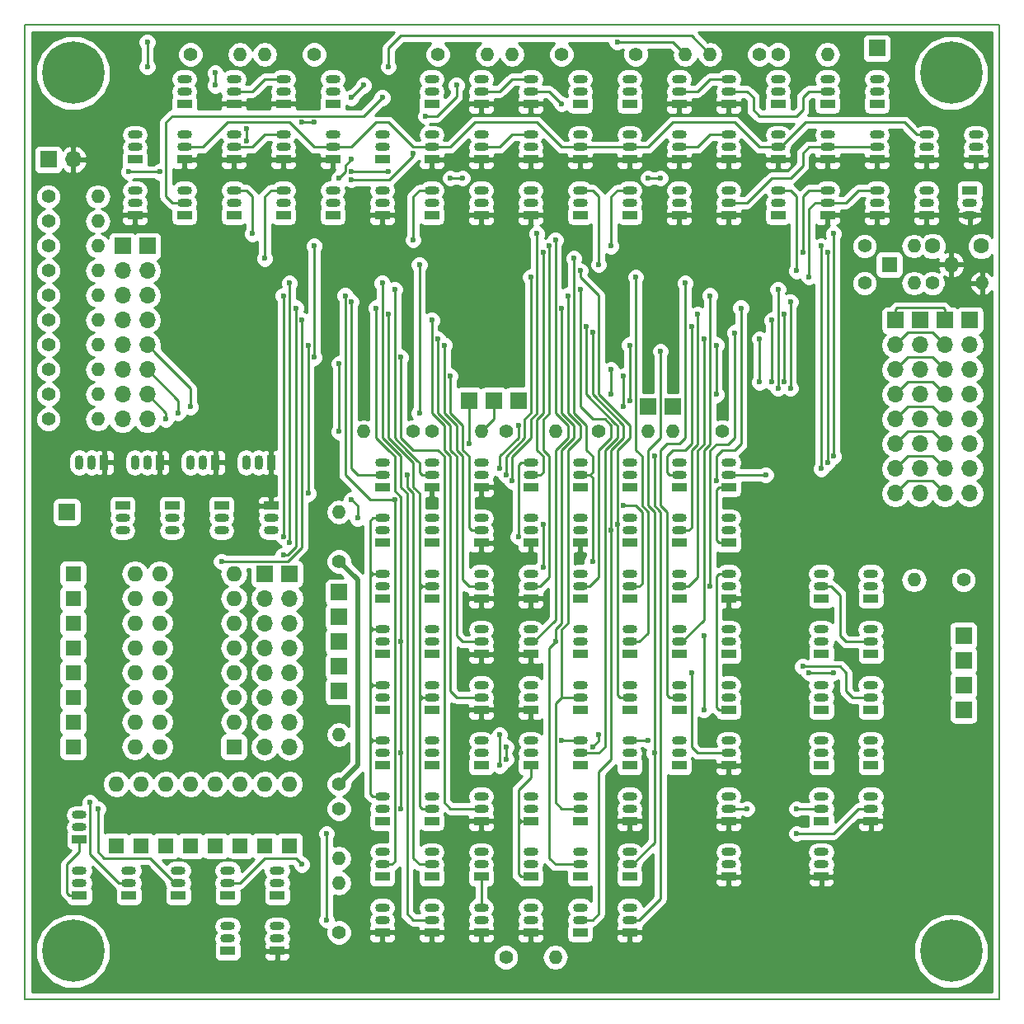
<source format=gbr>
%TF.GenerationSoftware,KiCad,Pcbnew,4.0.7-e2-6376~61~ubuntu18.04.1*%
%TF.CreationDate,2021-08-08T20:36:29+02:00*%
%TF.ProjectId,core,636F72652E6B696361645F7063620000,rev?*%
%TF.FileFunction,Copper,L2,Bot,Signal*%
%FSLAX46Y46*%
G04 Gerber Fmt 4.6, Leading zero omitted, Abs format (unit mm)*
G04 Created by KiCad (PCBNEW 4.0.7-e2-6376~61~ubuntu18.04.1) date Sun Aug  8 20:36:29 2021*
%MOMM*%
%LPD*%
G01*
G04 APERTURE LIST*
%ADD10C,0.150000*%
%ADD11O,1.500000X0.900000*%
%ADD12R,1.500000X0.900000*%
%ADD13R,1.700000X1.700000*%
%ADD14O,1.700000X1.700000*%
%ADD15C,6.400000*%
%ADD16C,1.600000*%
%ADD17R,1.600000X1.600000*%
%ADD18O,1.600000X1.600000*%
%ADD19O,0.900000X1.500000*%
%ADD20R,0.900000X1.500000*%
%ADD21C,1.400000*%
%ADD22O,1.400000X1.400000*%
%ADD23C,0.600000*%
%ADD24C,0.500000*%
%ADD25C,0.250000*%
%ADD26C,0.254000*%
G04 APERTURE END LIST*
D10*
X41440000Y-15405000D02*
X41440000Y-115405000D01*
X41440000Y-115405000D02*
X141440000Y-115405000D01*
X141440000Y-15405000D02*
X141440000Y-115405000D01*
X41440000Y-15405000D02*
X141440000Y-15405000D01*
D11*
X78105000Y-84455000D03*
X78105000Y-83185000D03*
D12*
X78105000Y-85725000D03*
D13*
X130810000Y-45720000D03*
D14*
X130810000Y-48260000D03*
X130810000Y-50800000D03*
X130810000Y-53340000D03*
X130810000Y-55880000D03*
X130810000Y-58420000D03*
X130810000Y-60960000D03*
X130810000Y-63500000D03*
D11*
X118745000Y-27940000D03*
X118745000Y-26670000D03*
D12*
X118745000Y-29210000D03*
D15*
X46355000Y-110490000D03*
X136525000Y-110490000D03*
X136525000Y-20320000D03*
D16*
X139620000Y-38100000D03*
X134620000Y-38100000D03*
D17*
X130175000Y-40005000D03*
D18*
X136525000Y-40005000D03*
D17*
X46355000Y-71755000D03*
D18*
X52705000Y-71755000D03*
D17*
X50800000Y-99695000D03*
D18*
X50800000Y-93345000D03*
D17*
X46355000Y-74295000D03*
D18*
X52705000Y-74295000D03*
D17*
X46355000Y-76835000D03*
D18*
X52705000Y-76835000D03*
D17*
X46355000Y-79375000D03*
D18*
X52705000Y-79375000D03*
D17*
X46355000Y-81915000D03*
D18*
X52705000Y-81915000D03*
D17*
X46355000Y-84455000D03*
D18*
X52705000Y-84455000D03*
D17*
X46355000Y-86995000D03*
D18*
X52705000Y-86995000D03*
D17*
X46355000Y-89535000D03*
D18*
X52705000Y-89535000D03*
D17*
X53340000Y-99695000D03*
D18*
X53340000Y-93345000D03*
D17*
X55880000Y-99695000D03*
D18*
X55880000Y-93345000D03*
D17*
X58420000Y-99695000D03*
D18*
X58420000Y-93345000D03*
D17*
X60960000Y-99695000D03*
D18*
X60960000Y-93345000D03*
D17*
X63500000Y-99695000D03*
D18*
X63500000Y-93345000D03*
D17*
X66040000Y-99695000D03*
D18*
X66040000Y-93345000D03*
D17*
X68580000Y-99695000D03*
D18*
X68580000Y-93345000D03*
D13*
X43815000Y-29210000D03*
D14*
X46355000Y-29210000D03*
D13*
X105410000Y-54610000D03*
X107950000Y-54610000D03*
X66040000Y-71755000D03*
D14*
X66040000Y-74295000D03*
X66040000Y-76835000D03*
X66040000Y-79375000D03*
X66040000Y-81915000D03*
X66040000Y-84455000D03*
X66040000Y-86995000D03*
X66040000Y-89535000D03*
D13*
X128905000Y-17780000D03*
X45720000Y-65405000D03*
X135890000Y-45720000D03*
D14*
X135890000Y-48260000D03*
X135890000Y-50800000D03*
X135890000Y-53340000D03*
X135890000Y-55880000D03*
X135890000Y-58420000D03*
X135890000Y-60960000D03*
X135890000Y-63500000D03*
D13*
X133350000Y-45720000D03*
D14*
X133350000Y-48260000D03*
X133350000Y-50800000D03*
X133350000Y-53340000D03*
X133350000Y-55880000D03*
X133350000Y-58420000D03*
X133350000Y-60960000D03*
X133350000Y-63500000D03*
D13*
X138430000Y-45720000D03*
D14*
X138430000Y-48260000D03*
X138430000Y-50800000D03*
X138430000Y-53340000D03*
X138430000Y-55880000D03*
X138430000Y-58420000D03*
X138430000Y-60960000D03*
X138430000Y-63500000D03*
D13*
X53975000Y-38100000D03*
D14*
X53975000Y-40640000D03*
X53975000Y-43180000D03*
X53975000Y-45720000D03*
X53975000Y-48260000D03*
X53975000Y-50800000D03*
X53975000Y-53340000D03*
X53975000Y-55880000D03*
D13*
X137795000Y-78105000D03*
X51435000Y-38100000D03*
D14*
X51435000Y-40640000D03*
X51435000Y-43180000D03*
X51435000Y-45720000D03*
X51435000Y-48260000D03*
X51435000Y-50800000D03*
X51435000Y-53340000D03*
X51435000Y-55880000D03*
D13*
X137795000Y-83185000D03*
X137795000Y-80645000D03*
X137795000Y-85725000D03*
X89535000Y-53975000D03*
X86995000Y-53975000D03*
X92075000Y-53975000D03*
X73660000Y-83820000D03*
X73660000Y-81280000D03*
X73660000Y-78740000D03*
X73660000Y-76200000D03*
X73660000Y-73660000D03*
D11*
X139065000Y-27940000D03*
X139065000Y-26670000D03*
D12*
X139065000Y-29210000D03*
D11*
X133985000Y-27940000D03*
X133985000Y-26670000D03*
D12*
X133985000Y-29210000D03*
D19*
X65405000Y-60325000D03*
X64135000Y-60325000D03*
D20*
X66675000Y-60325000D03*
D19*
X59690000Y-60325000D03*
X58420000Y-60325000D03*
D20*
X60960000Y-60325000D03*
D19*
X53975000Y-60325000D03*
X52705000Y-60325000D03*
D20*
X55245000Y-60325000D03*
D11*
X138430000Y-33655000D03*
X138430000Y-34925000D03*
D12*
X138430000Y-32385000D03*
D19*
X48260000Y-60325000D03*
X46990000Y-60325000D03*
D20*
X49530000Y-60325000D03*
D11*
X133985000Y-33655000D03*
X133985000Y-32385000D03*
D12*
X133985000Y-34925000D03*
D11*
X62865000Y-33655000D03*
X62865000Y-32385000D03*
D12*
X62865000Y-34925000D03*
D11*
X57785000Y-33655000D03*
X57785000Y-32385000D03*
D12*
X57785000Y-34925000D03*
D11*
X52705000Y-27940000D03*
X52705000Y-26670000D03*
D12*
X52705000Y-29210000D03*
D11*
X52705000Y-33655000D03*
X52705000Y-32385000D03*
D12*
X52705000Y-34925000D03*
D11*
X57785000Y-22225000D03*
X57785000Y-20955000D03*
D12*
X57785000Y-23495000D03*
D11*
X57785000Y-27940000D03*
X57785000Y-26670000D03*
D12*
X57785000Y-29210000D03*
D11*
X62865000Y-27940000D03*
X62865000Y-26670000D03*
D12*
X62865000Y-29210000D03*
D11*
X62865000Y-22225000D03*
X62865000Y-20955000D03*
D12*
X62865000Y-23495000D03*
D11*
X67945000Y-27940000D03*
X67945000Y-26670000D03*
D12*
X67945000Y-29210000D03*
D11*
X67945000Y-22225000D03*
X67945000Y-20955000D03*
D12*
X67945000Y-23495000D03*
D11*
X67945000Y-33655000D03*
X67945000Y-32385000D03*
D12*
X67945000Y-34925000D03*
D11*
X73025000Y-33655000D03*
X73025000Y-32385000D03*
D12*
X73025000Y-34925000D03*
D11*
X78105000Y-27940000D03*
X78105000Y-26670000D03*
D12*
X78105000Y-29210000D03*
D11*
X78105000Y-33655000D03*
X78105000Y-32385000D03*
D12*
X78105000Y-34925000D03*
D11*
X73025000Y-22225000D03*
X73025000Y-20955000D03*
D12*
X73025000Y-23495000D03*
D11*
X73025000Y-27940000D03*
X73025000Y-26670000D03*
D12*
X73025000Y-29210000D03*
D11*
X83185000Y-33655000D03*
X83185000Y-32385000D03*
D12*
X83185000Y-34925000D03*
D11*
X88265000Y-33655000D03*
X88265000Y-32385000D03*
D12*
X88265000Y-34925000D03*
D11*
X83185000Y-22225000D03*
X83185000Y-20955000D03*
D12*
X83185000Y-23495000D03*
D11*
X83185000Y-27940000D03*
X83185000Y-26670000D03*
D12*
X83185000Y-29210000D03*
D11*
X88265000Y-27940000D03*
X88265000Y-26670000D03*
D12*
X88265000Y-29210000D03*
D11*
X88265000Y-22225000D03*
X88265000Y-20955000D03*
D12*
X88265000Y-23495000D03*
D11*
X93345000Y-27940000D03*
X93345000Y-26670000D03*
D12*
X93345000Y-29210000D03*
D11*
X93345000Y-22225000D03*
X93345000Y-20955000D03*
D12*
X93345000Y-23495000D03*
D11*
X98425000Y-33655000D03*
X98425000Y-32385000D03*
D12*
X98425000Y-34925000D03*
D11*
X93345000Y-33655000D03*
X93345000Y-32385000D03*
D12*
X93345000Y-34925000D03*
D11*
X98425000Y-22225000D03*
X98425000Y-20955000D03*
D12*
X98425000Y-23495000D03*
D11*
X98425000Y-27940000D03*
X98425000Y-26670000D03*
D12*
X98425000Y-29210000D03*
D11*
X103505000Y-33655000D03*
X103505000Y-32385000D03*
D12*
X103505000Y-34925000D03*
D11*
X108585000Y-33655000D03*
X108585000Y-32385000D03*
D12*
X108585000Y-34925000D03*
D11*
X103505000Y-22225000D03*
X103505000Y-20955000D03*
D12*
X103505000Y-23495000D03*
D11*
X103505000Y-27940000D03*
X103505000Y-26670000D03*
D12*
X103505000Y-29210000D03*
D11*
X108585000Y-27940000D03*
X108585000Y-26670000D03*
D12*
X108585000Y-29210000D03*
D11*
X108585000Y-22225000D03*
X108585000Y-20955000D03*
D12*
X108585000Y-23495000D03*
D11*
X113665000Y-27940000D03*
X113665000Y-26670000D03*
D12*
X113665000Y-29210000D03*
D11*
X113665000Y-22225000D03*
X113665000Y-20955000D03*
D12*
X113665000Y-23495000D03*
D11*
X118745000Y-33655000D03*
X118745000Y-32385000D03*
D12*
X118745000Y-34925000D03*
D11*
X113665000Y-33655000D03*
X113665000Y-32385000D03*
D12*
X113665000Y-34925000D03*
D11*
X118745000Y-22225000D03*
X118745000Y-20955000D03*
D12*
X118745000Y-23495000D03*
D11*
X123825000Y-22225000D03*
X123825000Y-20955000D03*
D12*
X123825000Y-23495000D03*
D11*
X123825000Y-27940000D03*
X123825000Y-26670000D03*
D12*
X123825000Y-29210000D03*
D11*
X123825000Y-33655000D03*
X123825000Y-32385000D03*
D12*
X123825000Y-34925000D03*
D11*
X128905000Y-33655000D03*
X128905000Y-32385000D03*
D12*
X128905000Y-34925000D03*
D11*
X128905000Y-22225000D03*
X128905000Y-20955000D03*
D12*
X128905000Y-23495000D03*
D11*
X128905000Y-27940000D03*
X128905000Y-26670000D03*
D12*
X128905000Y-29210000D03*
D11*
X128270000Y-95885000D03*
X128270000Y-94615000D03*
D12*
X128270000Y-97155000D03*
D11*
X123190000Y-95885000D03*
X123190000Y-94615000D03*
D12*
X123190000Y-97155000D03*
D11*
X128270000Y-73025000D03*
X128270000Y-71755000D03*
D12*
X128270000Y-74295000D03*
D11*
X128270000Y-90170000D03*
X128270000Y-88900000D03*
D12*
X128270000Y-91440000D03*
D11*
X123190000Y-90170000D03*
X123190000Y-88900000D03*
D12*
X123190000Y-91440000D03*
D11*
X123190000Y-101600000D03*
X123190000Y-100330000D03*
D12*
X123190000Y-102870000D03*
D11*
X128270000Y-78740000D03*
X128270000Y-77470000D03*
D12*
X128270000Y-80010000D03*
D11*
X128270000Y-84455000D03*
X128270000Y-83185000D03*
D12*
X128270000Y-85725000D03*
D11*
X123190000Y-73025000D03*
X123190000Y-71755000D03*
D12*
X123190000Y-74295000D03*
D11*
X123190000Y-78740000D03*
X123190000Y-77470000D03*
D12*
X123190000Y-80010000D03*
D11*
X123190000Y-84455000D03*
X123190000Y-83185000D03*
D12*
X123190000Y-85725000D03*
D11*
X78105000Y-95885000D03*
X78105000Y-94615000D03*
D12*
X78105000Y-97155000D03*
D11*
X88265000Y-67310000D03*
X88265000Y-66040000D03*
D12*
X88265000Y-68580000D03*
D11*
X78105000Y-90170000D03*
X78105000Y-88900000D03*
D12*
X78105000Y-91440000D03*
D11*
X83185000Y-95885000D03*
X83185000Y-94615000D03*
D12*
X83185000Y-97155000D03*
D11*
X78105000Y-101600000D03*
X78105000Y-100330000D03*
D12*
X78105000Y-102870000D03*
D11*
X88265000Y-73025000D03*
X88265000Y-71755000D03*
D12*
X88265000Y-74295000D03*
D11*
X83185000Y-90170000D03*
X83185000Y-88900000D03*
D12*
X83185000Y-91440000D03*
D11*
X88265000Y-78740000D03*
X88265000Y-77470000D03*
D12*
X88265000Y-80010000D03*
D11*
X78105000Y-78740000D03*
X78105000Y-77470000D03*
D12*
X78105000Y-80010000D03*
D11*
X83185000Y-84455000D03*
X83185000Y-83185000D03*
D12*
X83185000Y-85725000D03*
D11*
X83185000Y-101600000D03*
X83185000Y-100330000D03*
D12*
X83185000Y-102870000D03*
D11*
X83185000Y-107315000D03*
X83185000Y-106045000D03*
D12*
X83185000Y-108585000D03*
D11*
X88265000Y-84455000D03*
X88265000Y-83185000D03*
D12*
X88265000Y-85725000D03*
D11*
X78105000Y-73025000D03*
X78105000Y-71755000D03*
D12*
X78105000Y-74295000D03*
D11*
X83185000Y-78740000D03*
X83185000Y-77470000D03*
D12*
X83185000Y-80010000D03*
D11*
X83185000Y-67310000D03*
X83185000Y-66040000D03*
D12*
X83185000Y-68580000D03*
D11*
X83185000Y-61595000D03*
X83185000Y-60325000D03*
D12*
X83185000Y-62865000D03*
D11*
X88265000Y-101600000D03*
X88265000Y-100330000D03*
D12*
X88265000Y-102870000D03*
D11*
X88265000Y-107315000D03*
X88265000Y-106045000D03*
D12*
X88265000Y-108585000D03*
D11*
X78105000Y-67310000D03*
X78105000Y-66040000D03*
D12*
X78105000Y-68580000D03*
D11*
X83185000Y-73025000D03*
X83185000Y-71755000D03*
D12*
X83185000Y-74295000D03*
D11*
X88265000Y-90170000D03*
X88265000Y-88900000D03*
D12*
X88265000Y-91440000D03*
D11*
X88265000Y-95885000D03*
X88265000Y-94615000D03*
D12*
X88265000Y-97155000D03*
D11*
X78105000Y-61595000D03*
X78105000Y-60325000D03*
D12*
X78105000Y-62865000D03*
D11*
X78105000Y-107315000D03*
X78105000Y-106045000D03*
D12*
X78105000Y-108585000D03*
D11*
X88265000Y-61595000D03*
X88265000Y-60325000D03*
D12*
X88265000Y-62865000D03*
D11*
X98425000Y-90170000D03*
X98425000Y-88900000D03*
D12*
X98425000Y-91440000D03*
D11*
X98425000Y-101600000D03*
X98425000Y-100330000D03*
D12*
X98425000Y-102870000D03*
D11*
X98425000Y-107315000D03*
X98425000Y-106045000D03*
D12*
X98425000Y-108585000D03*
D11*
X103505000Y-101600000D03*
X103505000Y-100330000D03*
D12*
X103505000Y-102870000D03*
D11*
X103505000Y-107315000D03*
X103505000Y-106045000D03*
D12*
X103505000Y-108585000D03*
D11*
X98425000Y-78740000D03*
X98425000Y-77470000D03*
D12*
X98425000Y-80010000D03*
D11*
X98425000Y-84455000D03*
X98425000Y-83185000D03*
D12*
X98425000Y-85725000D03*
D11*
X98425000Y-95885000D03*
X98425000Y-94615000D03*
D12*
X98425000Y-97155000D03*
D11*
X98425000Y-73025000D03*
X98425000Y-71755000D03*
D12*
X98425000Y-74295000D03*
D11*
X93345000Y-101600000D03*
X93345000Y-100330000D03*
D12*
X93345000Y-102870000D03*
D11*
X93345000Y-107315000D03*
X93345000Y-106045000D03*
D12*
X93345000Y-108585000D03*
D11*
X93345000Y-84455000D03*
X93345000Y-83185000D03*
D12*
X93345000Y-85725000D03*
D11*
X98425000Y-61595000D03*
X98425000Y-60325000D03*
D12*
X98425000Y-62865000D03*
D11*
X98425000Y-67310000D03*
X98425000Y-66040000D03*
D12*
X98425000Y-68580000D03*
D11*
X93345000Y-78740000D03*
X93345000Y-77470000D03*
D12*
X93345000Y-80010000D03*
D11*
X93345000Y-95885000D03*
X93345000Y-94615000D03*
D12*
X93345000Y-97155000D03*
D11*
X93345000Y-90170000D03*
X93345000Y-88900000D03*
D12*
X93345000Y-91440000D03*
D11*
X93345000Y-73025000D03*
X93345000Y-71755000D03*
D12*
X93345000Y-74295000D03*
D11*
X93345000Y-61595000D03*
X93345000Y-60325000D03*
D12*
X93345000Y-62865000D03*
D11*
X93345000Y-67310000D03*
X93345000Y-66040000D03*
D12*
X93345000Y-68580000D03*
D11*
X103505000Y-78740000D03*
X103505000Y-77470000D03*
D12*
X103505000Y-80010000D03*
D11*
X113665000Y-90170000D03*
X113665000Y-88900000D03*
D12*
X113665000Y-91440000D03*
D11*
X103505000Y-73025000D03*
X103505000Y-71755000D03*
D12*
X103505000Y-74295000D03*
D11*
X113665000Y-101600000D03*
X113665000Y-100330000D03*
D12*
X113665000Y-102870000D03*
D11*
X103505000Y-61595000D03*
X103505000Y-60325000D03*
D12*
X103505000Y-62865000D03*
D11*
X103505000Y-67310000D03*
X103505000Y-66040000D03*
D12*
X103505000Y-68580000D03*
D11*
X103505000Y-90170000D03*
X103505000Y-88900000D03*
D12*
X103505000Y-91440000D03*
D11*
X103505000Y-95885000D03*
X103505000Y-94615000D03*
D12*
X103505000Y-97155000D03*
D11*
X113665000Y-95885000D03*
X113665000Y-94615000D03*
D12*
X113665000Y-97155000D03*
D11*
X108585000Y-73025000D03*
X108585000Y-71755000D03*
D12*
X108585000Y-74295000D03*
D11*
X108585000Y-90170000D03*
X108585000Y-88900000D03*
D12*
X108585000Y-91440000D03*
D11*
X103505000Y-84455000D03*
X103505000Y-83185000D03*
D12*
X103505000Y-85725000D03*
D11*
X113665000Y-61595000D03*
X113665000Y-60325000D03*
D12*
X113665000Y-62865000D03*
D11*
X113665000Y-73025000D03*
X113665000Y-71755000D03*
D12*
X113665000Y-74295000D03*
D11*
X108585000Y-61595000D03*
X108585000Y-60325000D03*
D12*
X108585000Y-62865000D03*
D11*
X113665000Y-67310000D03*
X113665000Y-66040000D03*
D12*
X113665000Y-68580000D03*
D11*
X108585000Y-67310000D03*
X108585000Y-66040000D03*
D12*
X108585000Y-68580000D03*
D11*
X113665000Y-78740000D03*
X113665000Y-77470000D03*
D12*
X113665000Y-80010000D03*
D11*
X113665000Y-84455000D03*
X113665000Y-83185000D03*
D12*
X113665000Y-85725000D03*
D11*
X108585000Y-78740000D03*
X108585000Y-77470000D03*
D12*
X108585000Y-80010000D03*
D11*
X108585000Y-84455000D03*
X108585000Y-83185000D03*
D12*
X108585000Y-85725000D03*
D11*
X46990000Y-97790000D03*
X46990000Y-96520000D03*
D12*
X46990000Y-99060000D03*
D11*
X51435000Y-66040000D03*
X51435000Y-67310000D03*
D12*
X51435000Y-64770000D03*
D11*
X56515000Y-66040000D03*
X56515000Y-67310000D03*
D12*
X56515000Y-64770000D03*
D11*
X61595000Y-66040000D03*
X61595000Y-67310000D03*
D12*
X61595000Y-64770000D03*
D11*
X66675000Y-66040000D03*
X66675000Y-67310000D03*
D12*
X66675000Y-64770000D03*
D11*
X46990000Y-103505000D03*
X46990000Y-102235000D03*
D12*
X46990000Y-104775000D03*
D11*
X52070000Y-103505000D03*
X52070000Y-102235000D03*
D12*
X52070000Y-104775000D03*
D11*
X57150000Y-103505000D03*
X57150000Y-102235000D03*
D12*
X57150000Y-104775000D03*
D11*
X62230000Y-103505000D03*
X62230000Y-102235000D03*
D12*
X62230000Y-104775000D03*
D11*
X62230000Y-109220000D03*
X62230000Y-107950000D03*
D12*
X62230000Y-110490000D03*
D11*
X67310000Y-109220000D03*
X67310000Y-107950000D03*
D12*
X67310000Y-110490000D03*
D11*
X67310000Y-103505000D03*
X67310000Y-102235000D03*
D12*
X67310000Y-104775000D03*
D21*
X118745000Y-18415000D03*
D22*
X123825000Y-18415000D03*
D21*
X43815000Y-33020000D03*
D22*
X48895000Y-33020000D03*
D21*
X134620000Y-41910000D03*
D22*
X139700000Y-41910000D03*
D21*
X127635000Y-38100000D03*
D22*
X132715000Y-38100000D03*
D21*
X127635000Y-41910000D03*
D22*
X132715000Y-41910000D03*
D21*
X43815000Y-35560000D03*
D22*
X48895000Y-35560000D03*
D21*
X43815000Y-38100000D03*
D22*
X48895000Y-38100000D03*
D21*
X58420000Y-18415000D03*
D22*
X63500000Y-18415000D03*
D21*
X43815000Y-48260000D03*
D22*
X48895000Y-48260000D03*
D21*
X71120000Y-18415000D03*
D22*
X66040000Y-18415000D03*
D21*
X43815000Y-40640000D03*
D22*
X48895000Y-40640000D03*
D21*
X83820000Y-18415000D03*
D22*
X88900000Y-18415000D03*
D21*
X43815000Y-50800000D03*
D22*
X48895000Y-50800000D03*
D21*
X96520000Y-18415000D03*
D22*
X91440000Y-18415000D03*
D21*
X43815000Y-43180000D03*
D22*
X48895000Y-43180000D03*
D21*
X104140000Y-18415000D03*
D22*
X109220000Y-18415000D03*
D21*
X43815000Y-53340000D03*
D22*
X48895000Y-53340000D03*
D21*
X116840000Y-18415000D03*
D22*
X111760000Y-18415000D03*
D21*
X43815000Y-45720000D03*
D22*
X48895000Y-45720000D03*
D21*
X43815000Y-55880000D03*
D22*
X48895000Y-55880000D03*
D21*
X137795000Y-72390000D03*
D22*
X132715000Y-72390000D03*
D21*
X73660000Y-93345000D03*
D22*
X73660000Y-88265000D03*
D21*
X73660000Y-108585000D03*
D22*
X73660000Y-103505000D03*
D21*
X73660000Y-95885000D03*
D22*
X73660000Y-100965000D03*
D21*
X73660000Y-70485000D03*
D22*
X73660000Y-65405000D03*
D21*
X90805000Y-111125000D03*
D22*
X95885000Y-111125000D03*
D21*
X90805000Y-57150000D03*
D22*
X95885000Y-57150000D03*
D21*
X81280000Y-57150000D03*
D22*
X76200000Y-57150000D03*
D21*
X83185000Y-57150000D03*
D22*
X88265000Y-57150000D03*
D21*
X100330000Y-57150000D03*
D22*
X105410000Y-57150000D03*
D21*
X113030000Y-57150000D03*
D22*
X107950000Y-57150000D03*
D17*
X62865000Y-89535000D03*
D18*
X55245000Y-71755000D03*
X62865000Y-86995000D03*
X55245000Y-74295000D03*
X62865000Y-84455000D03*
X55245000Y-76835000D03*
X62865000Y-81915000D03*
X55245000Y-79375000D03*
X62865000Y-79375000D03*
X55245000Y-81915000D03*
X62865000Y-76835000D03*
X55245000Y-84455000D03*
X62865000Y-74295000D03*
X55245000Y-86995000D03*
X62865000Y-71755000D03*
X55245000Y-89535000D03*
D15*
X46355000Y-20320000D03*
D13*
X68580000Y-71755000D03*
D14*
X68580000Y-74295000D03*
X68580000Y-76835000D03*
X68580000Y-79375000D03*
X68580000Y-81915000D03*
X68580000Y-84455000D03*
X68580000Y-86995000D03*
X68580000Y-89535000D03*
D23*
X118745000Y-42545705D03*
X118745000Y-52705000D03*
X121285000Y-81280000D03*
X98425000Y-42545705D03*
X79375000Y-42545000D03*
X120015000Y-43817115D03*
X120015000Y-52705000D03*
X74930000Y-43815000D03*
X80645705Y-61595705D03*
X119380000Y-45085000D03*
X119380000Y-52070000D03*
X110490000Y-45085000D03*
X78740000Y-45085000D03*
X117475000Y-61595000D03*
X109855000Y-46356410D03*
X99060000Y-46356410D03*
X116840000Y-47625000D03*
X116840000Y-52070000D03*
X120650000Y-95885000D03*
X111125000Y-47627820D03*
X83820000Y-47625000D03*
X69850000Y-101600000D03*
X106680000Y-48895000D03*
X106045000Y-90170000D03*
X72390000Y-107315000D03*
X73660000Y-50165000D03*
X73660000Y-57150000D03*
X74930000Y-64135000D03*
X75565000Y-66040000D03*
X72390000Y-98425000D03*
X102870000Y-51435000D03*
X102870000Y-54610000D03*
X102870000Y-64770000D03*
X85090000Y-51435000D03*
X109220000Y-41910000D03*
X78105000Y-41910000D03*
X68580000Y-41910000D03*
X68580000Y-68580000D03*
X111760000Y-43181410D03*
X97155000Y-43181410D03*
X74295000Y-43181410D03*
X79375000Y-64135000D03*
X67945000Y-43181410D03*
X67945000Y-67945000D03*
X114935000Y-44452820D03*
X112395000Y-62230000D03*
X96520000Y-44452820D03*
X95885000Y-78740000D03*
X77470000Y-44452820D03*
X80010000Y-78740000D03*
X80010000Y-90170000D03*
X80010000Y-95885000D03*
X67945000Y-69850000D03*
X69215000Y-44452820D03*
X48094987Y-95250000D03*
X118110000Y-45720705D03*
X118110000Y-52070000D03*
X121920000Y-81915000D03*
X124460000Y-81915000D03*
X83185000Y-45720705D03*
X69850000Y-45720705D03*
X61595000Y-70485000D03*
X48895000Y-95885000D03*
X114300000Y-46992115D03*
X111760000Y-73025000D03*
X99695000Y-46990000D03*
X101600000Y-67310000D03*
X112395000Y-48263525D03*
X112395000Y-53340000D03*
X115570000Y-95885000D03*
X103505000Y-48263525D03*
X103505000Y-53975000D03*
X84455000Y-48263525D03*
X70485000Y-48263525D03*
X70485000Y-63500000D03*
X80010000Y-49530000D03*
X106045000Y-59690000D03*
X101600000Y-50800000D03*
X101600000Y-53340000D03*
X124460000Y-36830000D03*
X124460000Y-59690000D03*
X91440000Y-62230000D03*
X93980000Y-36830000D03*
X64770000Y-36830000D03*
X95885000Y-37465000D03*
X81280000Y-37465000D03*
X71120000Y-38100000D03*
X71120000Y-49530000D03*
X123190000Y-38100000D03*
X123190000Y-60960000D03*
X95250000Y-38100000D03*
X101600000Y-38100000D03*
X123825000Y-38735000D03*
X123825000Y-60325000D03*
X94615000Y-38735000D03*
X121285000Y-38735000D03*
X99695000Y-89535000D03*
X100330000Y-88265000D03*
X99695000Y-70485000D03*
X97790000Y-39370000D03*
X58420000Y-54610000D03*
X66040000Y-39370000D03*
X81915000Y-40005000D03*
X81915000Y-55245000D03*
X92075000Y-56515000D03*
X90170000Y-60960000D03*
X90170000Y-88265000D03*
X90170000Y-91440000D03*
X57150000Y-55245000D03*
X100330000Y-40005000D03*
X98425000Y-40640000D03*
X102235000Y-66675000D03*
X55880000Y-55880000D03*
X120650000Y-40640000D03*
X120650000Y-98425000D03*
X109855000Y-81915000D03*
X104140000Y-41275000D03*
X93345000Y-41275000D03*
X90805000Y-61595000D03*
X90805000Y-89535000D03*
X90805000Y-90805000D03*
X121920000Y-41275000D03*
X94615000Y-71120000D03*
X94615000Y-66675000D03*
X86995000Y-58420000D03*
X92075000Y-67945000D03*
X52070000Y-30480000D03*
X55245000Y-30480000D03*
X53975000Y-17145000D03*
X53975000Y-19685000D03*
X60960000Y-20320000D03*
X60960000Y-21590000D03*
X64135000Y-26035000D03*
X64135000Y-27305000D03*
X102235000Y-17145000D03*
X96520000Y-23495000D03*
X78105000Y-22860000D03*
X78740000Y-30480000D03*
X74930000Y-30480000D03*
X71120000Y-25400000D03*
X69850000Y-25400000D03*
X85090000Y-31115000D03*
X86360000Y-31115000D03*
X78740000Y-19685000D03*
X76200000Y-21590000D03*
X74930000Y-22860000D03*
X74930000Y-29210000D03*
X73660000Y-31115000D03*
X85725000Y-21590000D03*
X82550000Y-24765000D03*
X81280000Y-28575000D03*
X74930000Y-31280003D03*
X105410000Y-31115000D03*
X106680000Y-31115000D03*
X96520000Y-88900000D03*
X105410000Y-88900000D03*
X111125000Y-85725000D03*
X111125000Y-78105000D03*
D24*
X75565000Y-72390000D02*
X73660000Y-70485000D01*
X73660000Y-93345000D02*
X75565000Y-91440000D01*
X75565000Y-91440000D02*
X75565000Y-72390000D01*
D25*
X118745000Y-52705000D02*
X118745000Y-42545705D01*
X125730000Y-81915000D02*
X125095000Y-81280000D01*
X125095000Y-81280000D02*
X121285000Y-81280000D01*
X125730000Y-83820000D02*
X125730000Y-81915000D01*
X126365000Y-84455000D02*
X125730000Y-83820000D01*
X128270000Y-84455000D02*
X126365000Y-84455000D01*
X99695000Y-55880000D02*
X98425000Y-54610000D01*
X98425000Y-73025000D02*
X99425000Y-73025000D01*
X101600000Y-57785000D02*
X101600000Y-56515000D01*
X100965000Y-55880000D02*
X99695000Y-55880000D01*
X99425000Y-73025000D02*
X100330000Y-72120000D01*
X100330000Y-72120000D02*
X100330000Y-59055000D01*
X100330000Y-59055000D02*
X101600000Y-57785000D01*
X101600000Y-56515000D02*
X100965000Y-55880000D01*
X98425000Y-54610000D02*
X98425000Y-42545705D01*
X79377115Y-57782885D02*
X79377115Y-42547115D01*
X79377115Y-42547115D02*
X79375000Y-42545000D01*
X80725027Y-59130797D02*
X79377115Y-57782885D01*
X81915000Y-60325000D02*
X81731420Y-60141420D01*
X81731420Y-60141420D02*
X81731420Y-60137190D01*
X81731420Y-60137190D02*
X80725027Y-59130797D01*
X81915000Y-61325000D02*
X81915000Y-60325000D01*
X83185000Y-61595000D02*
X82185000Y-61595000D01*
X82185000Y-61595000D02*
X81915000Y-61325000D01*
X135720000Y-44450000D02*
X130980000Y-44450000D01*
X130980000Y-44450000D02*
X130810000Y-44620000D01*
X130810000Y-44620000D02*
X130810000Y-45720000D01*
X135890000Y-45720000D02*
X135890000Y-44620000D01*
X135890000Y-44620000D02*
X135720000Y-44450000D01*
X120015000Y-52705000D02*
X120015000Y-43817115D01*
X125095000Y-78105000D02*
X125095000Y-73930000D01*
X125095000Y-73930000D02*
X124190000Y-73025000D01*
X124190000Y-73025000D02*
X123190000Y-73025000D01*
X125730000Y-78740000D02*
X125095000Y-78105000D01*
X128270000Y-78740000D02*
X125730000Y-78740000D01*
X75565000Y-61595000D02*
X74930000Y-60960000D01*
X74930000Y-60960000D02*
X74930000Y-43815000D01*
X78105000Y-61595000D02*
X75565000Y-61595000D01*
X80645705Y-62864295D02*
X80645705Y-61595705D01*
X81095009Y-63313599D02*
X80645705Y-62864295D01*
X81280000Y-63500000D02*
X81280000Y-100965000D01*
X81280000Y-63500000D02*
X81095010Y-63315010D01*
X81095010Y-63315010D02*
X81095009Y-63313599D01*
X81280000Y-100965000D02*
X81915000Y-101600000D01*
X81915000Y-101600000D02*
X83185000Y-101600000D01*
X135890000Y-48260000D02*
X134620000Y-46990000D01*
X134620000Y-46990000D02*
X132080000Y-46990000D01*
X132080000Y-46990000D02*
X130810000Y-48260000D01*
X119380000Y-52070000D02*
X119380000Y-45085000D01*
X108585000Y-67310000D02*
X109585000Y-67310000D01*
X109585000Y-67310000D02*
X109855000Y-67040000D01*
X109855000Y-67040000D02*
X109855000Y-59056410D01*
X109855000Y-59056410D02*
X110490000Y-58421410D01*
X110490000Y-58421410D02*
X110490000Y-45085000D01*
X81281410Y-60325000D02*
X80275018Y-59318608D01*
X81915000Y-72390000D02*
X81915000Y-63497180D01*
X81915000Y-63497180D02*
X81281410Y-62863590D01*
X81281410Y-62863590D02*
X81281410Y-60325000D01*
X80275018Y-59318608D02*
X80275018Y-59317198D01*
X80275018Y-59317198D02*
X78741410Y-57783590D01*
X78741410Y-57783590D02*
X78741410Y-45086410D01*
X78741410Y-45086410D02*
X78740000Y-45085000D01*
X81915000Y-85090000D02*
X81915000Y-83820000D01*
X81915000Y-83820000D02*
X81915000Y-73660000D01*
X83185000Y-84455000D02*
X82185000Y-84455000D01*
X82185000Y-84455000D02*
X81915000Y-84185000D01*
X81915000Y-84185000D02*
X81915000Y-83820000D01*
X81915000Y-95250000D02*
X81915000Y-85090000D01*
X82185000Y-84455000D02*
X81915000Y-84725000D01*
X81915000Y-84725000D02*
X81915000Y-85090000D01*
X81915000Y-73660000D02*
X81915000Y-72390000D01*
X83185000Y-73025000D02*
X82185000Y-73025000D01*
X82185000Y-73025000D02*
X81915000Y-73295000D01*
X81915000Y-73295000D02*
X81915000Y-73660000D01*
X82185000Y-73025000D02*
X81915000Y-72755000D01*
X81915000Y-72755000D02*
X81915000Y-72390000D01*
X81915000Y-95615000D02*
X81915000Y-95250000D01*
X83185000Y-95885000D02*
X82185000Y-95885000D01*
X82185000Y-95885000D02*
X81915000Y-95615000D01*
X135890000Y-50800000D02*
X134620000Y-49530000D01*
X134620000Y-49530000D02*
X132080000Y-49530000D01*
X132080000Y-49530000D02*
X130810000Y-50800000D01*
X113665000Y-61595000D02*
X117475000Y-61595000D01*
X109855000Y-53975000D02*
X109855000Y-46356410D01*
X109855000Y-58420000D02*
X109855000Y-53975000D01*
X109220000Y-59055000D02*
X109855000Y-58420000D01*
X107950000Y-59055000D02*
X109220000Y-59055000D01*
X107315000Y-59690000D02*
X107950000Y-59055000D01*
X107315000Y-61325000D02*
X107315000Y-59690000D01*
X108585000Y-61595000D02*
X107585000Y-61595000D01*
X107585000Y-61595000D02*
X107315000Y-61325000D01*
X100965000Y-59056410D02*
X102235000Y-57786410D01*
X102235000Y-57786410D02*
X102235000Y-56515000D01*
X102050010Y-56330010D02*
X102050009Y-56328599D01*
X98425000Y-90170000D02*
X100330000Y-90170000D01*
X100330000Y-90170000D02*
X100965000Y-89535000D01*
X100965000Y-89535000D02*
X100965000Y-59056410D01*
X102235000Y-56515000D02*
X102050010Y-56330010D01*
X99061410Y-46357820D02*
X99060000Y-46356410D01*
X102050009Y-56328599D02*
X99061410Y-53340000D01*
X99061410Y-53340000D02*
X99061410Y-46357820D01*
X135890000Y-53340000D02*
X134620000Y-52070000D01*
X134620000Y-52070000D02*
X132080000Y-52070000D01*
X132080000Y-52070000D02*
X130810000Y-53340000D01*
X116840000Y-52070000D02*
X116840000Y-47625000D01*
X123190000Y-95885000D02*
X120650000Y-95885000D01*
X108585000Y-73025000D02*
X109585000Y-73025000D01*
X111125000Y-58422820D02*
X111125000Y-47627820D01*
X109585000Y-73025000D02*
X110490000Y-72120000D01*
X110490000Y-72120000D02*
X110490000Y-59057820D01*
X110490000Y-59057820D02*
X111125000Y-58422820D01*
X83820705Y-55244295D02*
X83820705Y-47625705D01*
X83820705Y-47625705D02*
X83820000Y-47625000D01*
X84270009Y-55693599D02*
X83820705Y-55244295D01*
X85090000Y-57150000D02*
X85090000Y-56513590D01*
X85090000Y-56513590D02*
X84270009Y-55693599D01*
X85090000Y-59052180D02*
X85090000Y-57150000D01*
X85091410Y-59053590D02*
X85090000Y-59052180D01*
X85355018Y-59317198D02*
X85091410Y-59053590D01*
X85725000Y-78105000D02*
X85725000Y-59687180D01*
X85725000Y-59687180D02*
X85355018Y-59317198D01*
X86360000Y-78740000D02*
X85725000Y-78105000D01*
X88265000Y-78740000D02*
X86360000Y-78740000D01*
X62230000Y-103505000D02*
X63500000Y-103505000D01*
X63500000Y-103505000D02*
X66040000Y-100965000D01*
X66040000Y-100965000D02*
X69215000Y-100965000D01*
X69215000Y-100965000D02*
X69850000Y-101600000D01*
X135890000Y-55880000D02*
X134620000Y-54610000D01*
X134620000Y-54610000D02*
X132080000Y-54610000D01*
X132080000Y-54610000D02*
X130810000Y-55880000D01*
X105410000Y-64767180D02*
X105410000Y-59055000D01*
X106045000Y-90170000D02*
X106045000Y-65402180D01*
X106045000Y-65402180D02*
X105410000Y-64767180D01*
X105410000Y-59055000D02*
X106680000Y-57785000D01*
X106680000Y-57785000D02*
X106680000Y-48895000D01*
X103505000Y-101600000D02*
X103805000Y-101600000D01*
X103805000Y-101600000D02*
X106045000Y-99360000D01*
X106045000Y-99360000D02*
X106045000Y-99186029D01*
X106045000Y-99186029D02*
X106045000Y-90170000D01*
X135890000Y-58420000D02*
X134620000Y-57150000D01*
X134620000Y-57150000D02*
X132080000Y-57150000D01*
X132080000Y-57150000D02*
X130810000Y-58420000D01*
X72390000Y-98425000D02*
X72390000Y-107315000D01*
X73660000Y-54610000D02*
X73660000Y-50165000D01*
X73660000Y-57150000D02*
X73660000Y-54610000D01*
X75565000Y-66040000D02*
X75565000Y-64770000D01*
X75565000Y-64770000D02*
X74930000Y-64135000D01*
X135890000Y-60960000D02*
X134620000Y-59690000D01*
X134620000Y-59690000D02*
X132080000Y-59690000D01*
X132080000Y-59690000D02*
X130810000Y-60960000D01*
X102870000Y-54610000D02*
X102870000Y-51435000D01*
X104775000Y-65405000D02*
X104140000Y-64770000D01*
X104140000Y-64770000D02*
X102870000Y-64770000D01*
X104775000Y-72755000D02*
X104775000Y-65405000D01*
X103505000Y-73025000D02*
X104505000Y-73025000D01*
X104505000Y-73025000D02*
X104775000Y-72755000D01*
X86995000Y-67040000D02*
X86995000Y-59684360D01*
X88265000Y-67310000D02*
X87265000Y-67310000D01*
X87265000Y-67310000D02*
X86995000Y-67040000D01*
X86995000Y-59684360D02*
X86360000Y-59049360D01*
X86360000Y-59049360D02*
X86360000Y-56510770D01*
X86360000Y-56510770D02*
X85090000Y-55240770D01*
X85090000Y-55240770D02*
X85090000Y-51435000D01*
X135890000Y-63500000D02*
X134620000Y-62230000D01*
X134620000Y-62230000D02*
X132080000Y-62230000D01*
X132080000Y-62230000D02*
X130810000Y-63500000D01*
X109220000Y-53975000D02*
X109220000Y-41910000D01*
X109220000Y-57785000D02*
X109220000Y-53975000D01*
X108585000Y-58420000D02*
X109220000Y-57785000D01*
X107950000Y-58420000D02*
X108585000Y-58420000D01*
X107315000Y-58420000D02*
X107950000Y-58420000D01*
X106680000Y-59055000D02*
X107315000Y-58420000D01*
X106680000Y-60325000D02*
X106680000Y-59055000D01*
X106680000Y-64764360D02*
X106680000Y-60325000D01*
X107315000Y-84185000D02*
X107315000Y-65399360D01*
X107315000Y-65399360D02*
X106680000Y-64764360D01*
X108585000Y-84455000D02*
X107585000Y-84455000D01*
X107585000Y-84455000D02*
X107315000Y-84185000D01*
X78106410Y-57785000D02*
X78106410Y-41911410D01*
X78106410Y-41911410D02*
X78105000Y-41910000D01*
X78106410Y-57785000D02*
X78105000Y-57785000D01*
X80010000Y-59690000D02*
X79825010Y-59505010D01*
X79825010Y-59505010D02*
X79825009Y-59503599D01*
X79825009Y-59503599D02*
X78106410Y-57785000D01*
X80010000Y-61595000D02*
X80010000Y-59690000D01*
X80010000Y-62865000D02*
X80010000Y-61595000D01*
X80645000Y-63500000D02*
X80010000Y-62865000D01*
X80645000Y-64135000D02*
X80645000Y-63500000D01*
X83185000Y-107315000D02*
X81280000Y-107315000D01*
X81280000Y-107315000D02*
X80645000Y-106680000D01*
X80645000Y-106680000D02*
X80645000Y-64135000D01*
X68580000Y-68580000D02*
X68580000Y-41910000D01*
X108585000Y-78740000D02*
X108885000Y-78740000D01*
X108885000Y-78740000D02*
X111125000Y-76500000D01*
X111125000Y-76500000D02*
X111125000Y-59059230D01*
X111125000Y-59059230D02*
X111760000Y-58424230D01*
X111760000Y-58424230D02*
X111760000Y-43181410D01*
X96520000Y-84455000D02*
X96520000Y-77470000D01*
X98425000Y-56512180D02*
X97155000Y-55242180D01*
X97155000Y-55242180D02*
X97155000Y-43181410D01*
X96520000Y-77470000D02*
X97155000Y-76835000D01*
X98425000Y-57787820D02*
X98425000Y-56512180D01*
X97155000Y-76835000D02*
X97155000Y-59057820D01*
X97155000Y-59057820D02*
X98425000Y-57787820D01*
X96520000Y-84455000D02*
X95885000Y-85090000D01*
X98425000Y-84455000D02*
X96520000Y-84455000D01*
X95885000Y-95250000D02*
X95885000Y-85090000D01*
X96520000Y-95885000D02*
X95885000Y-95250000D01*
X98425000Y-95885000D02*
X96520000Y-95885000D01*
X79375000Y-64135000D02*
X76835000Y-64135000D01*
X76835000Y-64135000D02*
X74295000Y-61595000D01*
X74295000Y-61595000D02*
X74295000Y-43181410D01*
X78105000Y-101600000D02*
X79105000Y-101600000D01*
X79105000Y-101600000D02*
X79375000Y-101330000D01*
X79375000Y-101330000D02*
X79375000Y-64135000D01*
X67945000Y-67945000D02*
X67945000Y-43181410D01*
X112395000Y-62230000D02*
X112395000Y-59690000D01*
X112395000Y-59690000D02*
X113030000Y-59055000D01*
X113030000Y-59055000D02*
X114300000Y-59055000D01*
X114300000Y-59055000D02*
X114935000Y-58420000D01*
X114935000Y-58420000D02*
X114935000Y-44452820D01*
X95885000Y-78740000D02*
X95885000Y-77468590D01*
X96520000Y-59056410D02*
X97790000Y-57786410D01*
X95885000Y-77468590D02*
X96520000Y-76833590D01*
X97790000Y-57786410D02*
X97790000Y-56515000D01*
X96520000Y-76833590D02*
X96520000Y-59056410D01*
X97790000Y-56515000D02*
X97605010Y-56330010D01*
X97605010Y-56330010D02*
X97605009Y-56328599D01*
X97605009Y-56328599D02*
X96520000Y-55243590D01*
X96520000Y-55243590D02*
X96520000Y-44452820D01*
X95250000Y-79375000D02*
X95885000Y-78740000D01*
X95250000Y-100965000D02*
X95250000Y-79375000D01*
X95885000Y-101600000D02*
X95250000Y-100965000D01*
X98425000Y-101600000D02*
X95885000Y-101600000D01*
X80010000Y-78740000D02*
X80010000Y-63844998D01*
X77470000Y-57786410D02*
X77470000Y-44452820D01*
X80010000Y-63844998D02*
X79375000Y-63209998D01*
X79375000Y-63209998D02*
X79375000Y-59690000D01*
X78738590Y-59055000D02*
X77470000Y-57786410D01*
X79375000Y-59690000D02*
X78740000Y-59055000D01*
X78740000Y-59055000D02*
X78738590Y-59055000D01*
X80010000Y-90170000D02*
X80010000Y-78740000D01*
X80010000Y-95885000D02*
X80010000Y-90170000D01*
X68369264Y-69850000D02*
X67945000Y-69850000D01*
X69215000Y-44452820D02*
X69215000Y-69004264D01*
X69215000Y-69004264D02*
X68369264Y-69850000D01*
X52070000Y-103505000D02*
X51070000Y-103505000D01*
X51070000Y-103505000D02*
X48094987Y-100529987D01*
X48094987Y-100529987D02*
X48094987Y-95674264D01*
X48094987Y-95674264D02*
X48094987Y-95250000D01*
X118110000Y-52070000D02*
X118110000Y-45720705D01*
X124460000Y-81915000D02*
X121920000Y-81915000D01*
X84455000Y-56515000D02*
X83185000Y-55245000D01*
X85090000Y-59688590D02*
X84455000Y-59053590D01*
X88265000Y-84455000D02*
X85725000Y-84455000D01*
X85725000Y-84455000D02*
X85090000Y-83820000D01*
X85090000Y-83820000D02*
X85090000Y-59688590D01*
X84455000Y-59053590D02*
X84455000Y-56515000D01*
X83185000Y-55245000D02*
X83185000Y-45720705D01*
X69850000Y-69005674D02*
X69850000Y-45720705D01*
X61595000Y-70485000D02*
X68370674Y-70485000D01*
X68370674Y-70485000D02*
X69850000Y-69005674D01*
X48895000Y-96309264D02*
X48895000Y-95885000D01*
X48895000Y-100330000D02*
X48895000Y-96309264D01*
X49530000Y-100965000D02*
X48895000Y-100330000D01*
X54310000Y-100965000D02*
X49530000Y-100965000D01*
X56850000Y-103505000D02*
X54310000Y-100965000D01*
X57150000Y-103505000D02*
X56850000Y-103505000D01*
X101600000Y-67310000D02*
X101600000Y-90805000D01*
X99695000Y-46990000D02*
X99695000Y-53337180D01*
X99695000Y-53337180D02*
X102870000Y-56512180D01*
X102870000Y-56512180D02*
X102870000Y-57787820D01*
X102870000Y-57787820D02*
X101600000Y-59057820D01*
X101600000Y-59057820D02*
X101600000Y-66040000D01*
X101600000Y-66040000D02*
X101600000Y-67310000D01*
X112395000Y-58425640D02*
X113659360Y-58425640D01*
X111760000Y-73025000D02*
X111760000Y-59060640D01*
X111760000Y-59060640D02*
X112395000Y-58425640D01*
X113659360Y-58425640D02*
X114300000Y-57785000D01*
X114300000Y-57785000D02*
X114300000Y-46992115D01*
X99695000Y-107315000D02*
X100330000Y-106680000D01*
X100330000Y-92075000D02*
X100330000Y-106680000D01*
X101600000Y-90805000D02*
X100330000Y-92075000D01*
X98425000Y-107315000D02*
X99695000Y-107315000D01*
X112395000Y-53340000D02*
X112395000Y-48263525D01*
X113665000Y-95885000D02*
X115570000Y-95885000D01*
X103505000Y-53975000D02*
X103505000Y-48263525D01*
X86995000Y-73025000D02*
X86360000Y-72390000D01*
X84456410Y-55243590D02*
X84456410Y-48264935D01*
X88265000Y-73025000D02*
X86995000Y-73025000D01*
X86360000Y-72390000D02*
X86360000Y-59685770D01*
X86360000Y-59685770D02*
X85725000Y-59050770D01*
X85725000Y-59050770D02*
X85725000Y-56512180D01*
X85725000Y-56512180D02*
X84456410Y-55243590D01*
X84456410Y-48264935D02*
X84455000Y-48263525D01*
X88265000Y-73025000D02*
X87965000Y-73025000D01*
X70485000Y-63500000D02*
X70485000Y-48263525D01*
X88265000Y-95885000D02*
X85090000Y-95885000D01*
X85090000Y-95885000D02*
X84455000Y-95250000D01*
X84455000Y-95250000D02*
X84455000Y-59690000D01*
X84455000Y-59690000D02*
X83820000Y-59055000D01*
X83820000Y-59055000D02*
X81285640Y-59055000D01*
X81285640Y-59055000D02*
X80010000Y-57779360D01*
X80010000Y-57779360D02*
X80010000Y-49530000D01*
X103505000Y-107315000D02*
X104505000Y-107315000D01*
X104505000Y-107315000D02*
X106680000Y-105140000D01*
X106495010Y-65220010D02*
X106495009Y-65215779D01*
X106680000Y-105140000D02*
X106680000Y-65405000D01*
X106495009Y-65215779D02*
X106045000Y-64765770D01*
X106680000Y-65405000D02*
X106495010Y-65220010D01*
X106045000Y-64765770D02*
X106045000Y-59690000D01*
X101600000Y-53340000D02*
X101600000Y-50800000D01*
X124460000Y-59690000D02*
X124460000Y-36830000D01*
X91440000Y-62230000D02*
X91440000Y-59692820D01*
X91440000Y-59692820D02*
X93345000Y-57787820D01*
X93345000Y-57787820D02*
X93345000Y-55881410D01*
X93345000Y-55881410D02*
X93980000Y-55246410D01*
X93980000Y-55246410D02*
X93980000Y-55245000D01*
X93980000Y-55245000D02*
X93980000Y-36830000D01*
X91440000Y-61885002D02*
X91440000Y-62230000D01*
X64770000Y-33020000D02*
X64770000Y-36830000D01*
X64135000Y-32385000D02*
X64770000Y-33020000D01*
X62865000Y-32385000D02*
X64135000Y-32385000D01*
X93345000Y-78740000D02*
X93645000Y-78740000D01*
X93645000Y-78740000D02*
X95885000Y-76500000D01*
X95885000Y-76500000D02*
X95885000Y-59055000D01*
X95885000Y-59055000D02*
X97155000Y-57785000D01*
X97155000Y-57785000D02*
X97155000Y-56515000D01*
X97155000Y-56515000D02*
X95885000Y-55245000D01*
X95885000Y-55245000D02*
X95885000Y-37465000D01*
X81280000Y-33020000D02*
X81280000Y-37465000D01*
X81915000Y-32385000D02*
X81280000Y-33020000D01*
X83185000Y-32385000D02*
X81915000Y-32385000D01*
X71120000Y-49530000D02*
X71120000Y-38100000D01*
X123190000Y-60960000D02*
X123190000Y-38100000D01*
X95250000Y-59688590D02*
X94615000Y-59053590D01*
X93345000Y-73025000D02*
X94345000Y-73025000D01*
X94345000Y-73025000D02*
X95250000Y-72120000D01*
X95250000Y-72120000D02*
X95250000Y-59688590D01*
X94615000Y-59053590D02*
X94615000Y-55884230D01*
X94615000Y-55884230D02*
X95250000Y-55249230D01*
X95250000Y-55249230D02*
X95250000Y-38100000D01*
X101600000Y-33020000D02*
X101600000Y-38100000D01*
X102235000Y-32385000D02*
X101600000Y-33020000D01*
X102505000Y-32385000D02*
X102235000Y-32385000D01*
X103505000Y-32385000D02*
X102505000Y-32385000D01*
X123825000Y-60325000D02*
X123825000Y-38735000D01*
X93345000Y-61595000D02*
X94345000Y-61595000D01*
X94345000Y-61595000D02*
X94615000Y-61325000D01*
X93980000Y-55882820D02*
X94615000Y-55247820D01*
X94615000Y-55247820D02*
X94615000Y-38735000D01*
X94615000Y-61325000D02*
X94615000Y-59690000D01*
X94615000Y-59690000D02*
X93980000Y-59055000D01*
X93980000Y-59055000D02*
X93980000Y-55882820D01*
X121285000Y-33020000D02*
X121285000Y-38735000D01*
X121920000Y-32385000D02*
X121285000Y-33020000D01*
X123825000Y-32385000D02*
X121920000Y-32385000D01*
X100330000Y-88265000D02*
X100330000Y-88900000D01*
X100330000Y-88900000D02*
X99695000Y-89535000D01*
X99425000Y-61595000D02*
X99695000Y-61865000D01*
X99695000Y-61865000D02*
X99695000Y-70485000D01*
X98425000Y-61595000D02*
X99425000Y-61595000D01*
X99060000Y-59055000D02*
X99060000Y-56515000D01*
X99060000Y-56515000D02*
X98875010Y-56330010D01*
X99425000Y-61595000D02*
X99695000Y-61325000D01*
X98875010Y-56330010D02*
X98875009Y-56325779D01*
X97790000Y-55240770D02*
X97790000Y-39370000D01*
X99695000Y-61325000D02*
X99695000Y-59690000D01*
X99695000Y-59690000D02*
X99060000Y-59055000D01*
X98875009Y-56325779D02*
X97790000Y-55240770D01*
X58420000Y-54610000D02*
X58420000Y-52705000D01*
X54824999Y-49109999D02*
X53975000Y-48260000D01*
X58420000Y-52705000D02*
X54824999Y-49109999D01*
X67945000Y-32385000D02*
X66675000Y-32385000D01*
X66675000Y-32385000D02*
X66040000Y-33020000D01*
X66040000Y-33020000D02*
X66040000Y-39370000D01*
X66040000Y-26670000D02*
X67945000Y-26670000D01*
X64770000Y-27940000D02*
X66040000Y-26670000D01*
X62865000Y-27940000D02*
X64770000Y-27940000D01*
X81915000Y-55245000D02*
X81915000Y-40005000D01*
X90170000Y-59690000D02*
X92075000Y-57785000D01*
X92075000Y-57785000D02*
X92075000Y-56515000D01*
X90170000Y-60960000D02*
X90170000Y-59690000D01*
X90170000Y-91440000D02*
X90170000Y-88265000D01*
X57150000Y-55245000D02*
X57150000Y-53975000D01*
X57150000Y-53975000D02*
X53975000Y-50800000D01*
X100330000Y-33020000D02*
X100330000Y-40005000D01*
X99695000Y-32385000D02*
X100330000Y-33020000D01*
X98425000Y-32385000D02*
X99695000Y-32385000D01*
X88265000Y-27940000D02*
X90170000Y-27940000D01*
X90170000Y-27940000D02*
X91440000Y-26670000D01*
X91440000Y-26670000D02*
X93345000Y-26670000D01*
X102235000Y-66675000D02*
X102235000Y-59059230D01*
X102235000Y-59059230D02*
X103505000Y-57789230D01*
X100330000Y-53335770D02*
X100330000Y-43180000D01*
X103505000Y-57789230D02*
X103505000Y-56510770D01*
X103505000Y-56510770D02*
X100330000Y-53335770D01*
X100330000Y-43180000D02*
X98425000Y-41275000D01*
X98425000Y-41275000D02*
X98425000Y-40640000D01*
X102235000Y-84185000D02*
X102235000Y-66675000D01*
X103505000Y-84455000D02*
X102505000Y-84455000D01*
X102505000Y-84455000D02*
X102235000Y-84185000D01*
X53975000Y-53340000D02*
X55880000Y-55245000D01*
X55880000Y-55245000D02*
X55880000Y-55880000D01*
X120650000Y-33020000D02*
X120650000Y-40640000D01*
X120015000Y-32385000D02*
X120650000Y-33020000D01*
X118745000Y-32385000D02*
X120015000Y-32385000D01*
X111760000Y-26670000D02*
X113665000Y-26670000D01*
X110490000Y-27940000D02*
X111760000Y-26670000D01*
X108585000Y-27940000D02*
X110490000Y-27940000D01*
X121074264Y-98425000D02*
X120650000Y-98425000D01*
X124460000Y-98425000D02*
X121074264Y-98425000D01*
X127000000Y-95885000D02*
X124460000Y-98425000D01*
X128270000Y-95885000D02*
X127000000Y-95885000D01*
X109855000Y-83058971D02*
X109855000Y-81915000D01*
X109855000Y-89535000D02*
X109855000Y-83058971D01*
X110490000Y-90170000D02*
X109855000Y-89535000D01*
X113665000Y-90170000D02*
X110490000Y-90170000D01*
X104775000Y-64768590D02*
X104775000Y-59690000D01*
X103505000Y-78740000D02*
X104505000Y-78740000D01*
X104140000Y-59055000D02*
X104140000Y-41275000D01*
X104505000Y-78740000D02*
X105410000Y-77835000D01*
X104775000Y-59690000D02*
X104140000Y-59055000D01*
X105410000Y-77835000D02*
X105410000Y-65403590D01*
X105410000Y-65403590D02*
X104775000Y-64768590D01*
X93345000Y-55245000D02*
X93345000Y-41275000D01*
X92710000Y-55880000D02*
X93345000Y-55245000D01*
X92710000Y-57786410D02*
X92710000Y-55880000D01*
X90805000Y-61595000D02*
X90805000Y-59691410D01*
X90805000Y-59691410D02*
X92710000Y-57786410D01*
X90805000Y-90805000D02*
X90805000Y-89535000D01*
X121920000Y-34290000D02*
X121920000Y-41275000D01*
X122555000Y-33655000D02*
X121920000Y-34290000D01*
X123825000Y-33655000D02*
X122555000Y-33655000D01*
X125730000Y-33655000D02*
X123825000Y-33655000D01*
X127000000Y-32385000D02*
X125730000Y-33655000D01*
X128905000Y-32385000D02*
X127000000Y-32385000D01*
X94615000Y-66675000D02*
X94615000Y-71120000D01*
X88265000Y-57150000D02*
X89535000Y-55880000D01*
X89535000Y-55880000D02*
X89535000Y-53975000D01*
X89535000Y-54610000D02*
X89535000Y-53975000D01*
X86995000Y-58420000D02*
X86995000Y-53975000D01*
X92075000Y-60595000D02*
X92075000Y-67945000D01*
X93345000Y-60325000D02*
X92345000Y-60325000D01*
X92345000Y-60325000D02*
X92075000Y-60595000D01*
X55245000Y-30480000D02*
X52070000Y-30480000D01*
X131715000Y-25400000D02*
X121585000Y-25400000D01*
X121585000Y-25400000D02*
X119045000Y-27940000D01*
X119045000Y-27940000D02*
X118745000Y-27940000D01*
X133985000Y-26670000D02*
X132985000Y-26670000D01*
X132985000Y-26670000D02*
X131715000Y-25400000D01*
X114300000Y-25400000D02*
X116840000Y-27940000D01*
X116840000Y-27940000D02*
X118745000Y-27940000D01*
X107950000Y-25400000D02*
X114300000Y-25400000D01*
X105410000Y-27940000D02*
X107950000Y-25400000D01*
X103505000Y-27940000D02*
X105410000Y-27940000D01*
X98425000Y-27940000D02*
X103505000Y-27940000D01*
X96520000Y-27940000D02*
X98425000Y-27940000D01*
X93980000Y-25400000D02*
X96520000Y-27940000D01*
X87630000Y-25400000D02*
X93980000Y-25400000D01*
X85090000Y-27940000D02*
X87630000Y-25400000D01*
X83185000Y-27940000D02*
X85090000Y-27940000D01*
X81280000Y-27940000D02*
X83185000Y-27940000D01*
X78740000Y-25400000D02*
X81280000Y-27940000D01*
X77470000Y-25400000D02*
X78740000Y-25400000D01*
X74930000Y-27940000D02*
X77470000Y-25400000D01*
X73025000Y-27940000D02*
X74930000Y-27940000D01*
X57785000Y-27940000D02*
X59690000Y-27940000D01*
X59690000Y-27940000D02*
X62230000Y-25400000D01*
X62230000Y-25400000D02*
X68580000Y-25400000D01*
X68580000Y-25400000D02*
X71120000Y-27940000D01*
X71120000Y-27940000D02*
X73025000Y-27940000D01*
X123825000Y-27940000D02*
X121920000Y-27940000D01*
X121920000Y-27940000D02*
X121285000Y-28575000D01*
X121285000Y-28575000D02*
X121285000Y-29845000D01*
X121285000Y-29845000D02*
X120015000Y-31115000D01*
X115570000Y-33655000D02*
X113665000Y-33655000D01*
X120015000Y-31115000D02*
X118110000Y-31115000D01*
X118110000Y-31115000D02*
X115570000Y-33655000D01*
X123825000Y-27940000D02*
X128905000Y-27940000D01*
X53975000Y-19685000D02*
X53975000Y-17145000D01*
X60960000Y-21590000D02*
X60960000Y-20320000D01*
X64135000Y-27305000D02*
X64135000Y-26035000D01*
X109220000Y-18415000D02*
X107950000Y-17145000D01*
X107950000Y-17145000D02*
X104387002Y-17145000D01*
X104387002Y-17145000D02*
X102235000Y-17145000D01*
X123825000Y-22225000D02*
X121920000Y-22225000D01*
X121920000Y-22225000D02*
X121285000Y-22860000D01*
X121285000Y-22860000D02*
X121285000Y-24130000D01*
X121285000Y-24130000D02*
X120650000Y-24765000D01*
X116205000Y-22860000D02*
X115570000Y-22225000D01*
X120650000Y-24765000D02*
X116840000Y-24765000D01*
X116840000Y-24765000D02*
X116205000Y-24130000D01*
X116205000Y-24130000D02*
X116205000Y-22860000D01*
X115570000Y-22225000D02*
X113665000Y-22225000D01*
X96520000Y-23495000D02*
X95250000Y-22225000D01*
X95250000Y-22225000D02*
X93345000Y-22225000D01*
X56515000Y-24765000D02*
X76200000Y-24765000D01*
X76200000Y-24765000D02*
X76694999Y-24270001D01*
X76694999Y-24270001D02*
X78105000Y-22860000D01*
X55880000Y-25400000D02*
X56515000Y-24765000D01*
X55880000Y-33020000D02*
X55880000Y-25400000D01*
X56515000Y-33655000D02*
X55880000Y-33020000D01*
X56785000Y-33655000D02*
X56515000Y-33655000D01*
X57785000Y-33655000D02*
X56785000Y-33655000D01*
X76200000Y-30480000D02*
X78740000Y-30480000D01*
X74930000Y-30480000D02*
X76200000Y-30480000D01*
X69850000Y-25400000D02*
X71120000Y-25400000D01*
X86360000Y-31115000D02*
X85090000Y-31115000D01*
X66040000Y-20955000D02*
X67945000Y-20955000D01*
X64770000Y-22225000D02*
X66040000Y-20955000D01*
X62865000Y-22225000D02*
X64770000Y-22225000D01*
X111760000Y-18415000D02*
X109855000Y-16510000D01*
X109855000Y-16510000D02*
X80010000Y-16510000D01*
X80010000Y-16510000D02*
X78740000Y-17780000D01*
X78740000Y-17780000D02*
X78740000Y-19685000D01*
X74930000Y-22860000D02*
X76200000Y-21590000D01*
X74295000Y-30480000D02*
X74295000Y-29845000D01*
X74295000Y-29845000D02*
X74304999Y-29835001D01*
X74304999Y-29835001D02*
X74930000Y-29210000D01*
X73660000Y-31115000D02*
X74295000Y-30480000D01*
X111760000Y-20955000D02*
X113665000Y-20955000D01*
X110490000Y-22225000D02*
X111760000Y-20955000D01*
X108585000Y-22225000D02*
X110490000Y-22225000D01*
X83700002Y-24765000D02*
X85725000Y-22740002D01*
X85725000Y-22740002D02*
X85725000Y-21590000D01*
X82550000Y-24765000D02*
X83700002Y-24765000D01*
X74930000Y-31280003D02*
X78864999Y-31280003D01*
X78864999Y-31280003D02*
X81280000Y-28865002D01*
X81280000Y-28865002D02*
X81280000Y-28575000D01*
X106680000Y-31115000D02*
X105410000Y-31115000D01*
X91440000Y-20955000D02*
X93345000Y-20955000D01*
X90170000Y-22225000D02*
X91440000Y-20955000D01*
X88265000Y-22225000D02*
X90170000Y-22225000D01*
X76835000Y-88630000D02*
X76835000Y-89170000D01*
X76835000Y-89535000D02*
X76835000Y-89170000D01*
X76835000Y-89170000D02*
X77105000Y-88900000D01*
X77105000Y-88900000D02*
X78105000Y-88900000D01*
X76835000Y-94345000D02*
X76835000Y-89535000D01*
X78105000Y-94615000D02*
X77105000Y-94615000D01*
X77105000Y-94615000D02*
X76835000Y-94345000D01*
X77105000Y-71755000D02*
X76835000Y-71485000D01*
X76835000Y-76200000D02*
X76835000Y-72390000D01*
X76835000Y-72390000D02*
X76835000Y-66310000D01*
X78105000Y-71755000D02*
X77105000Y-71755000D01*
X77105000Y-71755000D02*
X76835000Y-72025000D01*
X76835000Y-72025000D02*
X76835000Y-72390000D01*
X76835000Y-78105000D02*
X76835000Y-76200000D01*
X78105000Y-77470000D02*
X77105000Y-77470000D01*
X77105000Y-77470000D02*
X76835000Y-77200000D01*
X76835000Y-77200000D02*
X76835000Y-76200000D01*
X76835000Y-82550000D02*
X76835000Y-78105000D01*
X77105000Y-77470000D02*
X76835000Y-77740000D01*
X76835000Y-77740000D02*
X76835000Y-78105000D01*
X76835000Y-83820000D02*
X76835000Y-82550000D01*
X78105000Y-83185000D02*
X77105000Y-83185000D01*
X77105000Y-83185000D02*
X76835000Y-82915000D01*
X76835000Y-82915000D02*
X76835000Y-82550000D01*
X76835000Y-87630000D02*
X76835000Y-83820000D01*
X77105000Y-83185000D02*
X76835000Y-83455000D01*
X76835000Y-83455000D02*
X76835000Y-83820000D01*
X76835000Y-88265000D02*
X76835000Y-87630000D01*
X76835000Y-87630000D02*
X76835000Y-87900000D01*
X76835000Y-88630000D02*
X76835000Y-88265000D01*
X77105000Y-88900000D02*
X76835000Y-88630000D01*
X76835000Y-66310000D02*
X77105000Y-66040000D01*
X77105000Y-66040000D02*
X78105000Y-66040000D01*
X88265000Y-102870000D02*
X88265000Y-105918971D01*
X88265000Y-105918971D02*
X88265000Y-106045000D01*
X96520000Y-88900000D02*
X98425000Y-88900000D01*
X93345000Y-91440000D02*
X93345000Y-92710000D01*
X93345000Y-92710000D02*
X92075000Y-93980000D01*
X92075000Y-93980000D02*
X92075000Y-96885000D01*
X92075000Y-97425000D02*
X92075000Y-97790000D01*
X92075000Y-97790000D02*
X92075000Y-102600000D01*
X92075000Y-96885000D02*
X92075000Y-97790000D01*
X92345000Y-97155000D02*
X92075000Y-97425000D01*
X92075000Y-102600000D02*
X92345000Y-102870000D01*
X92345000Y-102870000D02*
X93345000Y-102870000D01*
X92075000Y-96885000D02*
X92345000Y-97155000D01*
X92345000Y-97155000D02*
X93345000Y-97155000D01*
X105410000Y-88900000D02*
X103505000Y-88900000D01*
X111125000Y-78105000D02*
X111125000Y-85725000D01*
X113665000Y-71755000D02*
X112665000Y-71755000D01*
X112665000Y-71755000D02*
X112395000Y-72025000D01*
X112665000Y-85725000D02*
X113665000Y-85725000D01*
X112395000Y-72025000D02*
X112395000Y-85455000D01*
X112395000Y-85455000D02*
X112665000Y-85725000D01*
X113665000Y-62865000D02*
X112665000Y-62865000D01*
X112665000Y-62865000D02*
X112395000Y-63135000D01*
X112395000Y-63135000D02*
X112395000Y-68310000D01*
X112395000Y-68310000D02*
X112665000Y-68580000D01*
X112665000Y-68580000D02*
X113665000Y-68580000D01*
X46990000Y-99060000D02*
X46990000Y-100330000D01*
X46990000Y-100330000D02*
X45720000Y-101600000D01*
X45720000Y-101600000D02*
X45720000Y-104505000D01*
X45720000Y-104505000D02*
X45990000Y-104775000D01*
X45990000Y-104775000D02*
X46990000Y-104775000D01*
D26*
G36*
X78202599Y-17242599D02*
X78037852Y-17489161D01*
X77980000Y-17780000D01*
X77980000Y-19122537D01*
X77947808Y-19154673D01*
X77805162Y-19498201D01*
X77804838Y-19870167D01*
X77946883Y-20213943D01*
X78209673Y-20477192D01*
X78553201Y-20619838D01*
X78925167Y-20620162D01*
X79268943Y-20478117D01*
X79532192Y-20215327D01*
X79674838Y-19871799D01*
X79675162Y-19499833D01*
X79533117Y-19156057D01*
X79500000Y-19122882D01*
X79500000Y-18094802D01*
X80324802Y-17270000D01*
X83095222Y-17270000D01*
X83064771Y-17282582D01*
X82688902Y-17657796D01*
X82485232Y-18148287D01*
X82484769Y-18679383D01*
X82687582Y-19170229D01*
X83062796Y-19546098D01*
X83553287Y-19749768D01*
X84084383Y-19750231D01*
X84575229Y-19547418D01*
X84951098Y-19172204D01*
X85154768Y-18681713D01*
X85155231Y-18150617D01*
X84952418Y-17659771D01*
X84577204Y-17283902D01*
X84543724Y-17270000D01*
X88230695Y-17270000D01*
X87929858Y-17471012D01*
X87640467Y-17904118D01*
X87538846Y-18415000D01*
X87640467Y-18925882D01*
X87929858Y-19358988D01*
X88362964Y-19648379D01*
X88873846Y-19750000D01*
X88926154Y-19750000D01*
X89437036Y-19648379D01*
X89870142Y-19358988D01*
X90159533Y-18925882D01*
X90170000Y-18873261D01*
X90180467Y-18925882D01*
X90469858Y-19358988D01*
X90902964Y-19648379D01*
X91413846Y-19750000D01*
X91466154Y-19750000D01*
X91977036Y-19648379D01*
X92410142Y-19358988D01*
X92699533Y-18925882D01*
X92801154Y-18415000D01*
X92699533Y-17904118D01*
X92410142Y-17471012D01*
X92109305Y-17270000D01*
X95795222Y-17270000D01*
X95764771Y-17282582D01*
X95388902Y-17657796D01*
X95185232Y-18148287D01*
X95184769Y-18679383D01*
X95387582Y-19170229D01*
X95762796Y-19546098D01*
X96253287Y-19749768D01*
X96784383Y-19750231D01*
X97275229Y-19547418D01*
X97651098Y-19172204D01*
X97854768Y-18681713D01*
X97855231Y-18150617D01*
X97652418Y-17659771D01*
X97277204Y-17283902D01*
X97243724Y-17270000D01*
X101299890Y-17270000D01*
X101299838Y-17330167D01*
X101441883Y-17673943D01*
X101704673Y-17937192D01*
X102048201Y-18079838D01*
X102420167Y-18080162D01*
X102763943Y-17938117D01*
X102797118Y-17905000D01*
X102906254Y-17905000D01*
X102805232Y-18148287D01*
X102804769Y-18679383D01*
X103007582Y-19170229D01*
X103382796Y-19546098D01*
X103873287Y-19749768D01*
X104404383Y-19750231D01*
X104895229Y-19547418D01*
X105271098Y-19172204D01*
X105474768Y-18681713D01*
X105475231Y-18150617D01*
X105373744Y-17905000D01*
X107635198Y-17905000D01*
X107906355Y-18176157D01*
X107858846Y-18415000D01*
X107960467Y-18925882D01*
X108249858Y-19358988D01*
X108682964Y-19648379D01*
X109193846Y-19750000D01*
X109246154Y-19750000D01*
X109757036Y-19648379D01*
X110190142Y-19358988D01*
X110479533Y-18925882D01*
X110490000Y-18873261D01*
X110500467Y-18925882D01*
X110789858Y-19358988D01*
X111222964Y-19648379D01*
X111733846Y-19750000D01*
X111786154Y-19750000D01*
X112297036Y-19648379D01*
X112730142Y-19358988D01*
X113019533Y-18925882D01*
X113068564Y-18679383D01*
X115504769Y-18679383D01*
X115707582Y-19170229D01*
X116082796Y-19546098D01*
X116573287Y-19749768D01*
X117104383Y-19750231D01*
X117595229Y-19547418D01*
X117792515Y-19350476D01*
X117987796Y-19546098D01*
X118478287Y-19749768D01*
X119009383Y-19750231D01*
X119500229Y-19547418D01*
X119876098Y-19172204D01*
X120079768Y-18681713D01*
X120080000Y-18415000D01*
X122463846Y-18415000D01*
X122565467Y-18925882D01*
X122854858Y-19358988D01*
X123287964Y-19648379D01*
X123798846Y-19750000D01*
X123851154Y-19750000D01*
X124362036Y-19648379D01*
X124795142Y-19358988D01*
X125084533Y-18925882D01*
X125186154Y-18415000D01*
X125084533Y-17904118D01*
X124795142Y-17471012D01*
X124362036Y-17181621D01*
X123851154Y-17080000D01*
X123798846Y-17080000D01*
X123287964Y-17181621D01*
X122854858Y-17471012D01*
X122565467Y-17904118D01*
X122463846Y-18415000D01*
X120080000Y-18415000D01*
X120080231Y-18150617D01*
X119877418Y-17659771D01*
X119502204Y-17283902D01*
X119011713Y-17080232D01*
X118480617Y-17079769D01*
X117989771Y-17282582D01*
X117792485Y-17479524D01*
X117597204Y-17283902D01*
X117106713Y-17080232D01*
X116575617Y-17079769D01*
X116084771Y-17282582D01*
X115708902Y-17657796D01*
X115505232Y-18148287D01*
X115504769Y-18679383D01*
X113068564Y-18679383D01*
X113121154Y-18415000D01*
X113019533Y-17904118D01*
X112730142Y-17471012D01*
X112297036Y-17181621D01*
X111786154Y-17080000D01*
X111733846Y-17080000D01*
X111538632Y-17118830D01*
X111349802Y-16930000D01*
X127407560Y-16930000D01*
X127407560Y-18630000D01*
X127451838Y-18865317D01*
X127590910Y-19081441D01*
X127803110Y-19226431D01*
X128055000Y-19277440D01*
X129755000Y-19277440D01*
X129990317Y-19233162D01*
X130206441Y-19094090D01*
X130351431Y-18881890D01*
X130402440Y-18630000D01*
X130402440Y-16930000D01*
X130358162Y-16694683D01*
X130219090Y-16478559D01*
X130006890Y-16333569D01*
X129755000Y-16282560D01*
X128055000Y-16282560D01*
X127819683Y-16326838D01*
X127603559Y-16465910D01*
X127458569Y-16678110D01*
X127407560Y-16930000D01*
X111349802Y-16930000D01*
X110534802Y-16115000D01*
X140730000Y-16115000D01*
X140730000Y-37180770D01*
X140433923Y-36884176D01*
X139906691Y-36665250D01*
X139335813Y-36664752D01*
X138808200Y-36882757D01*
X138404176Y-37286077D01*
X138185250Y-37813309D01*
X138184752Y-38384187D01*
X138402757Y-38911800D01*
X138806077Y-39315824D01*
X139333309Y-39534750D01*
X139904187Y-39535248D01*
X140431800Y-39317243D01*
X140730000Y-39019563D01*
X140730000Y-41097577D01*
X140502663Y-40843236D01*
X140033331Y-40617273D01*
X139827000Y-40739794D01*
X139827000Y-41783000D01*
X139847000Y-41783000D01*
X139847000Y-42037000D01*
X139827000Y-42037000D01*
X139827000Y-43080206D01*
X140033331Y-43202727D01*
X140502663Y-42976764D01*
X140730000Y-42722423D01*
X140730000Y-114695000D01*
X42150000Y-114695000D01*
X42150000Y-111249482D01*
X42519336Y-111249482D01*
X43101950Y-112659515D01*
X44179811Y-113739259D01*
X45588825Y-114324333D01*
X47114482Y-114325664D01*
X48524515Y-113743050D01*
X49604259Y-112665189D01*
X50189333Y-111256175D01*
X50190664Y-109730518D01*
X49608050Y-108320485D01*
X49238212Y-107950000D01*
X60817866Y-107950000D01*
X60900457Y-108365212D01*
X61047315Y-108585000D01*
X60900457Y-108804788D01*
X60817866Y-109220000D01*
X60900457Y-109635212D01*
X60943759Y-109700019D01*
X60883569Y-109788110D01*
X60832560Y-110040000D01*
X60832560Y-110940000D01*
X60876838Y-111175317D01*
X61015910Y-111391441D01*
X61228110Y-111536431D01*
X61480000Y-111587440D01*
X62980000Y-111587440D01*
X63215317Y-111543162D01*
X63431441Y-111404090D01*
X63576431Y-111191890D01*
X63627440Y-110940000D01*
X63627440Y-110775750D01*
X65925000Y-110775750D01*
X65925000Y-111066309D01*
X66021673Y-111299698D01*
X66200301Y-111478327D01*
X66433690Y-111575000D01*
X67024250Y-111575000D01*
X67183000Y-111416250D01*
X67183000Y-110617000D01*
X67437000Y-110617000D01*
X67437000Y-111416250D01*
X67595750Y-111575000D01*
X68186310Y-111575000D01*
X68419699Y-111478327D01*
X68508642Y-111389383D01*
X89469769Y-111389383D01*
X89672582Y-111880229D01*
X90047796Y-112256098D01*
X90538287Y-112459768D01*
X91069383Y-112460231D01*
X91560229Y-112257418D01*
X91936098Y-111882204D01*
X92139768Y-111391713D01*
X92140000Y-111125000D01*
X94523846Y-111125000D01*
X94625467Y-111635882D01*
X94914858Y-112068988D01*
X95347964Y-112358379D01*
X95858846Y-112460000D01*
X95911154Y-112460000D01*
X96422036Y-112358379D01*
X96855142Y-112068988D01*
X97144533Y-111635882D01*
X97221392Y-111249482D01*
X132689336Y-111249482D01*
X133271950Y-112659515D01*
X134349811Y-113739259D01*
X135758825Y-114324333D01*
X137284482Y-114325664D01*
X138694515Y-113743050D01*
X139774259Y-112665189D01*
X140359333Y-111256175D01*
X140360664Y-109730518D01*
X139778050Y-108320485D01*
X138700189Y-107240741D01*
X137291175Y-106655667D01*
X135765518Y-106654336D01*
X134355485Y-107236950D01*
X133275741Y-108314811D01*
X132690667Y-109723825D01*
X132689336Y-111249482D01*
X97221392Y-111249482D01*
X97246154Y-111125000D01*
X97144533Y-110614118D01*
X96855142Y-110181012D01*
X96422036Y-109891621D01*
X95911154Y-109790000D01*
X95858846Y-109790000D01*
X95347964Y-109891621D01*
X94914858Y-110181012D01*
X94625467Y-110614118D01*
X94523846Y-111125000D01*
X92140000Y-111125000D01*
X92140231Y-110860617D01*
X91937418Y-110369771D01*
X91562204Y-109993902D01*
X91071713Y-109790232D01*
X90540617Y-109789769D01*
X90049771Y-109992582D01*
X89673902Y-110367796D01*
X89470232Y-110858287D01*
X89469769Y-111389383D01*
X68508642Y-111389383D01*
X68598327Y-111299698D01*
X68695000Y-111066309D01*
X68695000Y-110775750D01*
X68536250Y-110617000D01*
X67437000Y-110617000D01*
X67183000Y-110617000D01*
X66083750Y-110617000D01*
X65925000Y-110775750D01*
X63627440Y-110775750D01*
X63627440Y-110040000D01*
X63583162Y-109804683D01*
X63516022Y-109700345D01*
X63559543Y-109635212D01*
X63642134Y-109220000D01*
X63559543Y-108804788D01*
X63412685Y-108585000D01*
X63559543Y-108365212D01*
X63642134Y-107950000D01*
X65897866Y-107950000D01*
X65980457Y-108365212D01*
X66127315Y-108585000D01*
X65980457Y-108804788D01*
X65897866Y-109220000D01*
X65980457Y-109635212D01*
X66017430Y-109690546D01*
X65925000Y-109913691D01*
X65925000Y-110204250D01*
X66083750Y-110363000D01*
X67183000Y-110363000D01*
X67183000Y-110343000D01*
X67437000Y-110343000D01*
X67437000Y-110363000D01*
X68536250Y-110363000D01*
X68695000Y-110204250D01*
X68695000Y-109913691D01*
X68602570Y-109690546D01*
X68639543Y-109635212D01*
X68722134Y-109220000D01*
X68639543Y-108804788D01*
X68492685Y-108585000D01*
X68639543Y-108365212D01*
X68722134Y-107950000D01*
X68639543Y-107534788D01*
X68404345Y-107182789D01*
X68052346Y-106947591D01*
X67637134Y-106865000D01*
X66982866Y-106865000D01*
X66567654Y-106947591D01*
X66215655Y-107182789D01*
X65980457Y-107534788D01*
X65897866Y-107950000D01*
X63642134Y-107950000D01*
X63559543Y-107534788D01*
X63324345Y-107182789D01*
X62972346Y-106947591D01*
X62557134Y-106865000D01*
X61902866Y-106865000D01*
X61487654Y-106947591D01*
X61135655Y-107182789D01*
X60900457Y-107534788D01*
X60817866Y-107950000D01*
X49238212Y-107950000D01*
X48530189Y-107240741D01*
X47121175Y-106655667D01*
X45595518Y-106654336D01*
X44185485Y-107236950D01*
X43105741Y-108314811D01*
X42520667Y-109723825D01*
X42519336Y-111249482D01*
X42150000Y-111249482D01*
X42150000Y-101600000D01*
X44960000Y-101600000D01*
X44960000Y-104505000D01*
X45017852Y-104795839D01*
X45182599Y-105042401D01*
X45452599Y-105312401D01*
X45631498Y-105431937D01*
X45636838Y-105460317D01*
X45775910Y-105676441D01*
X45988110Y-105821431D01*
X46240000Y-105872440D01*
X47740000Y-105872440D01*
X47975317Y-105828162D01*
X48191441Y-105689090D01*
X48336431Y-105476890D01*
X48387440Y-105225000D01*
X48387440Y-104325000D01*
X48343162Y-104089683D01*
X48276022Y-103985345D01*
X48319543Y-103920212D01*
X48402134Y-103505000D01*
X48319543Y-103089788D01*
X48172685Y-102870000D01*
X48319543Y-102650212D01*
X48402134Y-102235000D01*
X48321916Y-101831718D01*
X50532599Y-104042401D01*
X50706286Y-104158455D01*
X50672560Y-104325000D01*
X50672560Y-105225000D01*
X50716838Y-105460317D01*
X50855910Y-105676441D01*
X51068110Y-105821431D01*
X51320000Y-105872440D01*
X52820000Y-105872440D01*
X53055317Y-105828162D01*
X53271441Y-105689090D01*
X53416431Y-105476890D01*
X53467440Y-105225000D01*
X53467440Y-104325000D01*
X53423162Y-104089683D01*
X53356022Y-103985345D01*
X53399543Y-103920212D01*
X53482134Y-103505000D01*
X53399543Y-103089788D01*
X53252685Y-102870000D01*
X53399543Y-102650212D01*
X53482134Y-102235000D01*
X53399543Y-101819788D01*
X53336208Y-101725000D01*
X53995198Y-101725000D01*
X55744060Y-103473862D01*
X55737866Y-103505000D01*
X55820457Y-103920212D01*
X55863759Y-103985019D01*
X55803569Y-104073110D01*
X55752560Y-104325000D01*
X55752560Y-105225000D01*
X55796838Y-105460317D01*
X55935910Y-105676441D01*
X56148110Y-105821431D01*
X56400000Y-105872440D01*
X57900000Y-105872440D01*
X58135317Y-105828162D01*
X58351441Y-105689090D01*
X58496431Y-105476890D01*
X58547440Y-105225000D01*
X58547440Y-104325000D01*
X58503162Y-104089683D01*
X58436022Y-103985345D01*
X58479543Y-103920212D01*
X58562134Y-103505000D01*
X58479543Y-103089788D01*
X58332685Y-102870000D01*
X58479543Y-102650212D01*
X58562134Y-102235000D01*
X58479543Y-101819788D01*
X58244345Y-101467789D01*
X57892346Y-101232591D01*
X57477134Y-101150000D01*
X56822866Y-101150000D01*
X56407654Y-101232591D01*
X56055655Y-101467789D01*
X55988338Y-101568536D01*
X55562242Y-101142440D01*
X56680000Y-101142440D01*
X56915317Y-101098162D01*
X57131441Y-100959090D01*
X57148234Y-100934512D01*
X57155910Y-100946441D01*
X57368110Y-101091431D01*
X57620000Y-101142440D01*
X59220000Y-101142440D01*
X59455317Y-101098162D01*
X59671441Y-100959090D01*
X59688234Y-100934512D01*
X59695910Y-100946441D01*
X59908110Y-101091431D01*
X60160000Y-101142440D01*
X61760000Y-101142440D01*
X61995317Y-101098162D01*
X62211441Y-100959090D01*
X62228234Y-100934512D01*
X62235910Y-100946441D01*
X62448110Y-101091431D01*
X62700000Y-101142440D01*
X64300000Y-101142440D01*
X64535317Y-101098162D01*
X64751441Y-100959090D01*
X64768234Y-100934512D01*
X64775910Y-100946441D01*
X64899388Y-101030810D01*
X63628958Y-102301240D01*
X63642134Y-102235000D01*
X63559543Y-101819788D01*
X63324345Y-101467789D01*
X62972346Y-101232591D01*
X62557134Y-101150000D01*
X61902866Y-101150000D01*
X61487654Y-101232591D01*
X61135655Y-101467789D01*
X60900457Y-101819788D01*
X60817866Y-102235000D01*
X60900457Y-102650212D01*
X61047315Y-102870000D01*
X60900457Y-103089788D01*
X60817866Y-103505000D01*
X60900457Y-103920212D01*
X60943759Y-103985019D01*
X60883569Y-104073110D01*
X60832560Y-104325000D01*
X60832560Y-105225000D01*
X60876838Y-105460317D01*
X61015910Y-105676441D01*
X61228110Y-105821431D01*
X61480000Y-105872440D01*
X62980000Y-105872440D01*
X63215317Y-105828162D01*
X63431441Y-105689090D01*
X63576431Y-105476890D01*
X63627440Y-105225000D01*
X63627440Y-104325000D01*
X63611960Y-104242730D01*
X63790839Y-104207148D01*
X64037401Y-104042401D01*
X65911042Y-102168760D01*
X65897866Y-102235000D01*
X65980457Y-102650212D01*
X66127315Y-102870000D01*
X65980457Y-103089788D01*
X65897866Y-103505000D01*
X65980457Y-103920212D01*
X66023759Y-103985019D01*
X65963569Y-104073110D01*
X65912560Y-104325000D01*
X65912560Y-105225000D01*
X65956838Y-105460317D01*
X66095910Y-105676441D01*
X66308110Y-105821431D01*
X66560000Y-105872440D01*
X68060000Y-105872440D01*
X68295317Y-105828162D01*
X68511441Y-105689090D01*
X68656431Y-105476890D01*
X68707440Y-105225000D01*
X68707440Y-104325000D01*
X68663162Y-104089683D01*
X68596022Y-103985345D01*
X68639543Y-103920212D01*
X68722134Y-103505000D01*
X68639543Y-103089788D01*
X68492685Y-102870000D01*
X68639543Y-102650212D01*
X68722134Y-102235000D01*
X68639543Y-101819788D01*
X68576208Y-101725000D01*
X68900198Y-101725000D01*
X68914878Y-101739680D01*
X68914838Y-101785167D01*
X69056883Y-102128943D01*
X69319673Y-102392192D01*
X69663201Y-102534838D01*
X70035167Y-102535162D01*
X70378943Y-102393117D01*
X70642192Y-102130327D01*
X70784838Y-101786799D01*
X70785162Y-101414833D01*
X70643117Y-101071057D01*
X70380327Y-100807808D01*
X70036799Y-100665162D01*
X69992989Y-100665124D01*
X70027440Y-100495000D01*
X70027440Y-98895000D01*
X69983162Y-98659683D01*
X69951300Y-98610167D01*
X71454838Y-98610167D01*
X71596883Y-98953943D01*
X71630000Y-98987118D01*
X71630000Y-106752537D01*
X71597808Y-106784673D01*
X71455162Y-107128201D01*
X71454838Y-107500167D01*
X71596883Y-107843943D01*
X71859673Y-108107192D01*
X72203201Y-108249838D01*
X72353600Y-108249969D01*
X72325232Y-108318287D01*
X72324769Y-108849383D01*
X72527582Y-109340229D01*
X72902796Y-109716098D01*
X73393287Y-109919768D01*
X73924383Y-109920231D01*
X74415229Y-109717418D01*
X74791098Y-109342204D01*
X74986863Y-108870750D01*
X76720000Y-108870750D01*
X76720000Y-109161309D01*
X76816673Y-109394698D01*
X76995301Y-109573327D01*
X77228690Y-109670000D01*
X77819250Y-109670000D01*
X77978000Y-109511250D01*
X77978000Y-108712000D01*
X78232000Y-108712000D01*
X78232000Y-109511250D01*
X78390750Y-109670000D01*
X78981310Y-109670000D01*
X79214699Y-109573327D01*
X79393327Y-109394698D01*
X79490000Y-109161309D01*
X79490000Y-108870750D01*
X81800000Y-108870750D01*
X81800000Y-109161309D01*
X81896673Y-109394698D01*
X82075301Y-109573327D01*
X82308690Y-109670000D01*
X82899250Y-109670000D01*
X83058000Y-109511250D01*
X83058000Y-108712000D01*
X83312000Y-108712000D01*
X83312000Y-109511250D01*
X83470750Y-109670000D01*
X84061310Y-109670000D01*
X84294699Y-109573327D01*
X84473327Y-109394698D01*
X84570000Y-109161309D01*
X84570000Y-108870750D01*
X86880000Y-108870750D01*
X86880000Y-109161309D01*
X86976673Y-109394698D01*
X87155301Y-109573327D01*
X87388690Y-109670000D01*
X87979250Y-109670000D01*
X88138000Y-109511250D01*
X88138000Y-108712000D01*
X88392000Y-108712000D01*
X88392000Y-109511250D01*
X88550750Y-109670000D01*
X89141310Y-109670000D01*
X89374699Y-109573327D01*
X89553327Y-109394698D01*
X89650000Y-109161309D01*
X89650000Y-108870750D01*
X91960000Y-108870750D01*
X91960000Y-109161309D01*
X92056673Y-109394698D01*
X92235301Y-109573327D01*
X92468690Y-109670000D01*
X93059250Y-109670000D01*
X93218000Y-109511250D01*
X93218000Y-108712000D01*
X93472000Y-108712000D01*
X93472000Y-109511250D01*
X93630750Y-109670000D01*
X94221310Y-109670000D01*
X94454699Y-109573327D01*
X94633327Y-109394698D01*
X94730000Y-109161309D01*
X94730000Y-108870750D01*
X94571250Y-108712000D01*
X93472000Y-108712000D01*
X93218000Y-108712000D01*
X92118750Y-108712000D01*
X91960000Y-108870750D01*
X89650000Y-108870750D01*
X89491250Y-108712000D01*
X88392000Y-108712000D01*
X88138000Y-108712000D01*
X87038750Y-108712000D01*
X86880000Y-108870750D01*
X84570000Y-108870750D01*
X84411250Y-108712000D01*
X83312000Y-108712000D01*
X83058000Y-108712000D01*
X81958750Y-108712000D01*
X81800000Y-108870750D01*
X79490000Y-108870750D01*
X79331250Y-108712000D01*
X78232000Y-108712000D01*
X77978000Y-108712000D01*
X76878750Y-108712000D01*
X76720000Y-108870750D01*
X74986863Y-108870750D01*
X74994768Y-108851713D01*
X74995231Y-108320617D01*
X74792418Y-107829771D01*
X74417204Y-107453902D01*
X73926713Y-107250232D01*
X73395617Y-107249769D01*
X73325032Y-107278934D01*
X73325162Y-107129833D01*
X73183117Y-106786057D01*
X73150000Y-106752882D01*
X73150000Y-106045000D01*
X76692866Y-106045000D01*
X76775457Y-106460212D01*
X76922315Y-106680000D01*
X76775457Y-106899788D01*
X76692866Y-107315000D01*
X76775457Y-107730212D01*
X76812430Y-107785546D01*
X76720000Y-108008691D01*
X76720000Y-108299250D01*
X76878750Y-108458000D01*
X77978000Y-108458000D01*
X77978000Y-108438000D01*
X78232000Y-108438000D01*
X78232000Y-108458000D01*
X79331250Y-108458000D01*
X79490000Y-108299250D01*
X79490000Y-108008691D01*
X79397570Y-107785546D01*
X79434543Y-107730212D01*
X79517134Y-107315000D01*
X79434543Y-106899788D01*
X79287685Y-106680000D01*
X79434543Y-106460212D01*
X79517134Y-106045000D01*
X79434543Y-105629788D01*
X79199345Y-105277789D01*
X78847346Y-105042591D01*
X78432134Y-104960000D01*
X77777866Y-104960000D01*
X77362654Y-105042591D01*
X77010655Y-105277789D01*
X76775457Y-105629788D01*
X76692866Y-106045000D01*
X73150000Y-106045000D01*
X73150000Y-104764708D01*
X73660000Y-104866154D01*
X74170882Y-104764533D01*
X74603988Y-104475142D01*
X74893379Y-104042036D01*
X74995000Y-103531154D01*
X74995000Y-103478846D01*
X74893379Y-102967964D01*
X74603988Y-102534858D01*
X74170882Y-102245467D01*
X74118261Y-102235000D01*
X74170882Y-102224533D01*
X74603988Y-101935142D01*
X74893379Y-101502036D01*
X74995000Y-100991154D01*
X74995000Y-100938846D01*
X74893379Y-100427964D01*
X74603988Y-99994858D01*
X74170882Y-99705467D01*
X73660000Y-99603846D01*
X73150000Y-99705292D01*
X73150000Y-98987463D01*
X73182192Y-98955327D01*
X73324838Y-98611799D01*
X73325162Y-98239833D01*
X73183117Y-97896057D01*
X72920327Y-97632808D01*
X72576799Y-97490162D01*
X72204833Y-97489838D01*
X71861057Y-97631883D01*
X71597808Y-97894673D01*
X71455162Y-98238201D01*
X71454838Y-98610167D01*
X69951300Y-98610167D01*
X69844090Y-98443559D01*
X69631890Y-98298569D01*
X69380000Y-98247560D01*
X67780000Y-98247560D01*
X67544683Y-98291838D01*
X67328559Y-98430910D01*
X67311766Y-98455488D01*
X67304090Y-98443559D01*
X67091890Y-98298569D01*
X66840000Y-98247560D01*
X65240000Y-98247560D01*
X65004683Y-98291838D01*
X64788559Y-98430910D01*
X64771766Y-98455488D01*
X64764090Y-98443559D01*
X64551890Y-98298569D01*
X64300000Y-98247560D01*
X62700000Y-98247560D01*
X62464683Y-98291838D01*
X62248559Y-98430910D01*
X62231766Y-98455488D01*
X62224090Y-98443559D01*
X62011890Y-98298569D01*
X61760000Y-98247560D01*
X60160000Y-98247560D01*
X59924683Y-98291838D01*
X59708559Y-98430910D01*
X59691766Y-98455488D01*
X59684090Y-98443559D01*
X59471890Y-98298569D01*
X59220000Y-98247560D01*
X57620000Y-98247560D01*
X57384683Y-98291838D01*
X57168559Y-98430910D01*
X57151766Y-98455488D01*
X57144090Y-98443559D01*
X56931890Y-98298569D01*
X56680000Y-98247560D01*
X55080000Y-98247560D01*
X54844683Y-98291838D01*
X54628559Y-98430910D01*
X54611766Y-98455488D01*
X54604090Y-98443559D01*
X54391890Y-98298569D01*
X54140000Y-98247560D01*
X52540000Y-98247560D01*
X52304683Y-98291838D01*
X52088559Y-98430910D01*
X52071766Y-98455488D01*
X52064090Y-98443559D01*
X51851890Y-98298569D01*
X51600000Y-98247560D01*
X50000000Y-98247560D01*
X49764683Y-98291838D01*
X49655000Y-98362417D01*
X49655000Y-96447463D01*
X49687192Y-96415327D01*
X49829838Y-96071799D01*
X49830162Y-95699833D01*
X49688117Y-95356057D01*
X49425327Y-95092808D01*
X49081799Y-94950162D01*
X48982732Y-94950076D01*
X48888104Y-94721057D01*
X48625314Y-94457808D01*
X48281786Y-94315162D01*
X47909820Y-94314838D01*
X47566044Y-94456883D01*
X47302795Y-94719673D01*
X47160149Y-95063201D01*
X47159825Y-95435000D01*
X46662866Y-95435000D01*
X46247654Y-95517591D01*
X45895655Y-95752789D01*
X45660457Y-96104788D01*
X45577866Y-96520000D01*
X45660457Y-96935212D01*
X45807315Y-97155000D01*
X45660457Y-97374788D01*
X45577866Y-97790000D01*
X45660457Y-98205212D01*
X45703759Y-98270019D01*
X45643569Y-98358110D01*
X45592560Y-98610000D01*
X45592560Y-99510000D01*
X45636838Y-99745317D01*
X45775910Y-99961441D01*
X45988110Y-100106431D01*
X46113396Y-100131802D01*
X45182599Y-101062599D01*
X45017852Y-101309161D01*
X44960000Y-101600000D01*
X42150000Y-101600000D01*
X42150000Y-93316887D01*
X49365000Y-93316887D01*
X49365000Y-93373113D01*
X49474233Y-93922264D01*
X49785302Y-94387811D01*
X50250849Y-94698880D01*
X50800000Y-94808113D01*
X51349151Y-94698880D01*
X51814698Y-94387811D01*
X52070000Y-94005725D01*
X52325302Y-94387811D01*
X52790849Y-94698880D01*
X53340000Y-94808113D01*
X53889151Y-94698880D01*
X54354698Y-94387811D01*
X54610000Y-94005725D01*
X54865302Y-94387811D01*
X55330849Y-94698880D01*
X55880000Y-94808113D01*
X56429151Y-94698880D01*
X56894698Y-94387811D01*
X57150000Y-94005725D01*
X57405302Y-94387811D01*
X57870849Y-94698880D01*
X58420000Y-94808113D01*
X58969151Y-94698880D01*
X59434698Y-94387811D01*
X59690000Y-94005725D01*
X59945302Y-94387811D01*
X60410849Y-94698880D01*
X60960000Y-94808113D01*
X61509151Y-94698880D01*
X61974698Y-94387811D01*
X62230000Y-94005725D01*
X62485302Y-94387811D01*
X62950849Y-94698880D01*
X63500000Y-94808113D01*
X64049151Y-94698880D01*
X64514698Y-94387811D01*
X64770000Y-94005725D01*
X65025302Y-94387811D01*
X65490849Y-94698880D01*
X66040000Y-94808113D01*
X66589151Y-94698880D01*
X67054698Y-94387811D01*
X67310000Y-94005725D01*
X67565302Y-94387811D01*
X68030849Y-94698880D01*
X68580000Y-94808113D01*
X69129151Y-94698880D01*
X69594698Y-94387811D01*
X69905767Y-93922264D01*
X70015000Y-93373113D01*
X70015000Y-93316887D01*
X69905767Y-92767736D01*
X69594698Y-92302189D01*
X69129151Y-91991120D01*
X68580000Y-91881887D01*
X68030849Y-91991120D01*
X67565302Y-92302189D01*
X67310000Y-92684275D01*
X67054698Y-92302189D01*
X66589151Y-91991120D01*
X66040000Y-91881887D01*
X65490849Y-91991120D01*
X65025302Y-92302189D01*
X64770000Y-92684275D01*
X64514698Y-92302189D01*
X64049151Y-91991120D01*
X63500000Y-91881887D01*
X62950849Y-91991120D01*
X62485302Y-92302189D01*
X62230000Y-92684275D01*
X61974698Y-92302189D01*
X61509151Y-91991120D01*
X60960000Y-91881887D01*
X60410849Y-91991120D01*
X59945302Y-92302189D01*
X59690000Y-92684275D01*
X59434698Y-92302189D01*
X58969151Y-91991120D01*
X58420000Y-91881887D01*
X57870849Y-91991120D01*
X57405302Y-92302189D01*
X57150000Y-92684275D01*
X56894698Y-92302189D01*
X56429151Y-91991120D01*
X55880000Y-91881887D01*
X55330849Y-91991120D01*
X54865302Y-92302189D01*
X54610000Y-92684275D01*
X54354698Y-92302189D01*
X53889151Y-91991120D01*
X53340000Y-91881887D01*
X52790849Y-91991120D01*
X52325302Y-92302189D01*
X52070000Y-92684275D01*
X51814698Y-92302189D01*
X51349151Y-91991120D01*
X50800000Y-91881887D01*
X50250849Y-91991120D01*
X49785302Y-92302189D01*
X49474233Y-92767736D01*
X49365000Y-93316887D01*
X42150000Y-93316887D01*
X42150000Y-70955000D01*
X44907560Y-70955000D01*
X44907560Y-72555000D01*
X44951838Y-72790317D01*
X45090910Y-73006441D01*
X45115488Y-73023234D01*
X45103559Y-73030910D01*
X44958569Y-73243110D01*
X44907560Y-73495000D01*
X44907560Y-75095000D01*
X44951838Y-75330317D01*
X45090910Y-75546441D01*
X45115488Y-75563234D01*
X45103559Y-75570910D01*
X44958569Y-75783110D01*
X44907560Y-76035000D01*
X44907560Y-77635000D01*
X44951838Y-77870317D01*
X45090910Y-78086441D01*
X45115488Y-78103234D01*
X45103559Y-78110910D01*
X44958569Y-78323110D01*
X44907560Y-78575000D01*
X44907560Y-80175000D01*
X44951838Y-80410317D01*
X45090910Y-80626441D01*
X45115488Y-80643234D01*
X45103559Y-80650910D01*
X44958569Y-80863110D01*
X44907560Y-81115000D01*
X44907560Y-82715000D01*
X44951838Y-82950317D01*
X45090910Y-83166441D01*
X45115488Y-83183234D01*
X45103559Y-83190910D01*
X44958569Y-83403110D01*
X44907560Y-83655000D01*
X44907560Y-85255000D01*
X44951838Y-85490317D01*
X45090910Y-85706441D01*
X45115488Y-85723234D01*
X45103559Y-85730910D01*
X44958569Y-85943110D01*
X44907560Y-86195000D01*
X44907560Y-87795000D01*
X44951838Y-88030317D01*
X45090910Y-88246441D01*
X45115488Y-88263234D01*
X45103559Y-88270910D01*
X44958569Y-88483110D01*
X44907560Y-88735000D01*
X44907560Y-90335000D01*
X44951838Y-90570317D01*
X45090910Y-90786441D01*
X45303110Y-90931431D01*
X45555000Y-90982440D01*
X47155000Y-90982440D01*
X47390317Y-90938162D01*
X47606441Y-90799090D01*
X47751431Y-90586890D01*
X47802440Y-90335000D01*
X47802440Y-88735000D01*
X47758162Y-88499683D01*
X47619090Y-88283559D01*
X47594512Y-88266766D01*
X47606441Y-88259090D01*
X47751431Y-88046890D01*
X47802440Y-87795000D01*
X47802440Y-86195000D01*
X47758162Y-85959683D01*
X47619090Y-85743559D01*
X47594512Y-85726766D01*
X47606441Y-85719090D01*
X47751431Y-85506890D01*
X47802440Y-85255000D01*
X47802440Y-83655000D01*
X47758162Y-83419683D01*
X47619090Y-83203559D01*
X47594512Y-83186766D01*
X47606441Y-83179090D01*
X47751431Y-82966890D01*
X47802440Y-82715000D01*
X47802440Y-81115000D01*
X47758162Y-80879683D01*
X47619090Y-80663559D01*
X47594512Y-80646766D01*
X47606441Y-80639090D01*
X47751431Y-80426890D01*
X47802440Y-80175000D01*
X47802440Y-78575000D01*
X47758162Y-78339683D01*
X47619090Y-78123559D01*
X47594512Y-78106766D01*
X47606441Y-78099090D01*
X47751431Y-77886890D01*
X47802440Y-77635000D01*
X47802440Y-76035000D01*
X47758162Y-75799683D01*
X47619090Y-75583559D01*
X47594512Y-75566766D01*
X47606441Y-75559090D01*
X47751431Y-75346890D01*
X47802440Y-75095000D01*
X47802440Y-73495000D01*
X47758162Y-73259683D01*
X47619090Y-73043559D01*
X47594512Y-73026766D01*
X47606441Y-73019090D01*
X47751431Y-72806890D01*
X47802440Y-72555000D01*
X47802440Y-71755000D01*
X51241887Y-71755000D01*
X51351120Y-72304151D01*
X51662189Y-72769698D01*
X52044275Y-73025000D01*
X51662189Y-73280302D01*
X51351120Y-73745849D01*
X51241887Y-74295000D01*
X51351120Y-74844151D01*
X51662189Y-75309698D01*
X52044275Y-75565000D01*
X51662189Y-75820302D01*
X51351120Y-76285849D01*
X51241887Y-76835000D01*
X51351120Y-77384151D01*
X51662189Y-77849698D01*
X52044275Y-78105000D01*
X51662189Y-78360302D01*
X51351120Y-78825849D01*
X51241887Y-79375000D01*
X51351120Y-79924151D01*
X51662189Y-80389698D01*
X52044275Y-80645000D01*
X51662189Y-80900302D01*
X51351120Y-81365849D01*
X51241887Y-81915000D01*
X51351120Y-82464151D01*
X51662189Y-82929698D01*
X52044275Y-83185000D01*
X51662189Y-83440302D01*
X51351120Y-83905849D01*
X51241887Y-84455000D01*
X51351120Y-85004151D01*
X51662189Y-85469698D01*
X52044275Y-85725000D01*
X51662189Y-85980302D01*
X51351120Y-86445849D01*
X51241887Y-86995000D01*
X51351120Y-87544151D01*
X51662189Y-88009698D01*
X52044275Y-88265000D01*
X51662189Y-88520302D01*
X51351120Y-88985849D01*
X51241887Y-89535000D01*
X51351120Y-90084151D01*
X51662189Y-90549698D01*
X52127736Y-90860767D01*
X52676887Y-90970000D01*
X52733113Y-90970000D01*
X53282264Y-90860767D01*
X53747811Y-90549698D01*
X53975000Y-90209686D01*
X54202189Y-90549698D01*
X54667736Y-90860767D01*
X55216887Y-90970000D01*
X55273113Y-90970000D01*
X55822264Y-90860767D01*
X56287811Y-90549698D01*
X56598880Y-90084151D01*
X56708113Y-89535000D01*
X56598880Y-88985849D01*
X56287811Y-88520302D01*
X55905725Y-88265000D01*
X56287811Y-88009698D01*
X56598880Y-87544151D01*
X56708113Y-86995000D01*
X56598880Y-86445849D01*
X56287811Y-85980302D01*
X55905725Y-85725000D01*
X56287811Y-85469698D01*
X56598880Y-85004151D01*
X56708113Y-84455000D01*
X56598880Y-83905849D01*
X56287811Y-83440302D01*
X55905725Y-83185000D01*
X56287811Y-82929698D01*
X56598880Y-82464151D01*
X56708113Y-81915000D01*
X56598880Y-81365849D01*
X56287811Y-80900302D01*
X55905725Y-80645000D01*
X56287811Y-80389698D01*
X56598880Y-79924151D01*
X56708113Y-79375000D01*
X56598880Y-78825849D01*
X56287811Y-78360302D01*
X55905725Y-78105000D01*
X56287811Y-77849698D01*
X56598880Y-77384151D01*
X56708113Y-76835000D01*
X56598880Y-76285849D01*
X56287811Y-75820302D01*
X55905725Y-75565000D01*
X56287811Y-75309698D01*
X56598880Y-74844151D01*
X56708113Y-74295000D01*
X56598880Y-73745849D01*
X56287811Y-73280302D01*
X55905725Y-73025000D01*
X56287811Y-72769698D01*
X56598880Y-72304151D01*
X56708113Y-71755000D01*
X56598880Y-71205849D01*
X56287811Y-70740302D01*
X56182847Y-70670167D01*
X60659838Y-70670167D01*
X60801883Y-71013943D01*
X61064673Y-71277192D01*
X61408201Y-71419838D01*
X61468544Y-71419891D01*
X61401887Y-71755000D01*
X61511120Y-72304151D01*
X61822189Y-72769698D01*
X62204275Y-73025000D01*
X61822189Y-73280302D01*
X61511120Y-73745849D01*
X61401887Y-74295000D01*
X61511120Y-74844151D01*
X61822189Y-75309698D01*
X62204275Y-75565000D01*
X61822189Y-75820302D01*
X61511120Y-76285849D01*
X61401887Y-76835000D01*
X61511120Y-77384151D01*
X61822189Y-77849698D01*
X62204275Y-78105000D01*
X61822189Y-78360302D01*
X61511120Y-78825849D01*
X61401887Y-79375000D01*
X61511120Y-79924151D01*
X61822189Y-80389698D01*
X62204275Y-80645000D01*
X61822189Y-80900302D01*
X61511120Y-81365849D01*
X61401887Y-81915000D01*
X61511120Y-82464151D01*
X61822189Y-82929698D01*
X62204275Y-83185000D01*
X61822189Y-83440302D01*
X61511120Y-83905849D01*
X61401887Y-84455000D01*
X61511120Y-85004151D01*
X61822189Y-85469698D01*
X62204275Y-85725000D01*
X61822189Y-85980302D01*
X61511120Y-86445849D01*
X61401887Y-86995000D01*
X61511120Y-87544151D01*
X61822189Y-88009698D01*
X61966465Y-88106101D01*
X61829683Y-88131838D01*
X61613559Y-88270910D01*
X61468569Y-88483110D01*
X61417560Y-88735000D01*
X61417560Y-90335000D01*
X61461838Y-90570317D01*
X61600910Y-90786441D01*
X61813110Y-90931431D01*
X62065000Y-90982440D01*
X63665000Y-90982440D01*
X63900317Y-90938162D01*
X64116441Y-90799090D01*
X64261431Y-90586890D01*
X64312440Y-90335000D01*
X64312440Y-88735000D01*
X64268162Y-88499683D01*
X64129090Y-88283559D01*
X63916890Y-88138569D01*
X63761911Y-88107185D01*
X63907811Y-88009698D01*
X64218880Y-87544151D01*
X64328113Y-86995000D01*
X64218880Y-86445849D01*
X63907811Y-85980302D01*
X63525725Y-85725000D01*
X63907811Y-85469698D01*
X64218880Y-85004151D01*
X64328113Y-84455000D01*
X64218880Y-83905849D01*
X63907811Y-83440302D01*
X63525725Y-83185000D01*
X63907811Y-82929698D01*
X64218880Y-82464151D01*
X64328113Y-81915000D01*
X64218880Y-81365849D01*
X63907811Y-80900302D01*
X63525725Y-80645000D01*
X63907811Y-80389698D01*
X64218880Y-79924151D01*
X64328113Y-79375000D01*
X64218880Y-78825849D01*
X63907811Y-78360302D01*
X63525725Y-78105000D01*
X63907811Y-77849698D01*
X64218880Y-77384151D01*
X64328113Y-76835000D01*
X64218880Y-76285849D01*
X63907811Y-75820302D01*
X63525725Y-75565000D01*
X63907811Y-75309698D01*
X64218880Y-74844151D01*
X64328113Y-74295000D01*
X64218880Y-73745849D01*
X63907811Y-73280302D01*
X63525725Y-73025000D01*
X63907811Y-72769698D01*
X64218880Y-72304151D01*
X64328113Y-71755000D01*
X64226668Y-71245000D01*
X64542560Y-71245000D01*
X64542560Y-72605000D01*
X64586838Y-72840317D01*
X64725910Y-73056441D01*
X64938110Y-73201431D01*
X65005541Y-73215086D01*
X64960853Y-73244946D01*
X64638946Y-73726715D01*
X64525907Y-74295000D01*
X64638946Y-74863285D01*
X64960853Y-75345054D01*
X65290026Y-75565000D01*
X64960853Y-75784946D01*
X64638946Y-76266715D01*
X64525907Y-76835000D01*
X64638946Y-77403285D01*
X64960853Y-77885054D01*
X65290026Y-78105000D01*
X64960853Y-78324946D01*
X64638946Y-78806715D01*
X64525907Y-79375000D01*
X64638946Y-79943285D01*
X64960853Y-80425054D01*
X65290026Y-80645000D01*
X64960853Y-80864946D01*
X64638946Y-81346715D01*
X64525907Y-81915000D01*
X64638946Y-82483285D01*
X64960853Y-82965054D01*
X65290026Y-83185000D01*
X64960853Y-83404946D01*
X64638946Y-83886715D01*
X64525907Y-84455000D01*
X64638946Y-85023285D01*
X64960853Y-85505054D01*
X65290026Y-85725000D01*
X64960853Y-85944946D01*
X64638946Y-86426715D01*
X64525907Y-86995000D01*
X64638946Y-87563285D01*
X64960853Y-88045054D01*
X65290026Y-88265000D01*
X64960853Y-88484946D01*
X64638946Y-88966715D01*
X64525907Y-89535000D01*
X64638946Y-90103285D01*
X64960853Y-90585054D01*
X65442622Y-90906961D01*
X66010907Y-91020000D01*
X66069093Y-91020000D01*
X66637378Y-90906961D01*
X67119147Y-90585054D01*
X67310000Y-90299422D01*
X67500853Y-90585054D01*
X67982622Y-90906961D01*
X68550907Y-91020000D01*
X68609093Y-91020000D01*
X69177378Y-90906961D01*
X69659147Y-90585054D01*
X69981054Y-90103285D01*
X70094093Y-89535000D01*
X69981054Y-88966715D01*
X69659147Y-88484946D01*
X69329974Y-88265000D01*
X69659147Y-88045054D01*
X69981054Y-87563285D01*
X70094093Y-86995000D01*
X69981054Y-86426715D01*
X69659147Y-85944946D01*
X69329974Y-85725000D01*
X69659147Y-85505054D01*
X69981054Y-85023285D01*
X70094093Y-84455000D01*
X69981054Y-83886715D01*
X69659147Y-83404946D01*
X69329974Y-83185000D01*
X69659147Y-82965054D01*
X69981054Y-82483285D01*
X70094093Y-81915000D01*
X69981054Y-81346715D01*
X69659147Y-80864946D01*
X69329974Y-80645000D01*
X69659147Y-80425054D01*
X69981054Y-79943285D01*
X70094093Y-79375000D01*
X69981054Y-78806715D01*
X69659147Y-78324946D01*
X69329974Y-78105000D01*
X69659147Y-77885054D01*
X69981054Y-77403285D01*
X70094093Y-76835000D01*
X69981054Y-76266715D01*
X69659147Y-75784946D01*
X69329974Y-75565000D01*
X69659147Y-75345054D01*
X69981054Y-74863285D01*
X70094093Y-74295000D01*
X69981054Y-73726715D01*
X69659147Y-73244946D01*
X69617548Y-73217150D01*
X69665317Y-73208162D01*
X69881441Y-73069090D01*
X70026431Y-72856890D01*
X70035926Y-72810000D01*
X72162560Y-72810000D01*
X72162560Y-74510000D01*
X72206838Y-74745317D01*
X72327015Y-74932077D01*
X72213569Y-75098110D01*
X72162560Y-75350000D01*
X72162560Y-77050000D01*
X72206838Y-77285317D01*
X72327015Y-77472077D01*
X72213569Y-77638110D01*
X72162560Y-77890000D01*
X72162560Y-79590000D01*
X72206838Y-79825317D01*
X72327015Y-80012077D01*
X72213569Y-80178110D01*
X72162560Y-80430000D01*
X72162560Y-82130000D01*
X72206838Y-82365317D01*
X72327015Y-82552077D01*
X72213569Y-82718110D01*
X72162560Y-82970000D01*
X72162560Y-84670000D01*
X72206838Y-84905317D01*
X72345910Y-85121441D01*
X72558110Y-85266431D01*
X72810000Y-85317440D01*
X74510000Y-85317440D01*
X74680000Y-85285452D01*
X74680000Y-87408618D01*
X74603988Y-87294858D01*
X74170882Y-87005467D01*
X73660000Y-86903846D01*
X73149118Y-87005467D01*
X72716012Y-87294858D01*
X72426621Y-87727964D01*
X72325000Y-88238846D01*
X72325000Y-88291154D01*
X72426621Y-88802036D01*
X72716012Y-89235142D01*
X73149118Y-89524533D01*
X73660000Y-89626154D01*
X74170882Y-89524533D01*
X74603988Y-89235142D01*
X74680000Y-89121382D01*
X74680000Y-91073421D01*
X73743348Y-92010072D01*
X73395617Y-92009769D01*
X72904771Y-92212582D01*
X72528902Y-92587796D01*
X72325232Y-93078287D01*
X72324769Y-93609383D01*
X72527582Y-94100229D01*
X72902796Y-94476098D01*
X73237527Y-94615091D01*
X72904771Y-94752582D01*
X72528902Y-95127796D01*
X72325232Y-95618287D01*
X72324769Y-96149383D01*
X72527582Y-96640229D01*
X72902796Y-97016098D01*
X73393287Y-97219768D01*
X73924383Y-97220231D01*
X74415229Y-97017418D01*
X74791098Y-96642204D01*
X74994768Y-96151713D01*
X74995231Y-95620617D01*
X74792418Y-95129771D01*
X74417204Y-94753902D01*
X74082473Y-94614909D01*
X74415229Y-94477418D01*
X74791098Y-94102204D01*
X74994768Y-93611713D01*
X74995073Y-93261506D01*
X76075000Y-92181579D01*
X76075000Y-94345000D01*
X76132852Y-94635839D01*
X76297599Y-94882401D01*
X76567599Y-95152401D01*
X76814161Y-95317148D01*
X76870023Y-95328260D01*
X76775457Y-95469788D01*
X76692866Y-95885000D01*
X76775457Y-96300212D01*
X76818759Y-96365019D01*
X76758569Y-96453110D01*
X76707560Y-96705000D01*
X76707560Y-97605000D01*
X76751838Y-97840317D01*
X76890910Y-98056441D01*
X77103110Y-98201431D01*
X77355000Y-98252440D01*
X78615000Y-98252440D01*
X78615000Y-99281374D01*
X78432134Y-99245000D01*
X77777866Y-99245000D01*
X77362654Y-99327591D01*
X77010655Y-99562789D01*
X76775457Y-99914788D01*
X76692866Y-100330000D01*
X76775457Y-100745212D01*
X76922315Y-100965000D01*
X76775457Y-101184788D01*
X76692866Y-101600000D01*
X76775457Y-102015212D01*
X76818759Y-102080019D01*
X76758569Y-102168110D01*
X76707560Y-102420000D01*
X76707560Y-103320000D01*
X76751838Y-103555317D01*
X76890910Y-103771441D01*
X77103110Y-103916431D01*
X77355000Y-103967440D01*
X78855000Y-103967440D01*
X79090317Y-103923162D01*
X79306441Y-103784090D01*
X79451431Y-103571890D01*
X79502440Y-103320000D01*
X79502440Y-102420000D01*
X79470836Y-102252037D01*
X79642401Y-102137401D01*
X79885000Y-101894802D01*
X79885000Y-106680000D01*
X79942852Y-106970839D01*
X80107599Y-107217401D01*
X80742599Y-107852401D01*
X80989161Y-108017148D01*
X81280000Y-108075000D01*
X81800000Y-108075000D01*
X81800000Y-108299250D01*
X81958750Y-108458000D01*
X83058000Y-108458000D01*
X83058000Y-108438000D01*
X83312000Y-108438000D01*
X83312000Y-108458000D01*
X84411250Y-108458000D01*
X84570000Y-108299250D01*
X84570000Y-108008691D01*
X84477570Y-107785546D01*
X84514543Y-107730212D01*
X84597134Y-107315000D01*
X84514543Y-106899788D01*
X84367685Y-106680000D01*
X84514543Y-106460212D01*
X84597134Y-106045000D01*
X84514543Y-105629788D01*
X84279345Y-105277789D01*
X83927346Y-105042591D01*
X83512134Y-104960000D01*
X82857866Y-104960000D01*
X82442654Y-105042591D01*
X82090655Y-105277789D01*
X81855457Y-105629788D01*
X81772866Y-106045000D01*
X81855457Y-106460212D01*
X81918792Y-106555000D01*
X81594802Y-106555000D01*
X81405000Y-106365198D01*
X81405000Y-102155710D01*
X81624161Y-102302148D01*
X81804174Y-102337955D01*
X81787560Y-102420000D01*
X81787560Y-103320000D01*
X81831838Y-103555317D01*
X81970910Y-103771441D01*
X82183110Y-103916431D01*
X82435000Y-103967440D01*
X83935000Y-103967440D01*
X84170317Y-103923162D01*
X84386441Y-103784090D01*
X84531431Y-103571890D01*
X84582440Y-103320000D01*
X84582440Y-102420000D01*
X84538162Y-102184683D01*
X84471022Y-102080345D01*
X84514543Y-102015212D01*
X84597134Y-101600000D01*
X84514543Y-101184788D01*
X84367685Y-100965000D01*
X84514543Y-100745212D01*
X84597134Y-100330000D01*
X86852866Y-100330000D01*
X86935457Y-100745212D01*
X87082315Y-100965000D01*
X86935457Y-101184788D01*
X86852866Y-101600000D01*
X86935457Y-102015212D01*
X86978759Y-102080019D01*
X86918569Y-102168110D01*
X86867560Y-102420000D01*
X86867560Y-103320000D01*
X86911838Y-103555317D01*
X87050910Y-103771441D01*
X87263110Y-103916431D01*
X87505000Y-103965415D01*
X87505000Y-105054387D01*
X87170655Y-105277789D01*
X86935457Y-105629788D01*
X86852866Y-106045000D01*
X86935457Y-106460212D01*
X87082315Y-106680000D01*
X86935457Y-106899788D01*
X86852866Y-107315000D01*
X86935457Y-107730212D01*
X86972430Y-107785546D01*
X86880000Y-108008691D01*
X86880000Y-108299250D01*
X87038750Y-108458000D01*
X88138000Y-108458000D01*
X88138000Y-108438000D01*
X88392000Y-108438000D01*
X88392000Y-108458000D01*
X89491250Y-108458000D01*
X89650000Y-108299250D01*
X89650000Y-108008691D01*
X89557570Y-107785546D01*
X89594543Y-107730212D01*
X89677134Y-107315000D01*
X89594543Y-106899788D01*
X89447685Y-106680000D01*
X89594543Y-106460212D01*
X89677134Y-106045000D01*
X91932866Y-106045000D01*
X92015457Y-106460212D01*
X92162315Y-106680000D01*
X92015457Y-106899788D01*
X91932866Y-107315000D01*
X92015457Y-107730212D01*
X92052430Y-107785546D01*
X91960000Y-108008691D01*
X91960000Y-108299250D01*
X92118750Y-108458000D01*
X93218000Y-108458000D01*
X93218000Y-108438000D01*
X93472000Y-108438000D01*
X93472000Y-108458000D01*
X94571250Y-108458000D01*
X94730000Y-108299250D01*
X94730000Y-108008691D01*
X94637570Y-107785546D01*
X94674543Y-107730212D01*
X94757134Y-107315000D01*
X94674543Y-106899788D01*
X94527685Y-106680000D01*
X94674543Y-106460212D01*
X94757134Y-106045000D01*
X94674543Y-105629788D01*
X94439345Y-105277789D01*
X94087346Y-105042591D01*
X93672134Y-104960000D01*
X93017866Y-104960000D01*
X92602654Y-105042591D01*
X92250655Y-105277789D01*
X92015457Y-105629788D01*
X91932866Y-106045000D01*
X89677134Y-106045000D01*
X89594543Y-105629788D01*
X89359345Y-105277789D01*
X89025000Y-105054387D01*
X89025000Y-103965558D01*
X89250317Y-103923162D01*
X89466441Y-103784090D01*
X89611431Y-103571890D01*
X89662440Y-103320000D01*
X89662440Y-102420000D01*
X89618162Y-102184683D01*
X89551022Y-102080345D01*
X89594543Y-102015212D01*
X89677134Y-101600000D01*
X89594543Y-101184788D01*
X89447685Y-100965000D01*
X89594543Y-100745212D01*
X89677134Y-100330000D01*
X89594543Y-99914788D01*
X89359345Y-99562789D01*
X89007346Y-99327591D01*
X88592134Y-99245000D01*
X87937866Y-99245000D01*
X87522654Y-99327591D01*
X87170655Y-99562789D01*
X86935457Y-99914788D01*
X86852866Y-100330000D01*
X84597134Y-100330000D01*
X84514543Y-99914788D01*
X84279345Y-99562789D01*
X83927346Y-99327591D01*
X83512134Y-99245000D01*
X82857866Y-99245000D01*
X82442654Y-99327591D01*
X82090655Y-99562789D01*
X82040000Y-99638600D01*
X82040000Y-98103648D01*
X82183110Y-98201431D01*
X82435000Y-98252440D01*
X83935000Y-98252440D01*
X84170317Y-98208162D01*
X84386441Y-98069090D01*
X84531431Y-97856890D01*
X84582440Y-97605000D01*
X84582440Y-97440750D01*
X86880000Y-97440750D01*
X86880000Y-97731309D01*
X86976673Y-97964698D01*
X87155301Y-98143327D01*
X87388690Y-98240000D01*
X87979250Y-98240000D01*
X88138000Y-98081250D01*
X88138000Y-97282000D01*
X88392000Y-97282000D01*
X88392000Y-98081250D01*
X88550750Y-98240000D01*
X89141310Y-98240000D01*
X89374699Y-98143327D01*
X89553327Y-97964698D01*
X89650000Y-97731309D01*
X89650000Y-97440750D01*
X89491250Y-97282000D01*
X88392000Y-97282000D01*
X88138000Y-97282000D01*
X87038750Y-97282000D01*
X86880000Y-97440750D01*
X84582440Y-97440750D01*
X84582440Y-96705000D01*
X84538162Y-96469683D01*
X84471022Y-96365345D01*
X84480844Y-96350646D01*
X84552599Y-96422401D01*
X84799161Y-96587148D01*
X85090000Y-96645000D01*
X86880000Y-96645000D01*
X86880000Y-96869250D01*
X87038750Y-97028000D01*
X88138000Y-97028000D01*
X88138000Y-97008000D01*
X88392000Y-97008000D01*
X88392000Y-97028000D01*
X89491250Y-97028000D01*
X89650000Y-96869250D01*
X89650000Y-96578691D01*
X89557570Y-96355546D01*
X89594543Y-96300212D01*
X89677134Y-95885000D01*
X89594543Y-95469788D01*
X89447685Y-95250000D01*
X89594543Y-95030212D01*
X89677134Y-94615000D01*
X89594543Y-94199788D01*
X89359345Y-93847789D01*
X89007346Y-93612591D01*
X88592134Y-93530000D01*
X87937866Y-93530000D01*
X87522654Y-93612591D01*
X87170655Y-93847789D01*
X86935457Y-94199788D01*
X86852866Y-94615000D01*
X86935457Y-95030212D01*
X86998792Y-95125000D01*
X85404802Y-95125000D01*
X85215000Y-94935198D01*
X85215000Y-88900000D01*
X86852866Y-88900000D01*
X86935457Y-89315212D01*
X87082315Y-89535000D01*
X86935457Y-89754788D01*
X86852866Y-90170000D01*
X86935457Y-90585212D01*
X86978759Y-90650019D01*
X86918569Y-90738110D01*
X86867560Y-90990000D01*
X86867560Y-91890000D01*
X86911838Y-92125317D01*
X87050910Y-92341441D01*
X87263110Y-92486431D01*
X87515000Y-92537440D01*
X89015000Y-92537440D01*
X89250317Y-92493162D01*
X89466441Y-92354090D01*
X89586278Y-92178703D01*
X89639673Y-92232192D01*
X89983201Y-92374838D01*
X90355167Y-92375162D01*
X90698943Y-92233117D01*
X90962192Y-91970327D01*
X91071765Y-91706446D01*
X91333943Y-91598117D01*
X91597192Y-91335327D01*
X91739838Y-90991799D01*
X91740162Y-90619833D01*
X91598117Y-90276057D01*
X91565000Y-90242882D01*
X91565000Y-90097463D01*
X91597192Y-90065327D01*
X91739838Y-89721799D01*
X91740162Y-89349833D01*
X91598117Y-89006057D01*
X91335327Y-88742808D01*
X91035668Y-88618378D01*
X91104838Y-88451799D01*
X91105162Y-88079833D01*
X90963117Y-87736057D01*
X90700327Y-87472808D01*
X90356799Y-87330162D01*
X89984833Y-87329838D01*
X89641057Y-87471883D01*
X89377808Y-87734673D01*
X89244390Y-88055978D01*
X89007346Y-87897591D01*
X88592134Y-87815000D01*
X87937866Y-87815000D01*
X87522654Y-87897591D01*
X87170655Y-88132789D01*
X86935457Y-88484788D01*
X86852866Y-88900000D01*
X85215000Y-88900000D01*
X85215000Y-86010750D01*
X86880000Y-86010750D01*
X86880000Y-86301309D01*
X86976673Y-86534698D01*
X87155301Y-86713327D01*
X87388690Y-86810000D01*
X87979250Y-86810000D01*
X88138000Y-86651250D01*
X88138000Y-85852000D01*
X88392000Y-85852000D01*
X88392000Y-86651250D01*
X88550750Y-86810000D01*
X89141310Y-86810000D01*
X89374699Y-86713327D01*
X89553327Y-86534698D01*
X89650000Y-86301309D01*
X89650000Y-86010750D01*
X91960000Y-86010750D01*
X91960000Y-86301309D01*
X92056673Y-86534698D01*
X92235301Y-86713327D01*
X92468690Y-86810000D01*
X93059250Y-86810000D01*
X93218000Y-86651250D01*
X93218000Y-85852000D01*
X92118750Y-85852000D01*
X91960000Y-86010750D01*
X89650000Y-86010750D01*
X89491250Y-85852000D01*
X88392000Y-85852000D01*
X88138000Y-85852000D01*
X87038750Y-85852000D01*
X86880000Y-86010750D01*
X85215000Y-86010750D01*
X85215000Y-85010710D01*
X85434161Y-85157148D01*
X85725000Y-85215000D01*
X86880000Y-85215000D01*
X86880000Y-85439250D01*
X87038750Y-85598000D01*
X88138000Y-85598000D01*
X88138000Y-85578000D01*
X88392000Y-85578000D01*
X88392000Y-85598000D01*
X89491250Y-85598000D01*
X89650000Y-85439250D01*
X89650000Y-85148691D01*
X89557570Y-84925546D01*
X89594543Y-84870212D01*
X89677134Y-84455000D01*
X89594543Y-84039788D01*
X89447685Y-83820000D01*
X89594543Y-83600212D01*
X89677134Y-83185000D01*
X89594543Y-82769788D01*
X89359345Y-82417789D01*
X89007346Y-82182591D01*
X88592134Y-82100000D01*
X87937866Y-82100000D01*
X87522654Y-82182591D01*
X87170655Y-82417789D01*
X86935457Y-82769788D01*
X86852866Y-83185000D01*
X86935457Y-83600212D01*
X86998792Y-83695000D01*
X86039802Y-83695000D01*
X85850000Y-83505198D01*
X85850000Y-80295750D01*
X86880000Y-80295750D01*
X86880000Y-80586309D01*
X86976673Y-80819698D01*
X87155301Y-80998327D01*
X87388690Y-81095000D01*
X87979250Y-81095000D01*
X88138000Y-80936250D01*
X88138000Y-80137000D01*
X88392000Y-80137000D01*
X88392000Y-80936250D01*
X88550750Y-81095000D01*
X89141310Y-81095000D01*
X89374699Y-80998327D01*
X89553327Y-80819698D01*
X89650000Y-80586309D01*
X89650000Y-80295750D01*
X91960000Y-80295750D01*
X91960000Y-80586309D01*
X92056673Y-80819698D01*
X92235301Y-80998327D01*
X92468690Y-81095000D01*
X93059250Y-81095000D01*
X93218000Y-80936250D01*
X93218000Y-80137000D01*
X92118750Y-80137000D01*
X91960000Y-80295750D01*
X89650000Y-80295750D01*
X89491250Y-80137000D01*
X88392000Y-80137000D01*
X88138000Y-80137000D01*
X87038750Y-80137000D01*
X86880000Y-80295750D01*
X85850000Y-80295750D01*
X85850000Y-79295710D01*
X86069161Y-79442148D01*
X86360000Y-79500000D01*
X86880000Y-79500000D01*
X86880000Y-79724250D01*
X87038750Y-79883000D01*
X88138000Y-79883000D01*
X88138000Y-79863000D01*
X88392000Y-79863000D01*
X88392000Y-79883000D01*
X89491250Y-79883000D01*
X89650000Y-79724250D01*
X89650000Y-79433691D01*
X89557570Y-79210546D01*
X89594543Y-79155212D01*
X89677134Y-78740000D01*
X89594543Y-78324788D01*
X89447685Y-78105000D01*
X89594543Y-77885212D01*
X89677134Y-77470000D01*
X89594543Y-77054788D01*
X89359345Y-76702789D01*
X89007346Y-76467591D01*
X88592134Y-76385000D01*
X87937866Y-76385000D01*
X87522654Y-76467591D01*
X87170655Y-76702789D01*
X86935457Y-77054788D01*
X86852866Y-77470000D01*
X86935457Y-77885212D01*
X86998792Y-77980000D01*
X86674802Y-77980000D01*
X86485000Y-77790198D01*
X86485000Y-74580750D01*
X86880000Y-74580750D01*
X86880000Y-74871309D01*
X86976673Y-75104698D01*
X87155301Y-75283327D01*
X87388690Y-75380000D01*
X87979250Y-75380000D01*
X88138000Y-75221250D01*
X88138000Y-74422000D01*
X88392000Y-74422000D01*
X88392000Y-75221250D01*
X88550750Y-75380000D01*
X89141310Y-75380000D01*
X89374699Y-75283327D01*
X89553327Y-75104698D01*
X89650000Y-74871309D01*
X89650000Y-74580750D01*
X91960000Y-74580750D01*
X91960000Y-74871309D01*
X92056673Y-75104698D01*
X92235301Y-75283327D01*
X92468690Y-75380000D01*
X93059250Y-75380000D01*
X93218000Y-75221250D01*
X93218000Y-74422000D01*
X93472000Y-74422000D01*
X93472000Y-75221250D01*
X93630750Y-75380000D01*
X94221310Y-75380000D01*
X94454699Y-75283327D01*
X94633327Y-75104698D01*
X94730000Y-74871309D01*
X94730000Y-74580750D01*
X94571250Y-74422000D01*
X93472000Y-74422000D01*
X93218000Y-74422000D01*
X92118750Y-74422000D01*
X91960000Y-74580750D01*
X89650000Y-74580750D01*
X89491250Y-74422000D01*
X88392000Y-74422000D01*
X88138000Y-74422000D01*
X87038750Y-74422000D01*
X86880000Y-74580750D01*
X86485000Y-74580750D01*
X86485000Y-73580710D01*
X86704161Y-73727148D01*
X86880000Y-73762125D01*
X86880000Y-74009250D01*
X87038750Y-74168000D01*
X88138000Y-74168000D01*
X88138000Y-74148000D01*
X88392000Y-74148000D01*
X88392000Y-74168000D01*
X89491250Y-74168000D01*
X89650000Y-74009250D01*
X89650000Y-73718691D01*
X89557570Y-73495546D01*
X89594543Y-73440212D01*
X89677134Y-73025000D01*
X89594543Y-72609788D01*
X89447685Y-72390000D01*
X89594543Y-72170212D01*
X89677134Y-71755000D01*
X89594543Y-71339788D01*
X89359345Y-70987789D01*
X89007346Y-70752591D01*
X88592134Y-70670000D01*
X87937866Y-70670000D01*
X87522654Y-70752591D01*
X87170655Y-70987789D01*
X87120000Y-71063600D01*
X87120000Y-69533026D01*
X87155301Y-69568327D01*
X87388690Y-69665000D01*
X87979250Y-69665000D01*
X88138000Y-69506250D01*
X88138000Y-68707000D01*
X88392000Y-68707000D01*
X88392000Y-69506250D01*
X88550750Y-69665000D01*
X89141310Y-69665000D01*
X89374699Y-69568327D01*
X89553327Y-69389698D01*
X89650000Y-69156309D01*
X89650000Y-68865750D01*
X89491250Y-68707000D01*
X88392000Y-68707000D01*
X88138000Y-68707000D01*
X88118000Y-68707000D01*
X88118000Y-68453000D01*
X88138000Y-68453000D01*
X88138000Y-68433000D01*
X88392000Y-68433000D01*
X88392000Y-68453000D01*
X89491250Y-68453000D01*
X89650000Y-68294250D01*
X89650000Y-68003691D01*
X89557570Y-67780546D01*
X89594543Y-67725212D01*
X89677134Y-67310000D01*
X89594543Y-66894788D01*
X89447685Y-66675000D01*
X89594543Y-66455212D01*
X89677134Y-66040000D01*
X89594543Y-65624788D01*
X89359345Y-65272789D01*
X89007346Y-65037591D01*
X88592134Y-64955000D01*
X87937866Y-64955000D01*
X87755000Y-64991374D01*
X87755000Y-63950000D01*
X87979250Y-63950000D01*
X88138000Y-63791250D01*
X88138000Y-62992000D01*
X88392000Y-62992000D01*
X88392000Y-63791250D01*
X88550750Y-63950000D01*
X89141310Y-63950000D01*
X89374699Y-63853327D01*
X89553327Y-63674698D01*
X89650000Y-63441309D01*
X89650000Y-63150750D01*
X89491250Y-62992000D01*
X88392000Y-62992000D01*
X88138000Y-62992000D01*
X88118000Y-62992000D01*
X88118000Y-62738000D01*
X88138000Y-62738000D01*
X88138000Y-62718000D01*
X88392000Y-62718000D01*
X88392000Y-62738000D01*
X89491250Y-62738000D01*
X89650000Y-62579250D01*
X89650000Y-62288691D01*
X89557570Y-62065546D01*
X89594543Y-62010212D01*
X89645394Y-61754568D01*
X89903554Y-61861765D01*
X90011883Y-62123943D01*
X90274673Y-62387192D01*
X90538554Y-62496765D01*
X90646883Y-62758943D01*
X90909673Y-63022192D01*
X91253201Y-63164838D01*
X91315000Y-63164892D01*
X91315000Y-67382537D01*
X91282808Y-67414673D01*
X91140162Y-67758201D01*
X91139838Y-68130167D01*
X91281883Y-68473943D01*
X91544673Y-68737192D01*
X91888201Y-68879838D01*
X91960000Y-68879901D01*
X91960000Y-69156309D01*
X92056673Y-69389698D01*
X92235301Y-69568327D01*
X92468690Y-69665000D01*
X93059250Y-69665000D01*
X93218000Y-69506250D01*
X93218000Y-68707000D01*
X93198000Y-68707000D01*
X93198000Y-68453000D01*
X93218000Y-68453000D01*
X93218000Y-68433000D01*
X93472000Y-68433000D01*
X93472000Y-68453000D01*
X93492000Y-68453000D01*
X93492000Y-68707000D01*
X93472000Y-68707000D01*
X93472000Y-69506250D01*
X93630750Y-69665000D01*
X93855000Y-69665000D01*
X93855000Y-70557537D01*
X93822808Y-70589673D01*
X93780502Y-70691556D01*
X93672134Y-70670000D01*
X93017866Y-70670000D01*
X92602654Y-70752591D01*
X92250655Y-70987789D01*
X92015457Y-71339788D01*
X91932866Y-71755000D01*
X92015457Y-72170212D01*
X92162315Y-72390000D01*
X92015457Y-72609788D01*
X91932866Y-73025000D01*
X92015457Y-73440212D01*
X92052430Y-73495546D01*
X91960000Y-73718691D01*
X91960000Y-74009250D01*
X92118750Y-74168000D01*
X93218000Y-74168000D01*
X93218000Y-74148000D01*
X93472000Y-74148000D01*
X93472000Y-74168000D01*
X94571250Y-74168000D01*
X94730000Y-74009250D01*
X94730000Y-73718691D01*
X94712332Y-73676037D01*
X94882401Y-73562401D01*
X95125000Y-73319802D01*
X95125000Y-76185198D01*
X94506662Y-76803536D01*
X94439345Y-76702789D01*
X94087346Y-76467591D01*
X93672134Y-76385000D01*
X93017866Y-76385000D01*
X92602654Y-76467591D01*
X92250655Y-76702789D01*
X92015457Y-77054788D01*
X91932866Y-77470000D01*
X92015457Y-77885212D01*
X92162315Y-78105000D01*
X92015457Y-78324788D01*
X91932866Y-78740000D01*
X92015457Y-79155212D01*
X92052430Y-79210546D01*
X91960000Y-79433691D01*
X91960000Y-79724250D01*
X92118750Y-79883000D01*
X93218000Y-79883000D01*
X93218000Y-79863000D01*
X93472000Y-79863000D01*
X93472000Y-79883000D01*
X93492000Y-79883000D01*
X93492000Y-80137000D01*
X93472000Y-80137000D01*
X93472000Y-80936250D01*
X93630750Y-81095000D01*
X94221310Y-81095000D01*
X94454699Y-80998327D01*
X94490000Y-80963026D01*
X94490000Y-82493600D01*
X94439345Y-82417789D01*
X94087346Y-82182591D01*
X93672134Y-82100000D01*
X93017866Y-82100000D01*
X92602654Y-82182591D01*
X92250655Y-82417789D01*
X92015457Y-82769788D01*
X91932866Y-83185000D01*
X92015457Y-83600212D01*
X92162315Y-83820000D01*
X92015457Y-84039788D01*
X91932866Y-84455000D01*
X92015457Y-84870212D01*
X92052430Y-84925546D01*
X91960000Y-85148691D01*
X91960000Y-85439250D01*
X92118750Y-85598000D01*
X93218000Y-85598000D01*
X93218000Y-85578000D01*
X93472000Y-85578000D01*
X93472000Y-85598000D01*
X93492000Y-85598000D01*
X93492000Y-85852000D01*
X93472000Y-85852000D01*
X93472000Y-86651250D01*
X93630750Y-86810000D01*
X94221310Y-86810000D01*
X94454699Y-86713327D01*
X94490000Y-86678026D01*
X94490000Y-88208600D01*
X94439345Y-88132789D01*
X94087346Y-87897591D01*
X93672134Y-87815000D01*
X93017866Y-87815000D01*
X92602654Y-87897591D01*
X92250655Y-88132789D01*
X92015457Y-88484788D01*
X91932866Y-88900000D01*
X92015457Y-89315212D01*
X92162315Y-89535000D01*
X92015457Y-89754788D01*
X91932866Y-90170000D01*
X92015457Y-90585212D01*
X92058759Y-90650019D01*
X91998569Y-90738110D01*
X91947560Y-90990000D01*
X91947560Y-91890000D01*
X91991838Y-92125317D01*
X92130910Y-92341441D01*
X92343110Y-92486431D01*
X92468396Y-92511802D01*
X91537599Y-93442599D01*
X91372852Y-93689161D01*
X91315000Y-93980000D01*
X91315000Y-102600000D01*
X91372852Y-102890839D01*
X91537599Y-103137401D01*
X91807599Y-103407401D01*
X91986498Y-103526937D01*
X91991838Y-103555317D01*
X92130910Y-103771441D01*
X92343110Y-103916431D01*
X92595000Y-103967440D01*
X94095000Y-103967440D01*
X94330317Y-103923162D01*
X94546441Y-103784090D01*
X94691431Y-103571890D01*
X94742440Y-103320000D01*
X94742440Y-102420000D01*
X94698162Y-102184683D01*
X94631022Y-102080345D01*
X94674543Y-102015212D01*
X94757134Y-101600000D01*
X94743958Y-101533760D01*
X95347599Y-102137401D01*
X95594161Y-102302148D01*
X95885000Y-102360000D01*
X97039710Y-102360000D01*
X97027560Y-102420000D01*
X97027560Y-103320000D01*
X97071838Y-103555317D01*
X97210910Y-103771441D01*
X97423110Y-103916431D01*
X97675000Y-103967440D01*
X99175000Y-103967440D01*
X99410317Y-103923162D01*
X99570000Y-103820409D01*
X99570000Y-105353600D01*
X99519345Y-105277789D01*
X99167346Y-105042591D01*
X98752134Y-104960000D01*
X98097866Y-104960000D01*
X97682654Y-105042591D01*
X97330655Y-105277789D01*
X97095457Y-105629788D01*
X97012866Y-106045000D01*
X97095457Y-106460212D01*
X97242315Y-106680000D01*
X97095457Y-106899788D01*
X97012866Y-107315000D01*
X97095457Y-107730212D01*
X97138759Y-107795019D01*
X97078569Y-107883110D01*
X97027560Y-108135000D01*
X97027560Y-109035000D01*
X97071838Y-109270317D01*
X97210910Y-109486441D01*
X97423110Y-109631431D01*
X97675000Y-109682440D01*
X99175000Y-109682440D01*
X99410317Y-109638162D01*
X99626441Y-109499090D01*
X99771431Y-109286890D01*
X99822440Y-109035000D01*
X99822440Y-108870750D01*
X102120000Y-108870750D01*
X102120000Y-109161309D01*
X102216673Y-109394698D01*
X102395301Y-109573327D01*
X102628690Y-109670000D01*
X103219250Y-109670000D01*
X103378000Y-109511250D01*
X103378000Y-108712000D01*
X103632000Y-108712000D01*
X103632000Y-109511250D01*
X103790750Y-109670000D01*
X104381310Y-109670000D01*
X104614699Y-109573327D01*
X104793327Y-109394698D01*
X104890000Y-109161309D01*
X104890000Y-108870750D01*
X104731250Y-108712000D01*
X103632000Y-108712000D01*
X103378000Y-108712000D01*
X102278750Y-108712000D01*
X102120000Y-108870750D01*
X99822440Y-108870750D01*
X99822440Y-108135000D01*
X99806960Y-108052730D01*
X99985839Y-108017148D01*
X100232401Y-107852401D01*
X100867401Y-107217401D01*
X101032148Y-106970839D01*
X101090000Y-106680000D01*
X101090000Y-97440750D01*
X102120000Y-97440750D01*
X102120000Y-97731309D01*
X102216673Y-97964698D01*
X102395301Y-98143327D01*
X102628690Y-98240000D01*
X103219250Y-98240000D01*
X103378000Y-98081250D01*
X103378000Y-97282000D01*
X103632000Y-97282000D01*
X103632000Y-98081250D01*
X103790750Y-98240000D01*
X104381310Y-98240000D01*
X104614699Y-98143327D01*
X104793327Y-97964698D01*
X104890000Y-97731309D01*
X104890000Y-97440750D01*
X104731250Y-97282000D01*
X103632000Y-97282000D01*
X103378000Y-97282000D01*
X102278750Y-97282000D01*
X102120000Y-97440750D01*
X101090000Y-97440750D01*
X101090000Y-94615000D01*
X102092866Y-94615000D01*
X102175457Y-95030212D01*
X102322315Y-95250000D01*
X102175457Y-95469788D01*
X102092866Y-95885000D01*
X102175457Y-96300212D01*
X102212430Y-96355546D01*
X102120000Y-96578691D01*
X102120000Y-96869250D01*
X102278750Y-97028000D01*
X103378000Y-97028000D01*
X103378000Y-97008000D01*
X103632000Y-97008000D01*
X103632000Y-97028000D01*
X104731250Y-97028000D01*
X104890000Y-96869250D01*
X104890000Y-96578691D01*
X104797570Y-96355546D01*
X104834543Y-96300212D01*
X104917134Y-95885000D01*
X104834543Y-95469788D01*
X104687685Y-95250000D01*
X104834543Y-95030212D01*
X104917134Y-94615000D01*
X104834543Y-94199788D01*
X104599345Y-93847789D01*
X104247346Y-93612591D01*
X103832134Y-93530000D01*
X103177866Y-93530000D01*
X102762654Y-93612591D01*
X102410655Y-93847789D01*
X102175457Y-94199788D01*
X102092866Y-94615000D01*
X101090000Y-94615000D01*
X101090000Y-92389802D01*
X102107560Y-91372242D01*
X102107560Y-91890000D01*
X102151838Y-92125317D01*
X102290910Y-92341441D01*
X102503110Y-92486431D01*
X102755000Y-92537440D01*
X104255000Y-92537440D01*
X104490317Y-92493162D01*
X104706441Y-92354090D01*
X104851431Y-92141890D01*
X104902440Y-91890000D01*
X104902440Y-90990000D01*
X104858162Y-90754683D01*
X104791022Y-90650345D01*
X104834543Y-90585212D01*
X104917134Y-90170000D01*
X104834543Y-89754788D01*
X104771208Y-89660000D01*
X104847537Y-89660000D01*
X104879673Y-89692192D01*
X105179332Y-89816622D01*
X105110162Y-89983201D01*
X105109838Y-90355167D01*
X105251883Y-90698943D01*
X105285000Y-90732118D01*
X105285000Y-99045198D01*
X104666662Y-99663536D01*
X104599345Y-99562789D01*
X104247346Y-99327591D01*
X103832134Y-99245000D01*
X103177866Y-99245000D01*
X102762654Y-99327591D01*
X102410655Y-99562789D01*
X102175457Y-99914788D01*
X102092866Y-100330000D01*
X102175457Y-100745212D01*
X102322315Y-100965000D01*
X102175457Y-101184788D01*
X102092866Y-101600000D01*
X102175457Y-102015212D01*
X102218759Y-102080019D01*
X102158569Y-102168110D01*
X102107560Y-102420000D01*
X102107560Y-103320000D01*
X102151838Y-103555317D01*
X102290910Y-103771441D01*
X102503110Y-103916431D01*
X102755000Y-103967440D01*
X104255000Y-103967440D01*
X104490317Y-103923162D01*
X104706441Y-103784090D01*
X104851431Y-103571890D01*
X104902440Y-103320000D01*
X104902440Y-102420000D01*
X104858162Y-102184683D01*
X104791022Y-102080345D01*
X104834543Y-102015212D01*
X104917134Y-101600000D01*
X104910940Y-101568862D01*
X105920000Y-100559802D01*
X105920000Y-104825197D01*
X104881142Y-105864056D01*
X104834543Y-105629788D01*
X104599345Y-105277789D01*
X104247346Y-105042591D01*
X103832134Y-104960000D01*
X103177866Y-104960000D01*
X102762654Y-105042591D01*
X102410655Y-105277789D01*
X102175457Y-105629788D01*
X102092866Y-106045000D01*
X102175457Y-106460212D01*
X102322315Y-106680000D01*
X102175457Y-106899788D01*
X102092866Y-107315000D01*
X102175457Y-107730212D01*
X102212430Y-107785546D01*
X102120000Y-108008691D01*
X102120000Y-108299250D01*
X102278750Y-108458000D01*
X103378000Y-108458000D01*
X103378000Y-108438000D01*
X103632000Y-108438000D01*
X103632000Y-108458000D01*
X104731250Y-108458000D01*
X104890000Y-108299250D01*
X104890000Y-108008691D01*
X104872332Y-107966037D01*
X105042401Y-107852401D01*
X107217401Y-105677402D01*
X107382147Y-105430840D01*
X107382148Y-105430839D01*
X107440000Y-105140000D01*
X107440000Y-103155750D01*
X112280000Y-103155750D01*
X112280000Y-103446309D01*
X112376673Y-103679698D01*
X112555301Y-103858327D01*
X112788690Y-103955000D01*
X113379250Y-103955000D01*
X113538000Y-103796250D01*
X113538000Y-102997000D01*
X113792000Y-102997000D01*
X113792000Y-103796250D01*
X113950750Y-103955000D01*
X114541310Y-103955000D01*
X114774699Y-103858327D01*
X114953327Y-103679698D01*
X115050000Y-103446309D01*
X115050000Y-103155750D01*
X121805000Y-103155750D01*
X121805000Y-103446309D01*
X121901673Y-103679698D01*
X122080301Y-103858327D01*
X122313690Y-103955000D01*
X122904250Y-103955000D01*
X123063000Y-103796250D01*
X123063000Y-102997000D01*
X123317000Y-102997000D01*
X123317000Y-103796250D01*
X123475750Y-103955000D01*
X124066310Y-103955000D01*
X124299699Y-103858327D01*
X124478327Y-103679698D01*
X124575000Y-103446309D01*
X124575000Y-103155750D01*
X124416250Y-102997000D01*
X123317000Y-102997000D01*
X123063000Y-102997000D01*
X121963750Y-102997000D01*
X121805000Y-103155750D01*
X115050000Y-103155750D01*
X114891250Y-102997000D01*
X113792000Y-102997000D01*
X113538000Y-102997000D01*
X112438750Y-102997000D01*
X112280000Y-103155750D01*
X107440000Y-103155750D01*
X107440000Y-100330000D01*
X112252866Y-100330000D01*
X112335457Y-100745212D01*
X112482315Y-100965000D01*
X112335457Y-101184788D01*
X112252866Y-101600000D01*
X112335457Y-102015212D01*
X112372430Y-102070546D01*
X112280000Y-102293691D01*
X112280000Y-102584250D01*
X112438750Y-102743000D01*
X113538000Y-102743000D01*
X113538000Y-102723000D01*
X113792000Y-102723000D01*
X113792000Y-102743000D01*
X114891250Y-102743000D01*
X115050000Y-102584250D01*
X115050000Y-102293691D01*
X114957570Y-102070546D01*
X114994543Y-102015212D01*
X115077134Y-101600000D01*
X114994543Y-101184788D01*
X114847685Y-100965000D01*
X114994543Y-100745212D01*
X115077134Y-100330000D01*
X121777866Y-100330000D01*
X121860457Y-100745212D01*
X122007315Y-100965000D01*
X121860457Y-101184788D01*
X121777866Y-101600000D01*
X121860457Y-102015212D01*
X121897430Y-102070546D01*
X121805000Y-102293691D01*
X121805000Y-102584250D01*
X121963750Y-102743000D01*
X123063000Y-102743000D01*
X123063000Y-102723000D01*
X123317000Y-102723000D01*
X123317000Y-102743000D01*
X124416250Y-102743000D01*
X124575000Y-102584250D01*
X124575000Y-102293691D01*
X124482570Y-102070546D01*
X124519543Y-102015212D01*
X124602134Y-101600000D01*
X124519543Y-101184788D01*
X124372685Y-100965000D01*
X124519543Y-100745212D01*
X124602134Y-100330000D01*
X124519543Y-99914788D01*
X124284345Y-99562789D01*
X123932346Y-99327591D01*
X123517134Y-99245000D01*
X122862866Y-99245000D01*
X122447654Y-99327591D01*
X122095655Y-99562789D01*
X121860457Y-99914788D01*
X121777866Y-100330000D01*
X115077134Y-100330000D01*
X114994543Y-99914788D01*
X114759345Y-99562789D01*
X114407346Y-99327591D01*
X113992134Y-99245000D01*
X113337866Y-99245000D01*
X112922654Y-99327591D01*
X112570655Y-99562789D01*
X112335457Y-99914788D01*
X112252866Y-100330000D01*
X107440000Y-100330000D01*
X107440000Y-97440750D01*
X112280000Y-97440750D01*
X112280000Y-97731309D01*
X112376673Y-97964698D01*
X112555301Y-98143327D01*
X112788690Y-98240000D01*
X113379250Y-98240000D01*
X113538000Y-98081250D01*
X113538000Y-97282000D01*
X113792000Y-97282000D01*
X113792000Y-98081250D01*
X113950750Y-98240000D01*
X114541310Y-98240000D01*
X114774699Y-98143327D01*
X114953327Y-97964698D01*
X115050000Y-97731309D01*
X115050000Y-97440750D01*
X114891250Y-97282000D01*
X113792000Y-97282000D01*
X113538000Y-97282000D01*
X112438750Y-97282000D01*
X112280000Y-97440750D01*
X107440000Y-97440750D01*
X107440000Y-94615000D01*
X112252866Y-94615000D01*
X112335457Y-95030212D01*
X112482315Y-95250000D01*
X112335457Y-95469788D01*
X112252866Y-95885000D01*
X112335457Y-96300212D01*
X112372430Y-96355546D01*
X112280000Y-96578691D01*
X112280000Y-96869250D01*
X112438750Y-97028000D01*
X113538000Y-97028000D01*
X113538000Y-97008000D01*
X113792000Y-97008000D01*
X113792000Y-97028000D01*
X114891250Y-97028000D01*
X115050000Y-96869250D01*
X115050000Y-96681480D01*
X115383201Y-96819838D01*
X115755167Y-96820162D01*
X116098943Y-96678117D01*
X116362192Y-96415327D01*
X116504838Y-96071799D01*
X116504839Y-96070167D01*
X119714838Y-96070167D01*
X119856883Y-96413943D01*
X120119673Y-96677192D01*
X120463201Y-96819838D01*
X120835167Y-96820162D01*
X121178943Y-96678117D01*
X121212118Y-96645000D01*
X121804710Y-96645000D01*
X121792560Y-96705000D01*
X121792560Y-97605000D01*
X121803850Y-97665000D01*
X121212463Y-97665000D01*
X121180327Y-97632808D01*
X120836799Y-97490162D01*
X120464833Y-97489838D01*
X120121057Y-97631883D01*
X119857808Y-97894673D01*
X119715162Y-98238201D01*
X119714838Y-98610167D01*
X119856883Y-98953943D01*
X120119673Y-99217192D01*
X120463201Y-99359838D01*
X120835167Y-99360162D01*
X121178943Y-99218117D01*
X121212118Y-99185000D01*
X124460000Y-99185000D01*
X124750839Y-99127148D01*
X124997401Y-98962401D01*
X126519052Y-97440750D01*
X126885000Y-97440750D01*
X126885000Y-97731309D01*
X126981673Y-97964698D01*
X127160301Y-98143327D01*
X127393690Y-98240000D01*
X127984250Y-98240000D01*
X128143000Y-98081250D01*
X128143000Y-97282000D01*
X128397000Y-97282000D01*
X128397000Y-98081250D01*
X128555750Y-98240000D01*
X129146310Y-98240000D01*
X129379699Y-98143327D01*
X129558327Y-97964698D01*
X129655000Y-97731309D01*
X129655000Y-97440750D01*
X129496250Y-97282000D01*
X128397000Y-97282000D01*
X128143000Y-97282000D01*
X127043750Y-97282000D01*
X126885000Y-97440750D01*
X126519052Y-97440750D01*
X126987776Y-96972026D01*
X127043750Y-97028000D01*
X128143000Y-97028000D01*
X128143000Y-97008000D01*
X128397000Y-97008000D01*
X128397000Y-97028000D01*
X129496250Y-97028000D01*
X129655000Y-96869250D01*
X129655000Y-96578691D01*
X129562570Y-96355546D01*
X129599543Y-96300212D01*
X129682134Y-95885000D01*
X129599543Y-95469788D01*
X129452685Y-95250000D01*
X129599543Y-95030212D01*
X129682134Y-94615000D01*
X129599543Y-94199788D01*
X129364345Y-93847789D01*
X129012346Y-93612591D01*
X128597134Y-93530000D01*
X127942866Y-93530000D01*
X127527654Y-93612591D01*
X127175655Y-93847789D01*
X126940457Y-94199788D01*
X126857866Y-94615000D01*
X126940457Y-95030212D01*
X127003792Y-95125000D01*
X127000000Y-95125000D01*
X126757414Y-95173254D01*
X126709160Y-95182852D01*
X126462599Y-95347599D01*
X124587440Y-97222758D01*
X124587440Y-96705000D01*
X124543162Y-96469683D01*
X124476022Y-96365345D01*
X124519543Y-96300212D01*
X124602134Y-95885000D01*
X124519543Y-95469788D01*
X124372685Y-95250000D01*
X124519543Y-95030212D01*
X124602134Y-94615000D01*
X124519543Y-94199788D01*
X124284345Y-93847789D01*
X123932346Y-93612591D01*
X123517134Y-93530000D01*
X122862866Y-93530000D01*
X122447654Y-93612591D01*
X122095655Y-93847789D01*
X121860457Y-94199788D01*
X121777866Y-94615000D01*
X121860457Y-95030212D01*
X121923792Y-95125000D01*
X121212463Y-95125000D01*
X121180327Y-95092808D01*
X120836799Y-94950162D01*
X120464833Y-94949838D01*
X120121057Y-95091883D01*
X119857808Y-95354673D01*
X119715162Y-95698201D01*
X119714838Y-96070167D01*
X116504839Y-96070167D01*
X116505162Y-95699833D01*
X116363117Y-95356057D01*
X116100327Y-95092808D01*
X115756799Y-94950162D01*
X115384833Y-94949838D01*
X115041057Y-95091883D01*
X115007882Y-95125000D01*
X114931208Y-95125000D01*
X114994543Y-95030212D01*
X115077134Y-94615000D01*
X114994543Y-94199788D01*
X114759345Y-93847789D01*
X114407346Y-93612591D01*
X113992134Y-93530000D01*
X113337866Y-93530000D01*
X112922654Y-93612591D01*
X112570655Y-93847789D01*
X112335457Y-94199788D01*
X112252866Y-94615000D01*
X107440000Y-94615000D01*
X107440000Y-92388648D01*
X107583110Y-92486431D01*
X107835000Y-92537440D01*
X109335000Y-92537440D01*
X109570317Y-92493162D01*
X109786441Y-92354090D01*
X109931431Y-92141890D01*
X109982440Y-91890000D01*
X109982440Y-91725750D01*
X112280000Y-91725750D01*
X112280000Y-92016309D01*
X112376673Y-92249698D01*
X112555301Y-92428327D01*
X112788690Y-92525000D01*
X113379250Y-92525000D01*
X113538000Y-92366250D01*
X113538000Y-91567000D01*
X113792000Y-91567000D01*
X113792000Y-92366250D01*
X113950750Y-92525000D01*
X114541310Y-92525000D01*
X114774699Y-92428327D01*
X114953327Y-92249698D01*
X115050000Y-92016309D01*
X115050000Y-91725750D01*
X114891250Y-91567000D01*
X113792000Y-91567000D01*
X113538000Y-91567000D01*
X112438750Y-91567000D01*
X112280000Y-91725750D01*
X109982440Y-91725750D01*
X109982440Y-90990000D01*
X109938162Y-90754683D01*
X109871022Y-90650345D01*
X109880844Y-90635646D01*
X109952599Y-90707401D01*
X110199161Y-90872148D01*
X110490000Y-90930000D01*
X112280000Y-90930000D01*
X112280000Y-91154250D01*
X112438750Y-91313000D01*
X113538000Y-91313000D01*
X113538000Y-91293000D01*
X113792000Y-91293000D01*
X113792000Y-91313000D01*
X114891250Y-91313000D01*
X115050000Y-91154250D01*
X115050000Y-90863691D01*
X114957570Y-90640546D01*
X114994543Y-90585212D01*
X115077134Y-90170000D01*
X114994543Y-89754788D01*
X114847685Y-89535000D01*
X114994543Y-89315212D01*
X115077134Y-88900000D01*
X121777866Y-88900000D01*
X121860457Y-89315212D01*
X122007315Y-89535000D01*
X121860457Y-89754788D01*
X121777866Y-90170000D01*
X121860457Y-90585212D01*
X121903759Y-90650019D01*
X121843569Y-90738110D01*
X121792560Y-90990000D01*
X121792560Y-91890000D01*
X121836838Y-92125317D01*
X121975910Y-92341441D01*
X122188110Y-92486431D01*
X122440000Y-92537440D01*
X123940000Y-92537440D01*
X124175317Y-92493162D01*
X124391441Y-92354090D01*
X124536431Y-92141890D01*
X124587440Y-91890000D01*
X124587440Y-90990000D01*
X124543162Y-90754683D01*
X124476022Y-90650345D01*
X124519543Y-90585212D01*
X124602134Y-90170000D01*
X124519543Y-89754788D01*
X124372685Y-89535000D01*
X124519543Y-89315212D01*
X124602134Y-88900000D01*
X126857866Y-88900000D01*
X126940457Y-89315212D01*
X127087315Y-89535000D01*
X126940457Y-89754788D01*
X126857866Y-90170000D01*
X126940457Y-90585212D01*
X126983759Y-90650019D01*
X126923569Y-90738110D01*
X126872560Y-90990000D01*
X126872560Y-91890000D01*
X126916838Y-92125317D01*
X127055910Y-92341441D01*
X127268110Y-92486431D01*
X127520000Y-92537440D01*
X129020000Y-92537440D01*
X129255317Y-92493162D01*
X129471441Y-92354090D01*
X129616431Y-92141890D01*
X129667440Y-91890000D01*
X129667440Y-90990000D01*
X129623162Y-90754683D01*
X129556022Y-90650345D01*
X129599543Y-90585212D01*
X129682134Y-90170000D01*
X129599543Y-89754788D01*
X129452685Y-89535000D01*
X129599543Y-89315212D01*
X129682134Y-88900000D01*
X129599543Y-88484788D01*
X129364345Y-88132789D01*
X129012346Y-87897591D01*
X128597134Y-87815000D01*
X127942866Y-87815000D01*
X127527654Y-87897591D01*
X127175655Y-88132789D01*
X126940457Y-88484788D01*
X126857866Y-88900000D01*
X124602134Y-88900000D01*
X124519543Y-88484788D01*
X124284345Y-88132789D01*
X123932346Y-87897591D01*
X123517134Y-87815000D01*
X122862866Y-87815000D01*
X122447654Y-87897591D01*
X122095655Y-88132789D01*
X121860457Y-88484788D01*
X121777866Y-88900000D01*
X115077134Y-88900000D01*
X114994543Y-88484788D01*
X114759345Y-88132789D01*
X114407346Y-87897591D01*
X113992134Y-87815000D01*
X113337866Y-87815000D01*
X112922654Y-87897591D01*
X112570655Y-88132789D01*
X112335457Y-88484788D01*
X112252866Y-88900000D01*
X112335457Y-89315212D01*
X112398792Y-89410000D01*
X110804802Y-89410000D01*
X110615000Y-89220198D01*
X110615000Y-86525633D01*
X110938201Y-86659838D01*
X111310167Y-86660162D01*
X111653943Y-86518117D01*
X111917192Y-86255327D01*
X111976851Y-86111653D01*
X112127599Y-86262401D01*
X112306498Y-86381937D01*
X112311838Y-86410317D01*
X112450910Y-86626441D01*
X112663110Y-86771431D01*
X112915000Y-86822440D01*
X114415000Y-86822440D01*
X114650317Y-86778162D01*
X114866441Y-86639090D01*
X115011431Y-86426890D01*
X115062440Y-86175000D01*
X115062440Y-85275000D01*
X115018162Y-85039683D01*
X114951022Y-84935345D01*
X114994543Y-84870212D01*
X115077134Y-84455000D01*
X114994543Y-84039788D01*
X114847685Y-83820000D01*
X114994543Y-83600212D01*
X115077134Y-83185000D01*
X114994543Y-82769788D01*
X114759345Y-82417789D01*
X114407346Y-82182591D01*
X113992134Y-82100000D01*
X113337866Y-82100000D01*
X113155000Y-82136374D01*
X113155000Y-81465167D01*
X120349838Y-81465167D01*
X120491883Y-81808943D01*
X120754673Y-82072192D01*
X121018554Y-82181765D01*
X121126883Y-82443943D01*
X121389673Y-82707192D01*
X121733201Y-82849838D01*
X121844515Y-82849935D01*
X121777866Y-83185000D01*
X121860457Y-83600212D01*
X122007315Y-83820000D01*
X121860457Y-84039788D01*
X121777866Y-84455000D01*
X121860457Y-84870212D01*
X121903759Y-84935019D01*
X121843569Y-85023110D01*
X121792560Y-85275000D01*
X121792560Y-86175000D01*
X121836838Y-86410317D01*
X121975910Y-86626441D01*
X122188110Y-86771431D01*
X122440000Y-86822440D01*
X123940000Y-86822440D01*
X124175317Y-86778162D01*
X124391441Y-86639090D01*
X124536431Y-86426890D01*
X124587440Y-86175000D01*
X124587440Y-85275000D01*
X124543162Y-85039683D01*
X124476022Y-84935345D01*
X124519543Y-84870212D01*
X124602134Y-84455000D01*
X124519543Y-84039788D01*
X124372685Y-83820000D01*
X124519543Y-83600212D01*
X124602134Y-83185000D01*
X124535511Y-82850066D01*
X124645167Y-82850162D01*
X124970000Y-82715944D01*
X124970000Y-83820000D01*
X125027852Y-84110839D01*
X125192599Y-84357401D01*
X125827599Y-84992401D01*
X126074161Y-85157148D01*
X126365000Y-85215000D01*
X126884710Y-85215000D01*
X126872560Y-85275000D01*
X126872560Y-86175000D01*
X126916838Y-86410317D01*
X127055910Y-86626441D01*
X127268110Y-86771431D01*
X127520000Y-86822440D01*
X129020000Y-86822440D01*
X129255317Y-86778162D01*
X129471441Y-86639090D01*
X129616431Y-86426890D01*
X129667440Y-86175000D01*
X129667440Y-85275000D01*
X129623162Y-85039683D01*
X129556022Y-84935345D01*
X129599543Y-84870212D01*
X129682134Y-84455000D01*
X129599543Y-84039788D01*
X129452685Y-83820000D01*
X129599543Y-83600212D01*
X129682134Y-83185000D01*
X129599543Y-82769788D01*
X129364345Y-82417789D01*
X129012346Y-82182591D01*
X128597134Y-82100000D01*
X127942866Y-82100000D01*
X127527654Y-82182591D01*
X127175655Y-82417789D01*
X126940457Y-82769788D01*
X126857866Y-83185000D01*
X126940457Y-83600212D01*
X127003792Y-83695000D01*
X126679802Y-83695000D01*
X126490000Y-83505198D01*
X126490000Y-81915000D01*
X126432148Y-81624161D01*
X126267401Y-81377599D01*
X125632401Y-80742599D01*
X125385839Y-80577852D01*
X125095000Y-80520000D01*
X124575290Y-80520000D01*
X124587440Y-80460000D01*
X124587440Y-79560000D01*
X124543162Y-79324683D01*
X124476022Y-79220345D01*
X124519543Y-79155212D01*
X124602134Y-78740000D01*
X124588958Y-78673760D01*
X125192599Y-79277401D01*
X125439161Y-79442148D01*
X125730000Y-79500000D01*
X126884710Y-79500000D01*
X126872560Y-79560000D01*
X126872560Y-80460000D01*
X126916838Y-80695317D01*
X127055910Y-80911441D01*
X127268110Y-81056431D01*
X127520000Y-81107440D01*
X129020000Y-81107440D01*
X129255317Y-81063162D01*
X129471441Y-80924090D01*
X129616431Y-80711890D01*
X129667440Y-80460000D01*
X129667440Y-79560000D01*
X129623162Y-79324683D01*
X129556022Y-79220345D01*
X129599543Y-79155212D01*
X129682134Y-78740000D01*
X129599543Y-78324788D01*
X129452685Y-78105000D01*
X129599543Y-77885212D01*
X129682134Y-77470000D01*
X129639368Y-77255000D01*
X136297560Y-77255000D01*
X136297560Y-78955000D01*
X136341838Y-79190317D01*
X136462015Y-79377077D01*
X136348569Y-79543110D01*
X136297560Y-79795000D01*
X136297560Y-81495000D01*
X136341838Y-81730317D01*
X136462015Y-81917077D01*
X136348569Y-82083110D01*
X136297560Y-82335000D01*
X136297560Y-84035000D01*
X136341838Y-84270317D01*
X136462015Y-84457077D01*
X136348569Y-84623110D01*
X136297560Y-84875000D01*
X136297560Y-86575000D01*
X136341838Y-86810317D01*
X136480910Y-87026441D01*
X136693110Y-87171431D01*
X136945000Y-87222440D01*
X138645000Y-87222440D01*
X138880317Y-87178162D01*
X139096441Y-87039090D01*
X139241431Y-86826890D01*
X139292440Y-86575000D01*
X139292440Y-84875000D01*
X139248162Y-84639683D01*
X139127985Y-84452923D01*
X139241431Y-84286890D01*
X139292440Y-84035000D01*
X139292440Y-82335000D01*
X139248162Y-82099683D01*
X139127985Y-81912923D01*
X139241431Y-81746890D01*
X139292440Y-81495000D01*
X139292440Y-79795000D01*
X139248162Y-79559683D01*
X139127985Y-79372923D01*
X139241431Y-79206890D01*
X139292440Y-78955000D01*
X139292440Y-77255000D01*
X139248162Y-77019683D01*
X139109090Y-76803559D01*
X138896890Y-76658569D01*
X138645000Y-76607560D01*
X136945000Y-76607560D01*
X136709683Y-76651838D01*
X136493559Y-76790910D01*
X136348569Y-77003110D01*
X136297560Y-77255000D01*
X129639368Y-77255000D01*
X129599543Y-77054788D01*
X129364345Y-76702789D01*
X129012346Y-76467591D01*
X128597134Y-76385000D01*
X127942866Y-76385000D01*
X127527654Y-76467591D01*
X127175655Y-76702789D01*
X126940457Y-77054788D01*
X126857866Y-77470000D01*
X126940457Y-77885212D01*
X127003792Y-77980000D01*
X126044802Y-77980000D01*
X125855000Y-77790198D01*
X125855000Y-73930000D01*
X125827592Y-73792211D01*
X125797148Y-73639160D01*
X125632401Y-73392599D01*
X124727401Y-72487599D01*
X124480839Y-72322852D01*
X124424977Y-72311740D01*
X124519543Y-72170212D01*
X124602134Y-71755000D01*
X126857866Y-71755000D01*
X126940457Y-72170212D01*
X127087315Y-72390000D01*
X126940457Y-72609788D01*
X126857866Y-73025000D01*
X126940457Y-73440212D01*
X126983759Y-73505019D01*
X126923569Y-73593110D01*
X126872560Y-73845000D01*
X126872560Y-74745000D01*
X126916838Y-74980317D01*
X127055910Y-75196441D01*
X127268110Y-75341431D01*
X127520000Y-75392440D01*
X129020000Y-75392440D01*
X129255317Y-75348162D01*
X129471441Y-75209090D01*
X129616431Y-74996890D01*
X129667440Y-74745000D01*
X129667440Y-73845000D01*
X129623162Y-73609683D01*
X129556022Y-73505345D01*
X129599543Y-73440212D01*
X129682134Y-73025000D01*
X129599543Y-72609788D01*
X129452685Y-72390000D01*
X131353846Y-72390000D01*
X131455467Y-72900882D01*
X131744858Y-73333988D01*
X132177964Y-73623379D01*
X132688846Y-73725000D01*
X132741154Y-73725000D01*
X133252036Y-73623379D01*
X133685142Y-73333988D01*
X133974533Y-72900882D01*
X134023564Y-72654383D01*
X136459769Y-72654383D01*
X136662582Y-73145229D01*
X137037796Y-73521098D01*
X137528287Y-73724768D01*
X138059383Y-73725231D01*
X138550229Y-73522418D01*
X138926098Y-73147204D01*
X139129768Y-72656713D01*
X139130231Y-72125617D01*
X138927418Y-71634771D01*
X138552204Y-71258902D01*
X138061713Y-71055232D01*
X137530617Y-71054769D01*
X137039771Y-71257582D01*
X136663902Y-71632796D01*
X136460232Y-72123287D01*
X136459769Y-72654383D01*
X134023564Y-72654383D01*
X134076154Y-72390000D01*
X133974533Y-71879118D01*
X133685142Y-71446012D01*
X133252036Y-71156621D01*
X132741154Y-71055000D01*
X132688846Y-71055000D01*
X132177964Y-71156621D01*
X131744858Y-71446012D01*
X131455467Y-71879118D01*
X131353846Y-72390000D01*
X129452685Y-72390000D01*
X129599543Y-72170212D01*
X129682134Y-71755000D01*
X129599543Y-71339788D01*
X129364345Y-70987789D01*
X129012346Y-70752591D01*
X128597134Y-70670000D01*
X127942866Y-70670000D01*
X127527654Y-70752591D01*
X127175655Y-70987789D01*
X126940457Y-71339788D01*
X126857866Y-71755000D01*
X124602134Y-71755000D01*
X124519543Y-71339788D01*
X124284345Y-70987789D01*
X123932346Y-70752591D01*
X123517134Y-70670000D01*
X122862866Y-70670000D01*
X122447654Y-70752591D01*
X122095655Y-70987789D01*
X121860457Y-71339788D01*
X121777866Y-71755000D01*
X121860457Y-72170212D01*
X122007315Y-72390000D01*
X121860457Y-72609788D01*
X121777866Y-73025000D01*
X121860457Y-73440212D01*
X121903759Y-73505019D01*
X121843569Y-73593110D01*
X121792560Y-73845000D01*
X121792560Y-74745000D01*
X121836838Y-74980317D01*
X121975910Y-75196441D01*
X122188110Y-75341431D01*
X122440000Y-75392440D01*
X123940000Y-75392440D01*
X124175317Y-75348162D01*
X124335000Y-75245409D01*
X124335000Y-76778600D01*
X124284345Y-76702789D01*
X123932346Y-76467591D01*
X123517134Y-76385000D01*
X122862866Y-76385000D01*
X122447654Y-76467591D01*
X122095655Y-76702789D01*
X121860457Y-77054788D01*
X121777866Y-77470000D01*
X121860457Y-77885212D01*
X122007315Y-78105000D01*
X121860457Y-78324788D01*
X121777866Y-78740000D01*
X121860457Y-79155212D01*
X121903759Y-79220019D01*
X121843569Y-79308110D01*
X121792560Y-79560000D01*
X121792560Y-80460000D01*
X121796306Y-80479910D01*
X121471799Y-80345162D01*
X121099833Y-80344838D01*
X120756057Y-80486883D01*
X120492808Y-80749673D01*
X120350162Y-81093201D01*
X120349838Y-81465167D01*
X113155000Y-81465167D01*
X113155000Y-81107440D01*
X114415000Y-81107440D01*
X114650317Y-81063162D01*
X114866441Y-80924090D01*
X115011431Y-80711890D01*
X115062440Y-80460000D01*
X115062440Y-79560000D01*
X115018162Y-79324683D01*
X114951022Y-79220345D01*
X114994543Y-79155212D01*
X115077134Y-78740000D01*
X114994543Y-78324788D01*
X114847685Y-78105000D01*
X114994543Y-77885212D01*
X115077134Y-77470000D01*
X114994543Y-77054788D01*
X114759345Y-76702789D01*
X114407346Y-76467591D01*
X113992134Y-76385000D01*
X113337866Y-76385000D01*
X113155000Y-76421374D01*
X113155000Y-75380000D01*
X113379250Y-75380000D01*
X113538000Y-75221250D01*
X113538000Y-74422000D01*
X113792000Y-74422000D01*
X113792000Y-75221250D01*
X113950750Y-75380000D01*
X114541310Y-75380000D01*
X114774699Y-75283327D01*
X114953327Y-75104698D01*
X115050000Y-74871309D01*
X115050000Y-74580750D01*
X114891250Y-74422000D01*
X113792000Y-74422000D01*
X113538000Y-74422000D01*
X113518000Y-74422000D01*
X113518000Y-74168000D01*
X113538000Y-74168000D01*
X113538000Y-74148000D01*
X113792000Y-74148000D01*
X113792000Y-74168000D01*
X114891250Y-74168000D01*
X115050000Y-74009250D01*
X115050000Y-73718691D01*
X114957570Y-73495546D01*
X114994543Y-73440212D01*
X115077134Y-73025000D01*
X114994543Y-72609788D01*
X114847685Y-72390000D01*
X114994543Y-72170212D01*
X115077134Y-71755000D01*
X114994543Y-71339788D01*
X114759345Y-70987789D01*
X114407346Y-70752591D01*
X113992134Y-70670000D01*
X113337866Y-70670000D01*
X112922654Y-70752591D01*
X112570655Y-70987789D01*
X112550637Y-71017748D01*
X112520000Y-71023843D01*
X112520000Y-69528648D01*
X112663110Y-69626431D01*
X112915000Y-69677440D01*
X114415000Y-69677440D01*
X114650317Y-69633162D01*
X114866441Y-69494090D01*
X115011431Y-69281890D01*
X115062440Y-69030000D01*
X115062440Y-68130000D01*
X115018162Y-67894683D01*
X114951022Y-67790345D01*
X114994543Y-67725212D01*
X115077134Y-67310000D01*
X114994543Y-66894788D01*
X114847685Y-66675000D01*
X114994543Y-66455212D01*
X115077134Y-66040000D01*
X114994543Y-65624788D01*
X114759345Y-65272789D01*
X114407346Y-65037591D01*
X113992134Y-64955000D01*
X113337866Y-64955000D01*
X113155000Y-64991374D01*
X113155000Y-63962440D01*
X114415000Y-63962440D01*
X114650317Y-63918162D01*
X114866441Y-63779090D01*
X115011431Y-63566890D01*
X115062440Y-63315000D01*
X115062440Y-62415000D01*
X115051150Y-62355000D01*
X116912537Y-62355000D01*
X116944673Y-62387192D01*
X117288201Y-62529838D01*
X117660167Y-62530162D01*
X118003943Y-62388117D01*
X118267192Y-62125327D01*
X118409838Y-61781799D01*
X118410162Y-61409833D01*
X118268117Y-61066057D01*
X118005327Y-60802808D01*
X117661799Y-60660162D01*
X117289833Y-60659838D01*
X116946057Y-60801883D01*
X116912882Y-60835000D01*
X114931208Y-60835000D01*
X114994543Y-60740212D01*
X115077134Y-60325000D01*
X114994543Y-59909788D01*
X114799426Y-59617775D01*
X114837401Y-59592401D01*
X115472401Y-58957401D01*
X115637148Y-58710839D01*
X115695000Y-58420000D01*
X115695000Y-47810167D01*
X115904838Y-47810167D01*
X116046883Y-48153943D01*
X116080000Y-48187118D01*
X116080000Y-51507537D01*
X116047808Y-51539673D01*
X115905162Y-51883201D01*
X115904838Y-52255167D01*
X116046883Y-52598943D01*
X116309673Y-52862192D01*
X116653201Y-53004838D01*
X117025167Y-53005162D01*
X117368943Y-52863117D01*
X117474954Y-52757290D01*
X117579673Y-52862192D01*
X117843554Y-52971765D01*
X117951883Y-53233943D01*
X118214673Y-53497192D01*
X118558201Y-53639838D01*
X118930167Y-53640162D01*
X119273943Y-53498117D01*
X119379954Y-53392290D01*
X119484673Y-53497192D01*
X119828201Y-53639838D01*
X120200167Y-53640162D01*
X120543943Y-53498117D01*
X120807192Y-53235327D01*
X120949838Y-52891799D01*
X120950162Y-52519833D01*
X120808117Y-52176057D01*
X120775000Y-52142882D01*
X120775000Y-44379578D01*
X120807192Y-44347442D01*
X120949838Y-44003914D01*
X120950162Y-43631948D01*
X120808117Y-43288172D01*
X120545327Y-43024923D01*
X120201799Y-42882277D01*
X119829833Y-42881953D01*
X119573864Y-42987717D01*
X119679838Y-42732504D01*
X119680162Y-42360538D01*
X119538117Y-42016762D01*
X119275327Y-41753513D01*
X118931799Y-41610867D01*
X118559833Y-41610543D01*
X118216057Y-41752588D01*
X117952808Y-42015378D01*
X117810162Y-42358906D01*
X117809838Y-42730872D01*
X117951883Y-43074648D01*
X117985000Y-43107823D01*
X117985000Y-44785595D01*
X117924833Y-44785543D01*
X117581057Y-44927588D01*
X117317808Y-45190378D01*
X117175162Y-45533906D01*
X117174838Y-45905872D01*
X117316883Y-46249648D01*
X117350000Y-46282823D01*
X117350000Y-46824367D01*
X117026799Y-46690162D01*
X116654833Y-46689838D01*
X116311057Y-46831883D01*
X116047808Y-47094673D01*
X115905162Y-47438201D01*
X115904838Y-47810167D01*
X115695000Y-47810167D01*
X115695000Y-45015283D01*
X115727192Y-44983147D01*
X115869838Y-44639619D01*
X115870162Y-44267653D01*
X115728117Y-43923877D01*
X115465327Y-43660628D01*
X115121799Y-43517982D01*
X114749833Y-43517658D01*
X114406057Y-43659703D01*
X114142808Y-43922493D01*
X114000162Y-44266021D01*
X113999838Y-44637987D01*
X114141883Y-44981763D01*
X114175000Y-45014938D01*
X114175000Y-46057005D01*
X114114833Y-46056953D01*
X113771057Y-46198998D01*
X113507808Y-46461788D01*
X113365162Y-46805316D01*
X113364838Y-47177282D01*
X113506883Y-47521058D01*
X113540000Y-47554233D01*
X113540000Y-55916254D01*
X113296713Y-55815232D01*
X112765617Y-55814769D01*
X112520000Y-55916256D01*
X112520000Y-54275110D01*
X112580167Y-54275162D01*
X112923943Y-54133117D01*
X113187192Y-53870327D01*
X113329838Y-53526799D01*
X113330162Y-53154833D01*
X113188117Y-52811057D01*
X113155000Y-52777882D01*
X113155000Y-48825988D01*
X113187192Y-48793852D01*
X113329838Y-48450324D01*
X113330162Y-48078358D01*
X113188117Y-47734582D01*
X112925327Y-47471333D01*
X112581799Y-47328687D01*
X112520000Y-47328633D01*
X112520000Y-43743873D01*
X112552192Y-43711737D01*
X112694838Y-43368209D01*
X112695162Y-42996243D01*
X112553117Y-42652467D01*
X112290327Y-42389218D01*
X111946799Y-42246572D01*
X111574833Y-42246248D01*
X111231057Y-42388293D01*
X110967808Y-42651083D01*
X110825162Y-42994611D01*
X110824838Y-43366577D01*
X110966883Y-43710353D01*
X111000000Y-43743528D01*
X111000000Y-44284367D01*
X110676799Y-44150162D01*
X110304833Y-44149838D01*
X109980000Y-44284056D01*
X109980000Y-42472463D01*
X110012192Y-42440327D01*
X110154838Y-42096799D01*
X110155162Y-41724833D01*
X110013117Y-41381057D01*
X109750327Y-41117808D01*
X109406799Y-40975162D01*
X109034833Y-40974838D01*
X108691057Y-41116883D01*
X108427808Y-41379673D01*
X108285162Y-41723201D01*
X108284838Y-42095167D01*
X108426883Y-42438943D01*
X108460000Y-42472118D01*
X108460000Y-53112560D01*
X107440000Y-53112560D01*
X107440000Y-49457463D01*
X107472192Y-49425327D01*
X107614838Y-49081799D01*
X107615162Y-48709833D01*
X107473117Y-48366057D01*
X107210327Y-48102808D01*
X106866799Y-47960162D01*
X106494833Y-47959838D01*
X106151057Y-48101883D01*
X105887808Y-48364673D01*
X105745162Y-48708201D01*
X105744838Y-49080167D01*
X105886883Y-49423943D01*
X105920000Y-49457118D01*
X105920000Y-53112560D01*
X104900000Y-53112560D01*
X104900000Y-41837463D01*
X104932192Y-41805327D01*
X105074838Y-41461799D01*
X105075162Y-41089833D01*
X104933117Y-40746057D01*
X104670327Y-40482808D01*
X104326799Y-40340162D01*
X103954833Y-40339838D01*
X103611057Y-40481883D01*
X103347808Y-40744673D01*
X103205162Y-41088201D01*
X103204838Y-41460167D01*
X103346883Y-41803943D01*
X103380000Y-41837118D01*
X103380000Y-47328415D01*
X103319833Y-47328363D01*
X102976057Y-47470408D01*
X102712808Y-47733198D01*
X102570162Y-48076726D01*
X102569838Y-48448692D01*
X102711883Y-48792468D01*
X102745000Y-48825643D01*
X102745000Y-50499890D01*
X102684833Y-50499838D01*
X102516403Y-50569432D01*
X102393117Y-50271057D01*
X102130327Y-50007808D01*
X101786799Y-49865162D01*
X101414833Y-49864838D01*
X101090000Y-49999056D01*
X101090000Y-43180000D01*
X101032148Y-42889161D01*
X100867401Y-42642599D01*
X99269400Y-41044598D01*
X99359838Y-40826799D01*
X99360162Y-40454833D01*
X99218117Y-40111057D01*
X98955327Y-39847808D01*
X98655668Y-39723378D01*
X98724838Y-39556799D01*
X98725162Y-39184833D01*
X98583117Y-38841057D01*
X98320327Y-38577808D01*
X97976799Y-38435162D01*
X97604833Y-38434838D01*
X97261057Y-38576883D01*
X96997808Y-38839673D01*
X96855162Y-39183201D01*
X96854838Y-39555167D01*
X96996883Y-39898943D01*
X97030000Y-39932118D01*
X97030000Y-42246300D01*
X96969833Y-42246248D01*
X96645000Y-42380466D01*
X96645000Y-38027463D01*
X96677192Y-37995327D01*
X96819838Y-37651799D01*
X96820162Y-37279833D01*
X96678117Y-36936057D01*
X96415327Y-36672808D01*
X96071799Y-36530162D01*
X95699833Y-36529838D01*
X95356057Y-36671883D01*
X95092808Y-36934673D01*
X94983235Y-37198554D01*
X94809570Y-37270310D01*
X94914838Y-37016799D01*
X94915162Y-36644833D01*
X94773117Y-36301057D01*
X94510327Y-36037808D01*
X94332471Y-35963955D01*
X94454699Y-35913327D01*
X94633327Y-35734698D01*
X94730000Y-35501309D01*
X94730000Y-35210750D01*
X94571250Y-35052000D01*
X93472000Y-35052000D01*
X93472000Y-35851250D01*
X93597234Y-35976484D01*
X93451057Y-36036883D01*
X93187808Y-36299673D01*
X93045162Y-36643201D01*
X93044838Y-37015167D01*
X93186883Y-37358943D01*
X93220000Y-37392118D01*
X93220000Y-40339890D01*
X93159833Y-40339838D01*
X92816057Y-40481883D01*
X92552808Y-40744673D01*
X92410162Y-41088201D01*
X92409838Y-41460167D01*
X92551883Y-41803943D01*
X92585000Y-41837118D01*
X92585000Y-52477560D01*
X91225000Y-52477560D01*
X90989683Y-52521838D01*
X90802923Y-52642015D01*
X90636890Y-52528569D01*
X90385000Y-52477560D01*
X88685000Y-52477560D01*
X88449683Y-52521838D01*
X88262923Y-52642015D01*
X88096890Y-52528569D01*
X87845000Y-52477560D01*
X86145000Y-52477560D01*
X85909683Y-52521838D01*
X85850000Y-52560243D01*
X85850000Y-51997463D01*
X85882192Y-51965327D01*
X86024838Y-51621799D01*
X86025162Y-51249833D01*
X85883117Y-50906057D01*
X85620327Y-50642808D01*
X85276799Y-50500162D01*
X85216410Y-50500109D01*
X85216410Y-48824580D01*
X85247192Y-48793852D01*
X85389838Y-48450324D01*
X85390162Y-48078358D01*
X85248117Y-47734582D01*
X84985327Y-47471333D01*
X84723204Y-47362490D01*
X84613117Y-47096057D01*
X84350327Y-46832808D01*
X84006799Y-46690162D01*
X83945000Y-46690108D01*
X83945000Y-46283168D01*
X83977192Y-46251032D01*
X84119838Y-45907504D01*
X84120162Y-45535538D01*
X83978117Y-45191762D01*
X83715327Y-44928513D01*
X83371799Y-44785867D01*
X82999833Y-44785543D01*
X82675000Y-44919761D01*
X82675000Y-40567463D01*
X82707192Y-40535327D01*
X82849838Y-40191799D01*
X82850162Y-39819833D01*
X82708117Y-39476057D01*
X82445327Y-39212808D01*
X82101799Y-39070162D01*
X81729833Y-39069838D01*
X81386057Y-39211883D01*
X81122808Y-39474673D01*
X80980162Y-39818201D01*
X80979838Y-40190167D01*
X81121883Y-40533943D01*
X81155000Y-40567118D01*
X81155000Y-54682537D01*
X81122808Y-54714673D01*
X80980162Y-55058201D01*
X80979838Y-55430167D01*
X81121883Y-55773943D01*
X81162766Y-55814897D01*
X81015617Y-55814769D01*
X80770000Y-55916256D01*
X80770000Y-50092463D01*
X80802192Y-50060327D01*
X80944838Y-49716799D01*
X80945162Y-49344833D01*
X80803117Y-49001057D01*
X80540327Y-48737808D01*
X80196799Y-48595162D01*
X80137115Y-48595110D01*
X80137115Y-43105352D01*
X80167192Y-43075327D01*
X80309838Y-42731799D01*
X80310162Y-42359833D01*
X80168117Y-42016057D01*
X79905327Y-41752808D01*
X79561799Y-41610162D01*
X79189833Y-41609838D01*
X79021403Y-41679432D01*
X78898117Y-41381057D01*
X78635327Y-41117808D01*
X78291799Y-40975162D01*
X77919833Y-40974838D01*
X77576057Y-41116883D01*
X77312808Y-41379673D01*
X77170162Y-41723201D01*
X77169838Y-42095167D01*
X77311883Y-42438943D01*
X77346410Y-42473530D01*
X77346410Y-43517712D01*
X77284833Y-43517658D01*
X76941057Y-43659703D01*
X76677808Y-43922493D01*
X76535162Y-44266021D01*
X76534838Y-44637987D01*
X76676883Y-44981763D01*
X76710000Y-45014938D01*
X76710000Y-55911243D01*
X76226154Y-55815000D01*
X76173846Y-55815000D01*
X75690000Y-55911243D01*
X75690000Y-44377463D01*
X75722192Y-44345327D01*
X75864838Y-44001799D01*
X75865162Y-43629833D01*
X75723117Y-43286057D01*
X75460327Y-43022808D01*
X75195743Y-42912943D01*
X75088117Y-42652467D01*
X74825327Y-42389218D01*
X74481799Y-42246572D01*
X74109833Y-42246248D01*
X73766057Y-42388293D01*
X73502808Y-42651083D01*
X73360162Y-42994611D01*
X73359838Y-43366577D01*
X73501883Y-43710353D01*
X73535000Y-43743528D01*
X73535000Y-49229890D01*
X73474833Y-49229838D01*
X73131057Y-49371883D01*
X72867808Y-49634673D01*
X72725162Y-49978201D01*
X72724838Y-50350167D01*
X72866883Y-50693943D01*
X72900000Y-50727118D01*
X72900000Y-56587537D01*
X72867808Y-56619673D01*
X72725162Y-56963201D01*
X72724838Y-57335167D01*
X72866883Y-57678943D01*
X73129673Y-57942192D01*
X73473201Y-58084838D01*
X73535000Y-58084892D01*
X73535000Y-61595000D01*
X73592852Y-61885839D01*
X73757599Y-62132401D01*
X74825106Y-63199908D01*
X74744833Y-63199838D01*
X74401057Y-63341883D01*
X74137808Y-63604673D01*
X73995162Y-63948201D01*
X73995021Y-64110486D01*
X73660000Y-64043846D01*
X73149118Y-64145467D01*
X72716012Y-64434858D01*
X72426621Y-64867964D01*
X72325000Y-65378846D01*
X72325000Y-65431154D01*
X72426621Y-65942036D01*
X72716012Y-66375142D01*
X73149118Y-66664533D01*
X73660000Y-66766154D01*
X74170882Y-66664533D01*
X74603988Y-66375142D01*
X74658251Y-66293932D01*
X74771883Y-66568943D01*
X75034673Y-66832192D01*
X75378201Y-66974838D01*
X75750167Y-66975162D01*
X76075000Y-66840944D01*
X76075000Y-71648421D01*
X74994928Y-70568348D01*
X74995231Y-70220617D01*
X74792418Y-69729771D01*
X74417204Y-69353902D01*
X73926713Y-69150232D01*
X73395617Y-69149769D01*
X72904771Y-69352582D01*
X72528902Y-69727796D01*
X72325232Y-70218287D01*
X72324769Y-70749383D01*
X72527582Y-71240229D01*
X72902796Y-71616098D01*
X73393287Y-71819768D01*
X73743494Y-71820073D01*
X74085981Y-72162560D01*
X72810000Y-72162560D01*
X72574683Y-72206838D01*
X72358559Y-72345910D01*
X72213569Y-72558110D01*
X72162560Y-72810000D01*
X70035926Y-72810000D01*
X70077440Y-72605000D01*
X70077440Y-70905000D01*
X70033162Y-70669683D01*
X69894090Y-70453559D01*
X69681890Y-70308569D01*
X69632008Y-70298468D01*
X70387401Y-69543075D01*
X70552148Y-69296513D01*
X70610000Y-69005674D01*
X70610000Y-64435110D01*
X70670167Y-64435162D01*
X71013943Y-64293117D01*
X71277192Y-64030327D01*
X71419838Y-63686799D01*
X71420162Y-63314833D01*
X71278117Y-62971057D01*
X71245000Y-62937882D01*
X71245000Y-50465110D01*
X71305167Y-50465162D01*
X71648943Y-50323117D01*
X71912192Y-50060327D01*
X72054838Y-49716799D01*
X72055162Y-49344833D01*
X71913117Y-49001057D01*
X71880000Y-48967882D01*
X71880000Y-38662463D01*
X71912192Y-38630327D01*
X72054838Y-38286799D01*
X72055162Y-37914833D01*
X71945805Y-37650167D01*
X80344838Y-37650167D01*
X80486883Y-37993943D01*
X80749673Y-38257192D01*
X81093201Y-38399838D01*
X81465167Y-38400162D01*
X81808943Y-38258117D01*
X82072192Y-37995327D01*
X82214838Y-37651799D01*
X82215162Y-37279833D01*
X82073117Y-36936057D01*
X82040000Y-36902882D01*
X82040000Y-35873648D01*
X82183110Y-35971431D01*
X82435000Y-36022440D01*
X83935000Y-36022440D01*
X84170317Y-35978162D01*
X84386441Y-35839090D01*
X84531431Y-35626890D01*
X84582440Y-35375000D01*
X84582440Y-35210750D01*
X86880000Y-35210750D01*
X86880000Y-35501309D01*
X86976673Y-35734698D01*
X87155301Y-35913327D01*
X87388690Y-36010000D01*
X87979250Y-36010000D01*
X88138000Y-35851250D01*
X88138000Y-35052000D01*
X88392000Y-35052000D01*
X88392000Y-35851250D01*
X88550750Y-36010000D01*
X89141310Y-36010000D01*
X89374699Y-35913327D01*
X89553327Y-35734698D01*
X89650000Y-35501309D01*
X89650000Y-35210750D01*
X91960000Y-35210750D01*
X91960000Y-35501309D01*
X92056673Y-35734698D01*
X92235301Y-35913327D01*
X92468690Y-36010000D01*
X93059250Y-36010000D01*
X93218000Y-35851250D01*
X93218000Y-35052000D01*
X92118750Y-35052000D01*
X91960000Y-35210750D01*
X89650000Y-35210750D01*
X89491250Y-35052000D01*
X88392000Y-35052000D01*
X88138000Y-35052000D01*
X87038750Y-35052000D01*
X86880000Y-35210750D01*
X84582440Y-35210750D01*
X84582440Y-34475000D01*
X84538162Y-34239683D01*
X84471022Y-34135345D01*
X84514543Y-34070212D01*
X84597134Y-33655000D01*
X84514543Y-33239788D01*
X84367685Y-33020000D01*
X84514543Y-32800212D01*
X84597134Y-32385000D01*
X86852866Y-32385000D01*
X86935457Y-32800212D01*
X87082315Y-33020000D01*
X86935457Y-33239788D01*
X86852866Y-33655000D01*
X86935457Y-34070212D01*
X86972430Y-34125546D01*
X86880000Y-34348691D01*
X86880000Y-34639250D01*
X87038750Y-34798000D01*
X88138000Y-34798000D01*
X88138000Y-34778000D01*
X88392000Y-34778000D01*
X88392000Y-34798000D01*
X89491250Y-34798000D01*
X89650000Y-34639250D01*
X89650000Y-34348691D01*
X89557570Y-34125546D01*
X89594543Y-34070212D01*
X89677134Y-33655000D01*
X89594543Y-33239788D01*
X89447685Y-33020000D01*
X89594543Y-32800212D01*
X89677134Y-32385000D01*
X91932866Y-32385000D01*
X92015457Y-32800212D01*
X92162315Y-33020000D01*
X92015457Y-33239788D01*
X91932866Y-33655000D01*
X92015457Y-34070212D01*
X92052430Y-34125546D01*
X91960000Y-34348691D01*
X91960000Y-34639250D01*
X92118750Y-34798000D01*
X93218000Y-34798000D01*
X93218000Y-34778000D01*
X93472000Y-34778000D01*
X93472000Y-34798000D01*
X94571250Y-34798000D01*
X94730000Y-34639250D01*
X94730000Y-34348691D01*
X94637570Y-34125546D01*
X94674543Y-34070212D01*
X94757134Y-33655000D01*
X94674543Y-33239788D01*
X94527685Y-33020000D01*
X94674543Y-32800212D01*
X94757134Y-32385000D01*
X97012866Y-32385000D01*
X97095457Y-32800212D01*
X97242315Y-33020000D01*
X97095457Y-33239788D01*
X97012866Y-33655000D01*
X97095457Y-34070212D01*
X97138759Y-34135019D01*
X97078569Y-34223110D01*
X97027560Y-34475000D01*
X97027560Y-35375000D01*
X97071838Y-35610317D01*
X97210910Y-35826441D01*
X97423110Y-35971431D01*
X97675000Y-36022440D01*
X99175000Y-36022440D01*
X99410317Y-35978162D01*
X99570000Y-35875409D01*
X99570000Y-39442537D01*
X99537808Y-39474673D01*
X99395162Y-39818201D01*
X99394838Y-40190167D01*
X99536883Y-40533943D01*
X99799673Y-40797192D01*
X100143201Y-40939838D01*
X100515167Y-40940162D01*
X100858943Y-40798117D01*
X101122192Y-40535327D01*
X101264838Y-40191799D01*
X101265162Y-39819833D01*
X101123117Y-39476057D01*
X101090000Y-39442882D01*
X101090000Y-38900633D01*
X101413201Y-39034838D01*
X101785167Y-39035162D01*
X102128943Y-38893117D01*
X102392192Y-38630327D01*
X102534838Y-38286799D01*
X102535162Y-37914833D01*
X102393117Y-37571057D01*
X102360000Y-37537882D01*
X102360000Y-35873648D01*
X102503110Y-35971431D01*
X102755000Y-36022440D01*
X104255000Y-36022440D01*
X104490317Y-35978162D01*
X104706441Y-35839090D01*
X104851431Y-35626890D01*
X104902440Y-35375000D01*
X104902440Y-35210750D01*
X107200000Y-35210750D01*
X107200000Y-35501309D01*
X107296673Y-35734698D01*
X107475301Y-35913327D01*
X107708690Y-36010000D01*
X108299250Y-36010000D01*
X108458000Y-35851250D01*
X108458000Y-35052000D01*
X108712000Y-35052000D01*
X108712000Y-35851250D01*
X108870750Y-36010000D01*
X109461310Y-36010000D01*
X109694699Y-35913327D01*
X109873327Y-35734698D01*
X109970000Y-35501309D01*
X109970000Y-35210750D01*
X112280000Y-35210750D01*
X112280000Y-35501309D01*
X112376673Y-35734698D01*
X112555301Y-35913327D01*
X112788690Y-36010000D01*
X113379250Y-36010000D01*
X113538000Y-35851250D01*
X113538000Y-35052000D01*
X113792000Y-35052000D01*
X113792000Y-35851250D01*
X113950750Y-36010000D01*
X114541310Y-36010000D01*
X114774699Y-35913327D01*
X114953327Y-35734698D01*
X115050000Y-35501309D01*
X115050000Y-35210750D01*
X114891250Y-35052000D01*
X113792000Y-35052000D01*
X113538000Y-35052000D01*
X112438750Y-35052000D01*
X112280000Y-35210750D01*
X109970000Y-35210750D01*
X109811250Y-35052000D01*
X108712000Y-35052000D01*
X108458000Y-35052000D01*
X107358750Y-35052000D01*
X107200000Y-35210750D01*
X104902440Y-35210750D01*
X104902440Y-34475000D01*
X104858162Y-34239683D01*
X104791022Y-34135345D01*
X104834543Y-34070212D01*
X104917134Y-33655000D01*
X104834543Y-33239788D01*
X104687685Y-33020000D01*
X104834543Y-32800212D01*
X104917134Y-32385000D01*
X107172866Y-32385000D01*
X107255457Y-32800212D01*
X107402315Y-33020000D01*
X107255457Y-33239788D01*
X107172866Y-33655000D01*
X107255457Y-34070212D01*
X107292430Y-34125546D01*
X107200000Y-34348691D01*
X107200000Y-34639250D01*
X107358750Y-34798000D01*
X108458000Y-34798000D01*
X108458000Y-34778000D01*
X108712000Y-34778000D01*
X108712000Y-34798000D01*
X109811250Y-34798000D01*
X109970000Y-34639250D01*
X109970000Y-34348691D01*
X109877570Y-34125546D01*
X109914543Y-34070212D01*
X109997134Y-33655000D01*
X109914543Y-33239788D01*
X109767685Y-33020000D01*
X109914543Y-32800212D01*
X109997134Y-32385000D01*
X109914543Y-31969788D01*
X109679345Y-31617789D01*
X109327346Y-31382591D01*
X108912134Y-31300000D01*
X108257866Y-31300000D01*
X107842654Y-31382591D01*
X107490655Y-31617789D01*
X107255457Y-31969788D01*
X107172866Y-32385000D01*
X104917134Y-32385000D01*
X104834543Y-31969788D01*
X104599345Y-31617789D01*
X104247346Y-31382591D01*
X103832974Y-31300167D01*
X104474838Y-31300167D01*
X104616883Y-31643943D01*
X104879673Y-31907192D01*
X105223201Y-32049838D01*
X105595167Y-32050162D01*
X105938943Y-31908117D01*
X105972118Y-31875000D01*
X106117537Y-31875000D01*
X106149673Y-31907192D01*
X106493201Y-32049838D01*
X106865167Y-32050162D01*
X107208943Y-31908117D01*
X107472192Y-31645327D01*
X107614838Y-31301799D01*
X107615162Y-30929833D01*
X107473117Y-30586057D01*
X107210327Y-30322808D01*
X106866799Y-30180162D01*
X106494833Y-30179838D01*
X106151057Y-30321883D01*
X106117882Y-30355000D01*
X105972463Y-30355000D01*
X105940327Y-30322808D01*
X105596799Y-30180162D01*
X105224833Y-30179838D01*
X104881057Y-30321883D01*
X104617808Y-30584673D01*
X104475162Y-30928201D01*
X104474838Y-31300167D01*
X103832974Y-31300167D01*
X103832134Y-31300000D01*
X103177866Y-31300000D01*
X102762654Y-31382591D01*
X102410655Y-31617789D01*
X102405837Y-31625000D01*
X102235000Y-31625000D01*
X101944161Y-31682852D01*
X101697599Y-31847599D01*
X101062599Y-32482599D01*
X100965000Y-32628667D01*
X100867401Y-32482599D01*
X100232401Y-31847599D01*
X99985839Y-31682852D01*
X99695000Y-31625000D01*
X99524163Y-31625000D01*
X99519345Y-31617789D01*
X99167346Y-31382591D01*
X98752134Y-31300000D01*
X98097866Y-31300000D01*
X97682654Y-31382591D01*
X97330655Y-31617789D01*
X97095457Y-31969788D01*
X97012866Y-32385000D01*
X94757134Y-32385000D01*
X94674543Y-31969788D01*
X94439345Y-31617789D01*
X94087346Y-31382591D01*
X93672134Y-31300000D01*
X93017866Y-31300000D01*
X92602654Y-31382591D01*
X92250655Y-31617789D01*
X92015457Y-31969788D01*
X91932866Y-32385000D01*
X89677134Y-32385000D01*
X89594543Y-31969788D01*
X89359345Y-31617789D01*
X89007346Y-31382591D01*
X88592134Y-31300000D01*
X87937866Y-31300000D01*
X87522654Y-31382591D01*
X87170655Y-31617789D01*
X86935457Y-31969788D01*
X86852866Y-32385000D01*
X84597134Y-32385000D01*
X84514543Y-31969788D01*
X84279345Y-31617789D01*
X83927346Y-31382591D01*
X83512974Y-31300167D01*
X84154838Y-31300167D01*
X84296883Y-31643943D01*
X84559673Y-31907192D01*
X84903201Y-32049838D01*
X85275167Y-32050162D01*
X85618943Y-31908117D01*
X85652118Y-31875000D01*
X85797537Y-31875000D01*
X85829673Y-31907192D01*
X86173201Y-32049838D01*
X86545167Y-32050162D01*
X86888943Y-31908117D01*
X87152192Y-31645327D01*
X87294838Y-31301799D01*
X87295162Y-30929833D01*
X87153117Y-30586057D01*
X86890327Y-30322808D01*
X86546799Y-30180162D01*
X86174833Y-30179838D01*
X85831057Y-30321883D01*
X85797882Y-30355000D01*
X85652463Y-30355000D01*
X85620327Y-30322808D01*
X85276799Y-30180162D01*
X84904833Y-30179838D01*
X84561057Y-30321883D01*
X84297808Y-30584673D01*
X84155162Y-30928201D01*
X84154838Y-31300167D01*
X83512974Y-31300167D01*
X83512134Y-31300000D01*
X82857866Y-31300000D01*
X82442654Y-31382591D01*
X82090655Y-31617789D01*
X82085837Y-31625000D01*
X81915000Y-31625000D01*
X81624161Y-31682852D01*
X81377599Y-31847599D01*
X80742599Y-32482599D01*
X80577852Y-32729161D01*
X80520000Y-33020000D01*
X80520000Y-36902537D01*
X80487808Y-36934673D01*
X80345162Y-37278201D01*
X80344838Y-37650167D01*
X71945805Y-37650167D01*
X71913117Y-37571057D01*
X71650327Y-37307808D01*
X71306799Y-37165162D01*
X70934833Y-37164838D01*
X70591057Y-37306883D01*
X70327808Y-37569673D01*
X70185162Y-37913201D01*
X70184838Y-38285167D01*
X70326883Y-38628943D01*
X70360000Y-38662118D01*
X70360000Y-44920072D01*
X70081417Y-44804394D01*
X70149838Y-44639619D01*
X70150162Y-44267653D01*
X70008117Y-43923877D01*
X69745327Y-43660628D01*
X69401799Y-43517982D01*
X69340000Y-43517928D01*
X69340000Y-42472463D01*
X69372192Y-42440327D01*
X69514838Y-42096799D01*
X69515162Y-41724833D01*
X69373117Y-41381057D01*
X69110327Y-41117808D01*
X68766799Y-40975162D01*
X68394833Y-40974838D01*
X68051057Y-41116883D01*
X67787808Y-41379673D01*
X67645162Y-41723201D01*
X67644838Y-42095167D01*
X67714929Y-42264802D01*
X67416057Y-42388293D01*
X67152808Y-42651083D01*
X67010162Y-42994611D01*
X67009838Y-43366577D01*
X67151883Y-43710353D01*
X67185000Y-43743528D01*
X67185000Y-58940000D01*
X66960750Y-58940000D01*
X66802000Y-59098750D01*
X66802000Y-60198000D01*
X66822000Y-60198000D01*
X66822000Y-60452000D01*
X66802000Y-60452000D01*
X66802000Y-61551250D01*
X66960750Y-61710000D01*
X67185000Y-61710000D01*
X67185000Y-63685000D01*
X66960750Y-63685000D01*
X66802000Y-63843750D01*
X66802000Y-64643000D01*
X66822000Y-64643000D01*
X66822000Y-64897000D01*
X66802000Y-64897000D01*
X66802000Y-64917000D01*
X66548000Y-64917000D01*
X66548000Y-64897000D01*
X65448750Y-64897000D01*
X65290000Y-65055750D01*
X65290000Y-65346309D01*
X65382430Y-65569454D01*
X65345457Y-65624788D01*
X65262866Y-66040000D01*
X65345457Y-66455212D01*
X65492315Y-66675000D01*
X65345457Y-66894788D01*
X65262866Y-67310000D01*
X65345457Y-67725212D01*
X65580655Y-68077211D01*
X65932654Y-68312409D01*
X66347866Y-68395000D01*
X67002134Y-68395000D01*
X67110369Y-68373471D01*
X67151883Y-68473943D01*
X67414673Y-68737192D01*
X67678554Y-68846765D01*
X67714432Y-68933597D01*
X67416057Y-69056883D01*
X67152808Y-69319673D01*
X67010162Y-69663201D01*
X67010108Y-69725000D01*
X62157463Y-69725000D01*
X62125327Y-69692808D01*
X61781799Y-69550162D01*
X61409833Y-69549838D01*
X61066057Y-69691883D01*
X60802808Y-69954673D01*
X60660162Y-70298201D01*
X60659838Y-70670167D01*
X56182847Y-70670167D01*
X55822264Y-70429233D01*
X55273113Y-70320000D01*
X55216887Y-70320000D01*
X54667736Y-70429233D01*
X54202189Y-70740302D01*
X53975000Y-71080314D01*
X53747811Y-70740302D01*
X53282264Y-70429233D01*
X52733113Y-70320000D01*
X52676887Y-70320000D01*
X52127736Y-70429233D01*
X51662189Y-70740302D01*
X51351120Y-71205849D01*
X51241887Y-71755000D01*
X47802440Y-71755000D01*
X47802440Y-70955000D01*
X47758162Y-70719683D01*
X47619090Y-70503559D01*
X47406890Y-70358569D01*
X47155000Y-70307560D01*
X45555000Y-70307560D01*
X45319683Y-70351838D01*
X45103559Y-70490910D01*
X44958569Y-70703110D01*
X44907560Y-70955000D01*
X42150000Y-70955000D01*
X42150000Y-64555000D01*
X44222560Y-64555000D01*
X44222560Y-66255000D01*
X44266838Y-66490317D01*
X44405910Y-66706441D01*
X44618110Y-66851431D01*
X44870000Y-66902440D01*
X46570000Y-66902440D01*
X46805317Y-66858162D01*
X47021441Y-66719090D01*
X47166431Y-66506890D01*
X47217440Y-66255000D01*
X47217440Y-66040000D01*
X50022866Y-66040000D01*
X50105457Y-66455212D01*
X50252315Y-66675000D01*
X50105457Y-66894788D01*
X50022866Y-67310000D01*
X50105457Y-67725212D01*
X50340655Y-68077211D01*
X50692654Y-68312409D01*
X51107866Y-68395000D01*
X51762134Y-68395000D01*
X52177346Y-68312409D01*
X52529345Y-68077211D01*
X52764543Y-67725212D01*
X52847134Y-67310000D01*
X52764543Y-66894788D01*
X52617685Y-66675000D01*
X52764543Y-66455212D01*
X52847134Y-66040000D01*
X55102866Y-66040000D01*
X55185457Y-66455212D01*
X55332315Y-66675000D01*
X55185457Y-66894788D01*
X55102866Y-67310000D01*
X55185457Y-67725212D01*
X55420655Y-68077211D01*
X55772654Y-68312409D01*
X56187866Y-68395000D01*
X56842134Y-68395000D01*
X57257346Y-68312409D01*
X57609345Y-68077211D01*
X57844543Y-67725212D01*
X57927134Y-67310000D01*
X57844543Y-66894788D01*
X57697685Y-66675000D01*
X57844543Y-66455212D01*
X57927134Y-66040000D01*
X60182866Y-66040000D01*
X60265457Y-66455212D01*
X60412315Y-66675000D01*
X60265457Y-66894788D01*
X60182866Y-67310000D01*
X60265457Y-67725212D01*
X60500655Y-68077211D01*
X60852654Y-68312409D01*
X61267866Y-68395000D01*
X61922134Y-68395000D01*
X62337346Y-68312409D01*
X62689345Y-68077211D01*
X62924543Y-67725212D01*
X63007134Y-67310000D01*
X62924543Y-66894788D01*
X62777685Y-66675000D01*
X62924543Y-66455212D01*
X63007134Y-66040000D01*
X62924543Y-65624788D01*
X62881241Y-65559981D01*
X62941431Y-65471890D01*
X62992440Y-65220000D01*
X62992440Y-64320000D01*
X62968674Y-64193691D01*
X65290000Y-64193691D01*
X65290000Y-64484250D01*
X65448750Y-64643000D01*
X66548000Y-64643000D01*
X66548000Y-63843750D01*
X66389250Y-63685000D01*
X65798690Y-63685000D01*
X65565301Y-63781673D01*
X65386673Y-63960302D01*
X65290000Y-64193691D01*
X62968674Y-64193691D01*
X62948162Y-64084683D01*
X62809090Y-63868559D01*
X62596890Y-63723569D01*
X62345000Y-63672560D01*
X60845000Y-63672560D01*
X60609683Y-63716838D01*
X60393559Y-63855910D01*
X60248569Y-64068110D01*
X60197560Y-64320000D01*
X60197560Y-65220000D01*
X60241838Y-65455317D01*
X60308978Y-65559655D01*
X60265457Y-65624788D01*
X60182866Y-66040000D01*
X57927134Y-66040000D01*
X57844543Y-65624788D01*
X57801241Y-65559981D01*
X57861431Y-65471890D01*
X57912440Y-65220000D01*
X57912440Y-64320000D01*
X57868162Y-64084683D01*
X57729090Y-63868559D01*
X57516890Y-63723569D01*
X57265000Y-63672560D01*
X55765000Y-63672560D01*
X55529683Y-63716838D01*
X55313559Y-63855910D01*
X55168569Y-64068110D01*
X55117560Y-64320000D01*
X55117560Y-65220000D01*
X55161838Y-65455317D01*
X55228978Y-65559655D01*
X55185457Y-65624788D01*
X55102866Y-66040000D01*
X52847134Y-66040000D01*
X52764543Y-65624788D01*
X52721241Y-65559981D01*
X52781431Y-65471890D01*
X52832440Y-65220000D01*
X52832440Y-64320000D01*
X52788162Y-64084683D01*
X52649090Y-63868559D01*
X52436890Y-63723569D01*
X52185000Y-63672560D01*
X50685000Y-63672560D01*
X50449683Y-63716838D01*
X50233559Y-63855910D01*
X50088569Y-64068110D01*
X50037560Y-64320000D01*
X50037560Y-65220000D01*
X50081838Y-65455317D01*
X50148978Y-65559655D01*
X50105457Y-65624788D01*
X50022866Y-66040000D01*
X47217440Y-66040000D01*
X47217440Y-64555000D01*
X47173162Y-64319683D01*
X47034090Y-64103559D01*
X46821890Y-63958569D01*
X46570000Y-63907560D01*
X44870000Y-63907560D01*
X44634683Y-63951838D01*
X44418559Y-64090910D01*
X44273569Y-64303110D01*
X44222560Y-64555000D01*
X42150000Y-64555000D01*
X42150000Y-59997866D01*
X45905000Y-59997866D01*
X45905000Y-60652134D01*
X45987591Y-61067346D01*
X46222789Y-61419345D01*
X46574788Y-61654543D01*
X46990000Y-61737134D01*
X47405212Y-61654543D01*
X47625000Y-61507685D01*
X47844788Y-61654543D01*
X48260000Y-61737134D01*
X48675212Y-61654543D01*
X48730546Y-61617570D01*
X48953691Y-61710000D01*
X49244250Y-61710000D01*
X49403000Y-61551250D01*
X49403000Y-60452000D01*
X49657000Y-60452000D01*
X49657000Y-61551250D01*
X49815750Y-61710000D01*
X50106309Y-61710000D01*
X50339698Y-61613327D01*
X50518327Y-61434699D01*
X50615000Y-61201310D01*
X50615000Y-60610750D01*
X50456250Y-60452000D01*
X49657000Y-60452000D01*
X49403000Y-60452000D01*
X49383000Y-60452000D01*
X49383000Y-60198000D01*
X49403000Y-60198000D01*
X49403000Y-59098750D01*
X49657000Y-59098750D01*
X49657000Y-60198000D01*
X50456250Y-60198000D01*
X50615000Y-60039250D01*
X50615000Y-59997866D01*
X51620000Y-59997866D01*
X51620000Y-60652134D01*
X51702591Y-61067346D01*
X51937789Y-61419345D01*
X52289788Y-61654543D01*
X52705000Y-61737134D01*
X53120212Y-61654543D01*
X53340000Y-61507685D01*
X53559788Y-61654543D01*
X53975000Y-61737134D01*
X54390212Y-61654543D01*
X54445546Y-61617570D01*
X54668691Y-61710000D01*
X54959250Y-61710000D01*
X55118000Y-61551250D01*
X55118000Y-60452000D01*
X55372000Y-60452000D01*
X55372000Y-61551250D01*
X55530750Y-61710000D01*
X55821309Y-61710000D01*
X56054698Y-61613327D01*
X56233327Y-61434699D01*
X56330000Y-61201310D01*
X56330000Y-60610750D01*
X56171250Y-60452000D01*
X55372000Y-60452000D01*
X55118000Y-60452000D01*
X55098000Y-60452000D01*
X55098000Y-60198000D01*
X55118000Y-60198000D01*
X55118000Y-59098750D01*
X55372000Y-59098750D01*
X55372000Y-60198000D01*
X56171250Y-60198000D01*
X56330000Y-60039250D01*
X56330000Y-59997866D01*
X57335000Y-59997866D01*
X57335000Y-60652134D01*
X57417591Y-61067346D01*
X57652789Y-61419345D01*
X58004788Y-61654543D01*
X58420000Y-61737134D01*
X58835212Y-61654543D01*
X59055000Y-61507685D01*
X59274788Y-61654543D01*
X59690000Y-61737134D01*
X60105212Y-61654543D01*
X60160546Y-61617570D01*
X60383691Y-61710000D01*
X60674250Y-61710000D01*
X60833000Y-61551250D01*
X60833000Y-60452000D01*
X61087000Y-60452000D01*
X61087000Y-61551250D01*
X61245750Y-61710000D01*
X61536309Y-61710000D01*
X61769698Y-61613327D01*
X61948327Y-61434699D01*
X62045000Y-61201310D01*
X62045000Y-60610750D01*
X61886250Y-60452000D01*
X61087000Y-60452000D01*
X60833000Y-60452000D01*
X60813000Y-60452000D01*
X60813000Y-60198000D01*
X60833000Y-60198000D01*
X60833000Y-59098750D01*
X61087000Y-59098750D01*
X61087000Y-60198000D01*
X61886250Y-60198000D01*
X62045000Y-60039250D01*
X62045000Y-59997866D01*
X63050000Y-59997866D01*
X63050000Y-60652134D01*
X63132591Y-61067346D01*
X63367789Y-61419345D01*
X63719788Y-61654543D01*
X64135000Y-61737134D01*
X64550212Y-61654543D01*
X64770000Y-61507685D01*
X64989788Y-61654543D01*
X65405000Y-61737134D01*
X65820212Y-61654543D01*
X65875546Y-61617570D01*
X66098691Y-61710000D01*
X66389250Y-61710000D01*
X66548000Y-61551250D01*
X66548000Y-60452000D01*
X66528000Y-60452000D01*
X66528000Y-60198000D01*
X66548000Y-60198000D01*
X66548000Y-59098750D01*
X66389250Y-58940000D01*
X66098691Y-58940000D01*
X65875546Y-59032430D01*
X65820212Y-58995457D01*
X65405000Y-58912866D01*
X64989788Y-58995457D01*
X64770000Y-59142315D01*
X64550212Y-58995457D01*
X64135000Y-58912866D01*
X63719788Y-58995457D01*
X63367789Y-59230655D01*
X63132591Y-59582654D01*
X63050000Y-59997866D01*
X62045000Y-59997866D01*
X62045000Y-59448690D01*
X61948327Y-59215301D01*
X61769698Y-59036673D01*
X61536309Y-58940000D01*
X61245750Y-58940000D01*
X61087000Y-59098750D01*
X60833000Y-59098750D01*
X60674250Y-58940000D01*
X60383691Y-58940000D01*
X60160546Y-59032430D01*
X60105212Y-58995457D01*
X59690000Y-58912866D01*
X59274788Y-58995457D01*
X59055000Y-59142315D01*
X58835212Y-58995457D01*
X58420000Y-58912866D01*
X58004788Y-58995457D01*
X57652789Y-59230655D01*
X57417591Y-59582654D01*
X57335000Y-59997866D01*
X56330000Y-59997866D01*
X56330000Y-59448690D01*
X56233327Y-59215301D01*
X56054698Y-59036673D01*
X55821309Y-58940000D01*
X55530750Y-58940000D01*
X55372000Y-59098750D01*
X55118000Y-59098750D01*
X54959250Y-58940000D01*
X54668691Y-58940000D01*
X54445546Y-59032430D01*
X54390212Y-58995457D01*
X53975000Y-58912866D01*
X53559788Y-58995457D01*
X53340000Y-59142315D01*
X53120212Y-58995457D01*
X52705000Y-58912866D01*
X52289788Y-58995457D01*
X51937789Y-59230655D01*
X51702591Y-59582654D01*
X51620000Y-59997866D01*
X50615000Y-59997866D01*
X50615000Y-59448690D01*
X50518327Y-59215301D01*
X50339698Y-59036673D01*
X50106309Y-58940000D01*
X49815750Y-58940000D01*
X49657000Y-59098750D01*
X49403000Y-59098750D01*
X49244250Y-58940000D01*
X48953691Y-58940000D01*
X48730546Y-59032430D01*
X48675212Y-58995457D01*
X48260000Y-58912866D01*
X47844788Y-58995457D01*
X47625000Y-59142315D01*
X47405212Y-58995457D01*
X46990000Y-58912866D01*
X46574788Y-58995457D01*
X46222789Y-59230655D01*
X45987591Y-59582654D01*
X45905000Y-59997866D01*
X42150000Y-59997866D01*
X42150000Y-33284383D01*
X42479769Y-33284383D01*
X42682582Y-33775229D01*
X43057796Y-34151098D01*
X43392527Y-34290091D01*
X43059771Y-34427582D01*
X42683902Y-34802796D01*
X42480232Y-35293287D01*
X42479769Y-35824383D01*
X42682582Y-36315229D01*
X43057796Y-36691098D01*
X43392527Y-36830091D01*
X43059771Y-36967582D01*
X42683902Y-37342796D01*
X42480232Y-37833287D01*
X42479769Y-38364383D01*
X42682582Y-38855229D01*
X43057796Y-39231098D01*
X43392527Y-39370091D01*
X43059771Y-39507582D01*
X42683902Y-39882796D01*
X42480232Y-40373287D01*
X42479769Y-40904383D01*
X42682582Y-41395229D01*
X43057796Y-41771098D01*
X43392527Y-41910091D01*
X43059771Y-42047582D01*
X42683902Y-42422796D01*
X42480232Y-42913287D01*
X42479769Y-43444383D01*
X42682582Y-43935229D01*
X43057796Y-44311098D01*
X43392527Y-44450091D01*
X43059771Y-44587582D01*
X42683902Y-44962796D01*
X42480232Y-45453287D01*
X42479769Y-45984383D01*
X42682582Y-46475229D01*
X43057796Y-46851098D01*
X43392527Y-46990091D01*
X43059771Y-47127582D01*
X42683902Y-47502796D01*
X42480232Y-47993287D01*
X42479769Y-48524383D01*
X42682582Y-49015229D01*
X43057796Y-49391098D01*
X43392527Y-49530091D01*
X43059771Y-49667582D01*
X42683902Y-50042796D01*
X42480232Y-50533287D01*
X42479769Y-51064383D01*
X42682582Y-51555229D01*
X43057796Y-51931098D01*
X43392527Y-52070091D01*
X43059771Y-52207582D01*
X42683902Y-52582796D01*
X42480232Y-53073287D01*
X42479769Y-53604383D01*
X42682582Y-54095229D01*
X43057796Y-54471098D01*
X43392527Y-54610091D01*
X43059771Y-54747582D01*
X42683902Y-55122796D01*
X42480232Y-55613287D01*
X42479769Y-56144383D01*
X42682582Y-56635229D01*
X43057796Y-57011098D01*
X43548287Y-57214768D01*
X44079383Y-57215231D01*
X44570229Y-57012418D01*
X44946098Y-56637204D01*
X45149768Y-56146713D01*
X45150231Y-55615617D01*
X44947418Y-55124771D01*
X44572204Y-54748902D01*
X44237473Y-54609909D01*
X44570229Y-54472418D01*
X44946098Y-54097204D01*
X45149768Y-53606713D01*
X45150231Y-53075617D01*
X44947418Y-52584771D01*
X44572204Y-52208902D01*
X44237473Y-52069909D01*
X44570229Y-51932418D01*
X44946098Y-51557204D01*
X45149768Y-51066713D01*
X45150231Y-50535617D01*
X44947418Y-50044771D01*
X44572204Y-49668902D01*
X44237473Y-49529909D01*
X44570229Y-49392418D01*
X44946098Y-49017204D01*
X45149768Y-48526713D01*
X45150231Y-47995617D01*
X44947418Y-47504771D01*
X44572204Y-47128902D01*
X44237473Y-46989909D01*
X44570229Y-46852418D01*
X44946098Y-46477204D01*
X45149768Y-45986713D01*
X45150231Y-45455617D01*
X44947418Y-44964771D01*
X44572204Y-44588902D01*
X44237473Y-44449909D01*
X44570229Y-44312418D01*
X44946098Y-43937204D01*
X45149768Y-43446713D01*
X45150231Y-42915617D01*
X44947418Y-42424771D01*
X44572204Y-42048902D01*
X44237473Y-41909909D01*
X44570229Y-41772418D01*
X44946098Y-41397204D01*
X45149768Y-40906713D01*
X45150231Y-40375617D01*
X44947418Y-39884771D01*
X44572204Y-39508902D01*
X44237473Y-39369909D01*
X44570229Y-39232418D01*
X44946098Y-38857204D01*
X45149768Y-38366713D01*
X45150231Y-37835617D01*
X44947418Y-37344771D01*
X44572204Y-36968902D01*
X44237473Y-36829909D01*
X44570229Y-36692418D01*
X44946098Y-36317204D01*
X45149768Y-35826713D01*
X45150231Y-35295617D01*
X44947418Y-34804771D01*
X44572204Y-34428902D01*
X44237473Y-34289909D01*
X44570229Y-34152418D01*
X44946098Y-33777204D01*
X45149768Y-33286713D01*
X45150000Y-33020000D01*
X47533846Y-33020000D01*
X47635467Y-33530882D01*
X47924858Y-33963988D01*
X48357964Y-34253379D01*
X48542070Y-34290000D01*
X48357964Y-34326621D01*
X47924858Y-34616012D01*
X47635467Y-35049118D01*
X47533846Y-35560000D01*
X47635467Y-36070882D01*
X47924858Y-36503988D01*
X48357964Y-36793379D01*
X48542070Y-36830000D01*
X48357964Y-36866621D01*
X47924858Y-37156012D01*
X47635467Y-37589118D01*
X47533846Y-38100000D01*
X47635467Y-38610882D01*
X47924858Y-39043988D01*
X48357964Y-39333379D01*
X48542070Y-39370000D01*
X48357964Y-39406621D01*
X47924858Y-39696012D01*
X47635467Y-40129118D01*
X47533846Y-40640000D01*
X47635467Y-41150882D01*
X47924858Y-41583988D01*
X48357964Y-41873379D01*
X48542070Y-41910000D01*
X48357964Y-41946621D01*
X47924858Y-42236012D01*
X47635467Y-42669118D01*
X47533846Y-43180000D01*
X47635467Y-43690882D01*
X47924858Y-44123988D01*
X48357964Y-44413379D01*
X48542070Y-44450000D01*
X48357964Y-44486621D01*
X47924858Y-44776012D01*
X47635467Y-45209118D01*
X47533846Y-45720000D01*
X47635467Y-46230882D01*
X47924858Y-46663988D01*
X48357964Y-46953379D01*
X48542070Y-46990000D01*
X48357964Y-47026621D01*
X47924858Y-47316012D01*
X47635467Y-47749118D01*
X47533846Y-48260000D01*
X47635467Y-48770882D01*
X47924858Y-49203988D01*
X48357964Y-49493379D01*
X48542070Y-49530000D01*
X48357964Y-49566621D01*
X47924858Y-49856012D01*
X47635467Y-50289118D01*
X47533846Y-50800000D01*
X47635467Y-51310882D01*
X47924858Y-51743988D01*
X48357964Y-52033379D01*
X48542070Y-52070000D01*
X48357964Y-52106621D01*
X47924858Y-52396012D01*
X47635467Y-52829118D01*
X47533846Y-53340000D01*
X47635467Y-53850882D01*
X47924858Y-54283988D01*
X48357964Y-54573379D01*
X48542070Y-54610000D01*
X48357964Y-54646621D01*
X47924858Y-54936012D01*
X47635467Y-55369118D01*
X47533846Y-55880000D01*
X47635467Y-56390882D01*
X47924858Y-56823988D01*
X48357964Y-57113379D01*
X48868846Y-57215000D01*
X48921154Y-57215000D01*
X49432036Y-57113379D01*
X49865142Y-56823988D01*
X50075062Y-56509819D01*
X50355853Y-56930054D01*
X50837622Y-57251961D01*
X51405907Y-57365000D01*
X51464093Y-57365000D01*
X52032378Y-57251961D01*
X52514147Y-56930054D01*
X52705000Y-56644422D01*
X52895853Y-56930054D01*
X53377622Y-57251961D01*
X53945907Y-57365000D01*
X54004093Y-57365000D01*
X54572378Y-57251961D01*
X55054147Y-56930054D01*
X55275854Y-56598245D01*
X55349673Y-56672192D01*
X55693201Y-56814838D01*
X56065167Y-56815162D01*
X56408943Y-56673117D01*
X56672192Y-56410327D01*
X56796622Y-56110668D01*
X56963201Y-56179838D01*
X57335167Y-56180162D01*
X57678943Y-56038117D01*
X57942192Y-55775327D01*
X58066622Y-55475668D01*
X58233201Y-55544838D01*
X58605167Y-55545162D01*
X58948943Y-55403117D01*
X59212192Y-55140327D01*
X59354838Y-54796799D01*
X59355162Y-54424833D01*
X59213117Y-54081057D01*
X59180000Y-54047882D01*
X59180000Y-52705000D01*
X59144905Y-52528569D01*
X59122148Y-52414160D01*
X58957401Y-52167599D01*
X55416210Y-48626408D01*
X55489093Y-48260000D01*
X55376054Y-47691715D01*
X55054147Y-47209946D01*
X54724974Y-46990000D01*
X55054147Y-46770054D01*
X55376054Y-46288285D01*
X55489093Y-45720000D01*
X55376054Y-45151715D01*
X55054147Y-44669946D01*
X54724974Y-44450000D01*
X55054147Y-44230054D01*
X55376054Y-43748285D01*
X55489093Y-43180000D01*
X55376054Y-42611715D01*
X55054147Y-42129946D01*
X54724974Y-41910000D01*
X55054147Y-41690054D01*
X55376054Y-41208285D01*
X55489093Y-40640000D01*
X55376054Y-40071715D01*
X55054147Y-39589946D01*
X55012548Y-39562150D01*
X55060317Y-39553162D01*
X55276441Y-39414090D01*
X55421431Y-39201890D01*
X55472440Y-38950000D01*
X55472440Y-37250000D01*
X55428162Y-37014683D01*
X55289090Y-36798559D01*
X55076890Y-36653569D01*
X54825000Y-36602560D01*
X53125000Y-36602560D01*
X52889683Y-36646838D01*
X52702923Y-36767015D01*
X52536890Y-36653569D01*
X52285000Y-36602560D01*
X50585000Y-36602560D01*
X50349683Y-36646838D01*
X50133559Y-36785910D01*
X49988569Y-36998110D01*
X49937560Y-37250000D01*
X49937560Y-37264394D01*
X49865142Y-37156012D01*
X49432036Y-36866621D01*
X49247930Y-36830000D01*
X49432036Y-36793379D01*
X49865142Y-36503988D01*
X50154533Y-36070882D01*
X50256154Y-35560000D01*
X50186684Y-35210750D01*
X51320000Y-35210750D01*
X51320000Y-35501309D01*
X51416673Y-35734698D01*
X51595301Y-35913327D01*
X51828690Y-36010000D01*
X52419250Y-36010000D01*
X52578000Y-35851250D01*
X52578000Y-35052000D01*
X52832000Y-35052000D01*
X52832000Y-35851250D01*
X52990750Y-36010000D01*
X53581310Y-36010000D01*
X53814699Y-35913327D01*
X53993327Y-35734698D01*
X54090000Y-35501309D01*
X54090000Y-35210750D01*
X53931250Y-35052000D01*
X52832000Y-35052000D01*
X52578000Y-35052000D01*
X51478750Y-35052000D01*
X51320000Y-35210750D01*
X50186684Y-35210750D01*
X50154533Y-35049118D01*
X49865142Y-34616012D01*
X49432036Y-34326621D01*
X49247930Y-34290000D01*
X49432036Y-34253379D01*
X49865142Y-33963988D01*
X50154533Y-33530882D01*
X50256154Y-33020000D01*
X50154533Y-32509118D01*
X49865142Y-32076012D01*
X49432036Y-31786621D01*
X48921154Y-31685000D01*
X48868846Y-31685000D01*
X48357964Y-31786621D01*
X47924858Y-32076012D01*
X47635467Y-32509118D01*
X47533846Y-33020000D01*
X45150000Y-33020000D01*
X45150231Y-32755617D01*
X44947418Y-32264771D01*
X44572204Y-31888902D01*
X44081713Y-31685232D01*
X43550617Y-31684769D01*
X43059771Y-31887582D01*
X42683902Y-32262796D01*
X42480232Y-32753287D01*
X42479769Y-33284383D01*
X42150000Y-33284383D01*
X42150000Y-28360000D01*
X42317560Y-28360000D01*
X42317560Y-30060000D01*
X42361838Y-30295317D01*
X42500910Y-30511441D01*
X42713110Y-30656431D01*
X42965000Y-30707440D01*
X44665000Y-30707440D01*
X44889661Y-30665167D01*
X51134838Y-30665167D01*
X51276883Y-31008943D01*
X51539673Y-31272192D01*
X51883201Y-31414838D01*
X51914352Y-31414865D01*
X51610655Y-31617789D01*
X51375457Y-31969788D01*
X51292866Y-32385000D01*
X51375457Y-32800212D01*
X51522315Y-33020000D01*
X51375457Y-33239788D01*
X51292866Y-33655000D01*
X51375457Y-34070212D01*
X51412430Y-34125546D01*
X51320000Y-34348691D01*
X51320000Y-34639250D01*
X51478750Y-34798000D01*
X52578000Y-34798000D01*
X52578000Y-34778000D01*
X52832000Y-34778000D01*
X52832000Y-34798000D01*
X53931250Y-34798000D01*
X54090000Y-34639250D01*
X54090000Y-34348691D01*
X53997570Y-34125546D01*
X54034543Y-34070212D01*
X54117134Y-33655000D01*
X54034543Y-33239788D01*
X53887685Y-33020000D01*
X54034543Y-32800212D01*
X54117134Y-32385000D01*
X54034543Y-31969788D01*
X53799345Y-31617789D01*
X53447346Y-31382591D01*
X53032134Y-31300000D01*
X52533881Y-31300000D01*
X52598943Y-31273117D01*
X52632118Y-31240000D01*
X54682537Y-31240000D01*
X54714673Y-31272192D01*
X55058201Y-31414838D01*
X55120000Y-31414892D01*
X55120000Y-33020000D01*
X55177852Y-33310839D01*
X55342599Y-33557401D01*
X55977599Y-34192401D01*
X56224161Y-34357148D01*
X56404174Y-34392955D01*
X56387560Y-34475000D01*
X56387560Y-35375000D01*
X56431838Y-35610317D01*
X56570910Y-35826441D01*
X56783110Y-35971431D01*
X57035000Y-36022440D01*
X58535000Y-36022440D01*
X58770317Y-35978162D01*
X58986441Y-35839090D01*
X59131431Y-35626890D01*
X59182440Y-35375000D01*
X59182440Y-34475000D01*
X59138162Y-34239683D01*
X59071022Y-34135345D01*
X59114543Y-34070212D01*
X59197134Y-33655000D01*
X59114543Y-33239788D01*
X58967685Y-33020000D01*
X59114543Y-32800212D01*
X59197134Y-32385000D01*
X61452866Y-32385000D01*
X61535457Y-32800212D01*
X61682315Y-33020000D01*
X61535457Y-33239788D01*
X61452866Y-33655000D01*
X61535457Y-34070212D01*
X61578759Y-34135019D01*
X61518569Y-34223110D01*
X61467560Y-34475000D01*
X61467560Y-35375000D01*
X61511838Y-35610317D01*
X61650910Y-35826441D01*
X61863110Y-35971431D01*
X62115000Y-36022440D01*
X63615000Y-36022440D01*
X63850317Y-35978162D01*
X64010000Y-35875409D01*
X64010000Y-36267537D01*
X63977808Y-36299673D01*
X63835162Y-36643201D01*
X63834838Y-37015167D01*
X63976883Y-37358943D01*
X64239673Y-37622192D01*
X64583201Y-37764838D01*
X64955167Y-37765162D01*
X65280000Y-37630944D01*
X65280000Y-38807537D01*
X65247808Y-38839673D01*
X65105162Y-39183201D01*
X65104838Y-39555167D01*
X65246883Y-39898943D01*
X65509673Y-40162192D01*
X65853201Y-40304838D01*
X66225167Y-40305162D01*
X66568943Y-40163117D01*
X66832192Y-39900327D01*
X66974838Y-39556799D01*
X66975162Y-39184833D01*
X66833117Y-38841057D01*
X66800000Y-38807882D01*
X66800000Y-35873648D01*
X66943110Y-35971431D01*
X67195000Y-36022440D01*
X68695000Y-36022440D01*
X68930317Y-35978162D01*
X69146441Y-35839090D01*
X69291431Y-35626890D01*
X69342440Y-35375000D01*
X69342440Y-34475000D01*
X69298162Y-34239683D01*
X69231022Y-34135345D01*
X69274543Y-34070212D01*
X69357134Y-33655000D01*
X69274543Y-33239788D01*
X69127685Y-33020000D01*
X69274543Y-32800212D01*
X69357134Y-32385000D01*
X69274543Y-31969788D01*
X69039345Y-31617789D01*
X68687346Y-31382591D01*
X68272134Y-31300000D01*
X67617866Y-31300000D01*
X67202654Y-31382591D01*
X66850655Y-31617789D01*
X66845837Y-31625000D01*
X66675000Y-31625000D01*
X66384161Y-31682852D01*
X66137599Y-31847599D01*
X65502599Y-32482599D01*
X65405000Y-32628667D01*
X65307401Y-32482599D01*
X64672401Y-31847599D01*
X64425839Y-31682852D01*
X64135000Y-31625000D01*
X63964163Y-31625000D01*
X63959345Y-31617789D01*
X63607346Y-31382591D01*
X63192134Y-31300000D01*
X62537866Y-31300000D01*
X62122654Y-31382591D01*
X61770655Y-31617789D01*
X61535457Y-31969788D01*
X61452866Y-32385000D01*
X59197134Y-32385000D01*
X59114543Y-31969788D01*
X58879345Y-31617789D01*
X58527346Y-31382591D01*
X58112134Y-31300000D01*
X57457866Y-31300000D01*
X57042654Y-31382591D01*
X56690655Y-31617789D01*
X56640000Y-31693600D01*
X56640000Y-30163026D01*
X56675301Y-30198327D01*
X56908690Y-30295000D01*
X57499250Y-30295000D01*
X57658000Y-30136250D01*
X57658000Y-29337000D01*
X57912000Y-29337000D01*
X57912000Y-30136250D01*
X58070750Y-30295000D01*
X58661310Y-30295000D01*
X58894699Y-30198327D01*
X59073327Y-30019698D01*
X59170000Y-29786309D01*
X59170000Y-29495750D01*
X61480000Y-29495750D01*
X61480000Y-29786309D01*
X61576673Y-30019698D01*
X61755301Y-30198327D01*
X61988690Y-30295000D01*
X62579250Y-30295000D01*
X62738000Y-30136250D01*
X62738000Y-29337000D01*
X62992000Y-29337000D01*
X62992000Y-30136250D01*
X63150750Y-30295000D01*
X63741310Y-30295000D01*
X63974699Y-30198327D01*
X64153327Y-30019698D01*
X64250000Y-29786309D01*
X64250000Y-29495750D01*
X66560000Y-29495750D01*
X66560000Y-29786309D01*
X66656673Y-30019698D01*
X66835301Y-30198327D01*
X67068690Y-30295000D01*
X67659250Y-30295000D01*
X67818000Y-30136250D01*
X67818000Y-29337000D01*
X68072000Y-29337000D01*
X68072000Y-30136250D01*
X68230750Y-30295000D01*
X68821310Y-30295000D01*
X69054699Y-30198327D01*
X69233327Y-30019698D01*
X69330000Y-29786309D01*
X69330000Y-29495750D01*
X71640000Y-29495750D01*
X71640000Y-29786309D01*
X71736673Y-30019698D01*
X71915301Y-30198327D01*
X72148690Y-30295000D01*
X72739250Y-30295000D01*
X72898000Y-30136250D01*
X72898000Y-29337000D01*
X71798750Y-29337000D01*
X71640000Y-29495750D01*
X69330000Y-29495750D01*
X69171250Y-29337000D01*
X68072000Y-29337000D01*
X67818000Y-29337000D01*
X66718750Y-29337000D01*
X66560000Y-29495750D01*
X64250000Y-29495750D01*
X64091250Y-29337000D01*
X62992000Y-29337000D01*
X62738000Y-29337000D01*
X61638750Y-29337000D01*
X61480000Y-29495750D01*
X59170000Y-29495750D01*
X59011250Y-29337000D01*
X57912000Y-29337000D01*
X57658000Y-29337000D01*
X57638000Y-29337000D01*
X57638000Y-29083000D01*
X57658000Y-29083000D01*
X57658000Y-29063000D01*
X57912000Y-29063000D01*
X57912000Y-29083000D01*
X59011250Y-29083000D01*
X59170000Y-28924250D01*
X59170000Y-28700000D01*
X59690000Y-28700000D01*
X59980839Y-28642148D01*
X60227401Y-28477401D01*
X61569156Y-27135646D01*
X61682315Y-27305000D01*
X61535457Y-27524788D01*
X61452866Y-27940000D01*
X61535457Y-28355212D01*
X61572430Y-28410546D01*
X61480000Y-28633691D01*
X61480000Y-28924250D01*
X61638750Y-29083000D01*
X62738000Y-29083000D01*
X62738000Y-29063000D01*
X62992000Y-29063000D01*
X62992000Y-29083000D01*
X64091250Y-29083000D01*
X64250000Y-28924250D01*
X64250000Y-28700000D01*
X64770000Y-28700000D01*
X65060839Y-28642148D01*
X65307401Y-28477401D01*
X66354802Y-27430000D01*
X66678792Y-27430000D01*
X66615457Y-27524788D01*
X66532866Y-27940000D01*
X66615457Y-28355212D01*
X66652430Y-28410546D01*
X66560000Y-28633691D01*
X66560000Y-28924250D01*
X66718750Y-29083000D01*
X67818000Y-29083000D01*
X67818000Y-29063000D01*
X68072000Y-29063000D01*
X68072000Y-29083000D01*
X69171250Y-29083000D01*
X69330000Y-28924250D01*
X69330000Y-28633691D01*
X69237570Y-28410546D01*
X69274543Y-28355212D01*
X69357134Y-27940000D01*
X69274543Y-27524788D01*
X69127685Y-27305000D01*
X69240844Y-27135646D01*
X70582599Y-28477401D01*
X70829160Y-28642148D01*
X70877414Y-28651746D01*
X71120000Y-28700000D01*
X71640000Y-28700000D01*
X71640000Y-28924250D01*
X71798750Y-29083000D01*
X72898000Y-29083000D01*
X72898000Y-29063000D01*
X73152000Y-29063000D01*
X73152000Y-29083000D01*
X73172000Y-29083000D01*
X73172000Y-29337000D01*
X73152000Y-29337000D01*
X73152000Y-30136250D01*
X73277234Y-30261484D01*
X73131057Y-30321883D01*
X72867808Y-30584673D01*
X72725162Y-30928201D01*
X72724838Y-31300000D01*
X72697866Y-31300000D01*
X72282654Y-31382591D01*
X71930655Y-31617789D01*
X71695457Y-31969788D01*
X71612866Y-32385000D01*
X71695457Y-32800212D01*
X71842315Y-33020000D01*
X71695457Y-33239788D01*
X71612866Y-33655000D01*
X71695457Y-34070212D01*
X71738759Y-34135019D01*
X71678569Y-34223110D01*
X71627560Y-34475000D01*
X71627560Y-35375000D01*
X71671838Y-35610317D01*
X71810910Y-35826441D01*
X72023110Y-35971431D01*
X72275000Y-36022440D01*
X73775000Y-36022440D01*
X74010317Y-35978162D01*
X74226441Y-35839090D01*
X74371431Y-35626890D01*
X74422440Y-35375000D01*
X74422440Y-35210750D01*
X76720000Y-35210750D01*
X76720000Y-35501309D01*
X76816673Y-35734698D01*
X76995301Y-35913327D01*
X77228690Y-36010000D01*
X77819250Y-36010000D01*
X77978000Y-35851250D01*
X77978000Y-35052000D01*
X78232000Y-35052000D01*
X78232000Y-35851250D01*
X78390750Y-36010000D01*
X78981310Y-36010000D01*
X79214699Y-35913327D01*
X79393327Y-35734698D01*
X79490000Y-35501309D01*
X79490000Y-35210750D01*
X79331250Y-35052000D01*
X78232000Y-35052000D01*
X77978000Y-35052000D01*
X76878750Y-35052000D01*
X76720000Y-35210750D01*
X74422440Y-35210750D01*
X74422440Y-34475000D01*
X74378162Y-34239683D01*
X74311022Y-34135345D01*
X74354543Y-34070212D01*
X74437134Y-33655000D01*
X74354543Y-33239788D01*
X74207685Y-33020000D01*
X74354543Y-32800212D01*
X74437134Y-32385000D01*
X74368752Y-32041220D01*
X74399673Y-32072195D01*
X74743201Y-32214841D01*
X75115167Y-32215165D01*
X75458943Y-32073120D01*
X75492118Y-32040003D01*
X76761490Y-32040003D01*
X76692866Y-32385000D01*
X76775457Y-32800212D01*
X76922315Y-33020000D01*
X76775457Y-33239788D01*
X76692866Y-33655000D01*
X76775457Y-34070212D01*
X76812430Y-34125546D01*
X76720000Y-34348691D01*
X76720000Y-34639250D01*
X76878750Y-34798000D01*
X77978000Y-34798000D01*
X77978000Y-34778000D01*
X78232000Y-34778000D01*
X78232000Y-34798000D01*
X79331250Y-34798000D01*
X79490000Y-34639250D01*
X79490000Y-34348691D01*
X79397570Y-34125546D01*
X79434543Y-34070212D01*
X79517134Y-33655000D01*
X79434543Y-33239788D01*
X79287685Y-33020000D01*
X79434543Y-32800212D01*
X79517134Y-32385000D01*
X79434543Y-31969788D01*
X79354230Y-31849590D01*
X79402400Y-31817404D01*
X81817401Y-29402403D01*
X81861101Y-29337002D01*
X81958748Y-29337002D01*
X81800000Y-29495750D01*
X81800000Y-29786309D01*
X81896673Y-30019698D01*
X82075301Y-30198327D01*
X82308690Y-30295000D01*
X82899250Y-30295000D01*
X83058000Y-30136250D01*
X83058000Y-29337000D01*
X83312000Y-29337000D01*
X83312000Y-30136250D01*
X83470750Y-30295000D01*
X84061310Y-30295000D01*
X84294699Y-30198327D01*
X84473327Y-30019698D01*
X84570000Y-29786309D01*
X84570000Y-29495750D01*
X86880000Y-29495750D01*
X86880000Y-29786309D01*
X86976673Y-30019698D01*
X87155301Y-30198327D01*
X87388690Y-30295000D01*
X87979250Y-30295000D01*
X88138000Y-30136250D01*
X88138000Y-29337000D01*
X88392000Y-29337000D01*
X88392000Y-30136250D01*
X88550750Y-30295000D01*
X89141310Y-30295000D01*
X89374699Y-30198327D01*
X89553327Y-30019698D01*
X89650000Y-29786309D01*
X89650000Y-29495750D01*
X91960000Y-29495750D01*
X91960000Y-29786309D01*
X92056673Y-30019698D01*
X92235301Y-30198327D01*
X92468690Y-30295000D01*
X93059250Y-30295000D01*
X93218000Y-30136250D01*
X93218000Y-29337000D01*
X93472000Y-29337000D01*
X93472000Y-30136250D01*
X93630750Y-30295000D01*
X94221310Y-30295000D01*
X94454699Y-30198327D01*
X94633327Y-30019698D01*
X94730000Y-29786309D01*
X94730000Y-29495750D01*
X97040000Y-29495750D01*
X97040000Y-29786309D01*
X97136673Y-30019698D01*
X97315301Y-30198327D01*
X97548690Y-30295000D01*
X98139250Y-30295000D01*
X98298000Y-30136250D01*
X98298000Y-29337000D01*
X98552000Y-29337000D01*
X98552000Y-30136250D01*
X98710750Y-30295000D01*
X99301310Y-30295000D01*
X99534699Y-30198327D01*
X99713327Y-30019698D01*
X99810000Y-29786309D01*
X99810000Y-29495750D01*
X102120000Y-29495750D01*
X102120000Y-29786309D01*
X102216673Y-30019698D01*
X102395301Y-30198327D01*
X102628690Y-30295000D01*
X103219250Y-30295000D01*
X103378000Y-30136250D01*
X103378000Y-29337000D01*
X103632000Y-29337000D01*
X103632000Y-30136250D01*
X103790750Y-30295000D01*
X104381310Y-30295000D01*
X104614699Y-30198327D01*
X104793327Y-30019698D01*
X104890000Y-29786309D01*
X104890000Y-29495750D01*
X107200000Y-29495750D01*
X107200000Y-29786309D01*
X107296673Y-30019698D01*
X107475301Y-30198327D01*
X107708690Y-30295000D01*
X108299250Y-30295000D01*
X108458000Y-30136250D01*
X108458000Y-29337000D01*
X108712000Y-29337000D01*
X108712000Y-30136250D01*
X108870750Y-30295000D01*
X109461310Y-30295000D01*
X109694699Y-30198327D01*
X109873327Y-30019698D01*
X109970000Y-29786309D01*
X109970000Y-29495750D01*
X112280000Y-29495750D01*
X112280000Y-29786309D01*
X112376673Y-30019698D01*
X112555301Y-30198327D01*
X112788690Y-30295000D01*
X113379250Y-30295000D01*
X113538000Y-30136250D01*
X113538000Y-29337000D01*
X113792000Y-29337000D01*
X113792000Y-30136250D01*
X113950750Y-30295000D01*
X114541310Y-30295000D01*
X114774699Y-30198327D01*
X114953327Y-30019698D01*
X115050000Y-29786309D01*
X115050000Y-29495750D01*
X117360000Y-29495750D01*
X117360000Y-29786309D01*
X117456673Y-30019698D01*
X117635301Y-30198327D01*
X117868690Y-30295000D01*
X118459250Y-30295000D01*
X118618000Y-30136250D01*
X118618000Y-29337000D01*
X118872000Y-29337000D01*
X118872000Y-30136250D01*
X119030750Y-30295000D01*
X119621310Y-30295000D01*
X119854699Y-30198327D01*
X120033327Y-30019698D01*
X120130000Y-29786309D01*
X120130000Y-29495750D01*
X119971250Y-29337000D01*
X118872000Y-29337000D01*
X118618000Y-29337000D01*
X117518750Y-29337000D01*
X117360000Y-29495750D01*
X115050000Y-29495750D01*
X114891250Y-29337000D01*
X113792000Y-29337000D01*
X113538000Y-29337000D01*
X112438750Y-29337000D01*
X112280000Y-29495750D01*
X109970000Y-29495750D01*
X109811250Y-29337000D01*
X108712000Y-29337000D01*
X108458000Y-29337000D01*
X107358750Y-29337000D01*
X107200000Y-29495750D01*
X104890000Y-29495750D01*
X104731250Y-29337000D01*
X103632000Y-29337000D01*
X103378000Y-29337000D01*
X102278750Y-29337000D01*
X102120000Y-29495750D01*
X99810000Y-29495750D01*
X99651250Y-29337000D01*
X98552000Y-29337000D01*
X98298000Y-29337000D01*
X97198750Y-29337000D01*
X97040000Y-29495750D01*
X94730000Y-29495750D01*
X94571250Y-29337000D01*
X93472000Y-29337000D01*
X93218000Y-29337000D01*
X92118750Y-29337000D01*
X91960000Y-29495750D01*
X89650000Y-29495750D01*
X89491250Y-29337000D01*
X88392000Y-29337000D01*
X88138000Y-29337000D01*
X87038750Y-29337000D01*
X86880000Y-29495750D01*
X84570000Y-29495750D01*
X84411250Y-29337000D01*
X83312000Y-29337000D01*
X83058000Y-29337000D01*
X83038000Y-29337000D01*
X83038000Y-29083000D01*
X83058000Y-29083000D01*
X83058000Y-29063000D01*
X83312000Y-29063000D01*
X83312000Y-29083000D01*
X84411250Y-29083000D01*
X84570000Y-28924250D01*
X84570000Y-28700000D01*
X85090000Y-28700000D01*
X85380839Y-28642148D01*
X85627401Y-28477401D01*
X86969156Y-27135646D01*
X87082315Y-27305000D01*
X86935457Y-27524788D01*
X86852866Y-27940000D01*
X86935457Y-28355212D01*
X86972430Y-28410546D01*
X86880000Y-28633691D01*
X86880000Y-28924250D01*
X87038750Y-29083000D01*
X88138000Y-29083000D01*
X88138000Y-29063000D01*
X88392000Y-29063000D01*
X88392000Y-29083000D01*
X89491250Y-29083000D01*
X89650000Y-28924250D01*
X89650000Y-28700000D01*
X90170000Y-28700000D01*
X90460839Y-28642148D01*
X90707401Y-28477401D01*
X91754802Y-27430000D01*
X92078792Y-27430000D01*
X92015457Y-27524788D01*
X91932866Y-27940000D01*
X92015457Y-28355212D01*
X92052430Y-28410546D01*
X91960000Y-28633691D01*
X91960000Y-28924250D01*
X92118750Y-29083000D01*
X93218000Y-29083000D01*
X93218000Y-29063000D01*
X93472000Y-29063000D01*
X93472000Y-29083000D01*
X94571250Y-29083000D01*
X94730000Y-28924250D01*
X94730000Y-28633691D01*
X94637570Y-28410546D01*
X94674543Y-28355212D01*
X94757134Y-27940000D01*
X94674543Y-27524788D01*
X94527685Y-27305000D01*
X94640844Y-27135646D01*
X95982599Y-28477401D01*
X96229160Y-28642148D01*
X96277414Y-28651746D01*
X96520000Y-28700000D01*
X97040000Y-28700000D01*
X97040000Y-28924250D01*
X97198750Y-29083000D01*
X98298000Y-29083000D01*
X98298000Y-29063000D01*
X98552000Y-29063000D01*
X98552000Y-29083000D01*
X99651250Y-29083000D01*
X99810000Y-28924250D01*
X99810000Y-28700000D01*
X102120000Y-28700000D01*
X102120000Y-28924250D01*
X102278750Y-29083000D01*
X103378000Y-29083000D01*
X103378000Y-29063000D01*
X103632000Y-29063000D01*
X103632000Y-29083000D01*
X104731250Y-29083000D01*
X104890000Y-28924250D01*
X104890000Y-28700000D01*
X105410000Y-28700000D01*
X105700839Y-28642148D01*
X105947401Y-28477401D01*
X107289156Y-27135646D01*
X107402315Y-27305000D01*
X107255457Y-27524788D01*
X107172866Y-27940000D01*
X107255457Y-28355212D01*
X107292430Y-28410546D01*
X107200000Y-28633691D01*
X107200000Y-28924250D01*
X107358750Y-29083000D01*
X108458000Y-29083000D01*
X108458000Y-29063000D01*
X108712000Y-29063000D01*
X108712000Y-29083000D01*
X109811250Y-29083000D01*
X109970000Y-28924250D01*
X109970000Y-28700000D01*
X110490000Y-28700000D01*
X110780839Y-28642148D01*
X111027401Y-28477401D01*
X112074802Y-27430000D01*
X112398792Y-27430000D01*
X112335457Y-27524788D01*
X112252866Y-27940000D01*
X112335457Y-28355212D01*
X112372430Y-28410546D01*
X112280000Y-28633691D01*
X112280000Y-28924250D01*
X112438750Y-29083000D01*
X113538000Y-29083000D01*
X113538000Y-29063000D01*
X113792000Y-29063000D01*
X113792000Y-29083000D01*
X114891250Y-29083000D01*
X115050000Y-28924250D01*
X115050000Y-28633691D01*
X114957570Y-28410546D01*
X114994543Y-28355212D01*
X115077134Y-27940000D01*
X114994543Y-27524788D01*
X114847685Y-27305000D01*
X114960844Y-27135646D01*
X116302599Y-28477401D01*
X116549160Y-28642148D01*
X116597414Y-28651746D01*
X116840000Y-28700000D01*
X117360000Y-28700000D01*
X117360000Y-28924250D01*
X117518750Y-29083000D01*
X118618000Y-29083000D01*
X118618000Y-29063000D01*
X118872000Y-29063000D01*
X118872000Y-29083000D01*
X119971250Y-29083000D01*
X120130000Y-28924250D01*
X120130000Y-28633691D01*
X120037570Y-28410546D01*
X120074543Y-28355212D01*
X120157134Y-27940000D01*
X120150940Y-27908862D01*
X121899802Y-26160000D01*
X122558792Y-26160000D01*
X122495457Y-26254788D01*
X122412866Y-26670000D01*
X122495457Y-27085212D01*
X122558792Y-27180000D01*
X121920000Y-27180000D01*
X121629161Y-27237852D01*
X121382599Y-27402599D01*
X120747599Y-28037599D01*
X120582852Y-28284161D01*
X120525000Y-28575000D01*
X120525000Y-29530198D01*
X119700198Y-30355000D01*
X118110000Y-30355000D01*
X117867414Y-30403254D01*
X117819160Y-30412852D01*
X117572599Y-30577599D01*
X115255198Y-32895000D01*
X114931208Y-32895000D01*
X114994543Y-32800212D01*
X115077134Y-32385000D01*
X114994543Y-31969788D01*
X114759345Y-31617789D01*
X114407346Y-31382591D01*
X113992134Y-31300000D01*
X113337866Y-31300000D01*
X112922654Y-31382591D01*
X112570655Y-31617789D01*
X112335457Y-31969788D01*
X112252866Y-32385000D01*
X112335457Y-32800212D01*
X112482315Y-33020000D01*
X112335457Y-33239788D01*
X112252866Y-33655000D01*
X112335457Y-34070212D01*
X112372430Y-34125546D01*
X112280000Y-34348691D01*
X112280000Y-34639250D01*
X112438750Y-34798000D01*
X113538000Y-34798000D01*
X113538000Y-34778000D01*
X113792000Y-34778000D01*
X113792000Y-34798000D01*
X114891250Y-34798000D01*
X115050000Y-34639250D01*
X115050000Y-34415000D01*
X115570000Y-34415000D01*
X115860839Y-34357148D01*
X116107401Y-34192401D01*
X117449156Y-32850646D01*
X117562315Y-33020000D01*
X117415457Y-33239788D01*
X117332866Y-33655000D01*
X117415457Y-34070212D01*
X117458759Y-34135019D01*
X117398569Y-34223110D01*
X117347560Y-34475000D01*
X117347560Y-35375000D01*
X117391838Y-35610317D01*
X117530910Y-35826441D01*
X117743110Y-35971431D01*
X117995000Y-36022440D01*
X119495000Y-36022440D01*
X119730317Y-35978162D01*
X119890000Y-35875409D01*
X119890000Y-40077537D01*
X119857808Y-40109673D01*
X119715162Y-40453201D01*
X119714838Y-40825167D01*
X119856883Y-41168943D01*
X120119673Y-41432192D01*
X120463201Y-41574838D01*
X120835167Y-41575162D01*
X121003597Y-41505568D01*
X121126883Y-41803943D01*
X121389673Y-42067192D01*
X121733201Y-42209838D01*
X122105167Y-42210162D01*
X122430000Y-42075944D01*
X122430000Y-60397537D01*
X122397808Y-60429673D01*
X122255162Y-60773201D01*
X122254838Y-61145167D01*
X122396883Y-61488943D01*
X122659673Y-61752192D01*
X123003201Y-61894838D01*
X123375167Y-61895162D01*
X123718943Y-61753117D01*
X123982192Y-61490327D01*
X124091765Y-61226446D01*
X124353943Y-61118117D01*
X124617192Y-60855327D01*
X124726765Y-60591446D01*
X124988943Y-60483117D01*
X125252192Y-60220327D01*
X125394838Y-59876799D01*
X125395162Y-59504833D01*
X125253117Y-59161057D01*
X125220000Y-59127882D01*
X125220000Y-48260000D01*
X129295907Y-48260000D01*
X129408946Y-48828285D01*
X129730853Y-49310054D01*
X130060026Y-49530000D01*
X129730853Y-49749946D01*
X129408946Y-50231715D01*
X129295907Y-50800000D01*
X129408946Y-51368285D01*
X129730853Y-51850054D01*
X130060026Y-52070000D01*
X129730853Y-52289946D01*
X129408946Y-52771715D01*
X129295907Y-53340000D01*
X129408946Y-53908285D01*
X129730853Y-54390054D01*
X130060026Y-54610000D01*
X129730853Y-54829946D01*
X129408946Y-55311715D01*
X129295907Y-55880000D01*
X129408946Y-56448285D01*
X129730853Y-56930054D01*
X130060026Y-57150000D01*
X129730853Y-57369946D01*
X129408946Y-57851715D01*
X129295907Y-58420000D01*
X129408946Y-58988285D01*
X129730853Y-59470054D01*
X130060026Y-59690000D01*
X129730853Y-59909946D01*
X129408946Y-60391715D01*
X129295907Y-60960000D01*
X129408946Y-61528285D01*
X129730853Y-62010054D01*
X130060026Y-62230000D01*
X129730853Y-62449946D01*
X129408946Y-62931715D01*
X129295907Y-63500000D01*
X129408946Y-64068285D01*
X129730853Y-64550054D01*
X130212622Y-64871961D01*
X130780907Y-64985000D01*
X130839093Y-64985000D01*
X131407378Y-64871961D01*
X131889147Y-64550054D01*
X132080000Y-64264422D01*
X132270853Y-64550054D01*
X132752622Y-64871961D01*
X133320907Y-64985000D01*
X133379093Y-64985000D01*
X133947378Y-64871961D01*
X134429147Y-64550054D01*
X134620000Y-64264422D01*
X134810853Y-64550054D01*
X135292622Y-64871961D01*
X135860907Y-64985000D01*
X135919093Y-64985000D01*
X136487378Y-64871961D01*
X136969147Y-64550054D01*
X137160000Y-64264422D01*
X137350853Y-64550054D01*
X137832622Y-64871961D01*
X138400907Y-64985000D01*
X138459093Y-64985000D01*
X139027378Y-64871961D01*
X139509147Y-64550054D01*
X139831054Y-64068285D01*
X139944093Y-63500000D01*
X139831054Y-62931715D01*
X139509147Y-62449946D01*
X139179974Y-62230000D01*
X139509147Y-62010054D01*
X139831054Y-61528285D01*
X139944093Y-60960000D01*
X139831054Y-60391715D01*
X139509147Y-59909946D01*
X139179974Y-59690000D01*
X139509147Y-59470054D01*
X139831054Y-58988285D01*
X139944093Y-58420000D01*
X139831054Y-57851715D01*
X139509147Y-57369946D01*
X139179974Y-57150000D01*
X139509147Y-56930054D01*
X139831054Y-56448285D01*
X139944093Y-55880000D01*
X139831054Y-55311715D01*
X139509147Y-54829946D01*
X139179974Y-54610000D01*
X139509147Y-54390054D01*
X139831054Y-53908285D01*
X139944093Y-53340000D01*
X139831054Y-52771715D01*
X139509147Y-52289946D01*
X139179974Y-52070000D01*
X139509147Y-51850054D01*
X139831054Y-51368285D01*
X139944093Y-50800000D01*
X139831054Y-50231715D01*
X139509147Y-49749946D01*
X139179974Y-49530000D01*
X139509147Y-49310054D01*
X139831054Y-48828285D01*
X139944093Y-48260000D01*
X139831054Y-47691715D01*
X139509147Y-47209946D01*
X139467548Y-47182150D01*
X139515317Y-47173162D01*
X139731441Y-47034090D01*
X139876431Y-46821890D01*
X139927440Y-46570000D01*
X139927440Y-44870000D01*
X139883162Y-44634683D01*
X139744090Y-44418559D01*
X139531890Y-44273569D01*
X139280000Y-44222560D01*
X137580000Y-44222560D01*
X137344683Y-44266838D01*
X137157923Y-44387015D01*
X136991890Y-44273569D01*
X136740000Y-44222560D01*
X136520920Y-44222560D01*
X136427401Y-44082599D01*
X136257401Y-43912599D01*
X136010839Y-43747852D01*
X135720000Y-43690000D01*
X130980000Y-43690000D01*
X130689160Y-43747852D01*
X130442599Y-43912599D01*
X130272599Y-44082599D01*
X130179080Y-44222560D01*
X129960000Y-44222560D01*
X129724683Y-44266838D01*
X129508559Y-44405910D01*
X129363569Y-44618110D01*
X129312560Y-44870000D01*
X129312560Y-46570000D01*
X129356838Y-46805317D01*
X129495910Y-47021441D01*
X129708110Y-47166431D01*
X129775541Y-47180086D01*
X129730853Y-47209946D01*
X129408946Y-47691715D01*
X129295907Y-48260000D01*
X125220000Y-48260000D01*
X125220000Y-42174383D01*
X126299769Y-42174383D01*
X126502582Y-42665229D01*
X126877796Y-43041098D01*
X127368287Y-43244768D01*
X127899383Y-43245231D01*
X128390229Y-43042418D01*
X128766098Y-42667204D01*
X128969768Y-42176713D01*
X128970000Y-41910000D01*
X131353846Y-41910000D01*
X131455467Y-42420882D01*
X131744858Y-42853988D01*
X132177964Y-43143379D01*
X132688846Y-43245000D01*
X132741154Y-43245000D01*
X133252036Y-43143379D01*
X133679665Y-42857647D01*
X133862796Y-43041098D01*
X134353287Y-43244768D01*
X134884383Y-43245231D01*
X135375229Y-43042418D01*
X135751098Y-42667204D01*
X135927106Y-42243329D01*
X138407284Y-42243329D01*
X138550203Y-42588396D01*
X138897337Y-42976764D01*
X139366669Y-43202727D01*
X139573000Y-43080206D01*
X139573000Y-42
... [226831 chars truncated]
</source>
